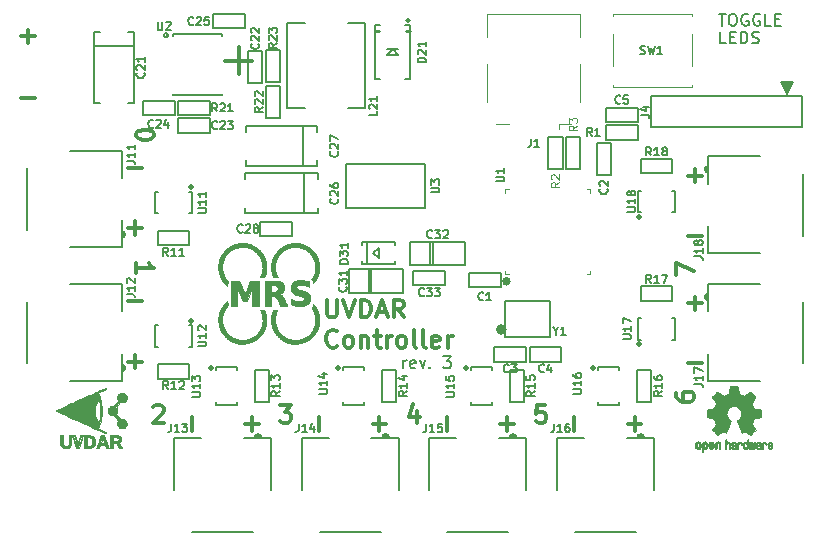
<source format=gbr>
G04 #@! TF.GenerationSoftware,KiCad,Pcbnew,5.1.6-c6e7f7d~87~ubuntu20.04.1*
G04 #@! TF.CreationDate,2020-09-01T15:12:56+02:00*
G04 #@! TF.ProjectId,UVDAR_Board,55564441-525f-4426-9f61-72642e6b6963,rev?*
G04 #@! TF.SameCoordinates,Original*
G04 #@! TF.FileFunction,Legend,Top*
G04 #@! TF.FilePolarity,Positive*
%FSLAX46Y46*%
G04 Gerber Fmt 4.6, Leading zero omitted, Abs format (unit mm)*
G04 Created by KiCad (PCBNEW 5.1.6-c6e7f7d~87~ubuntu20.04.1) date 2020-09-01 15:12:56*
%MOMM*%
%LPD*%
G01*
G04 APERTURE LIST*
%ADD10C,0.150000*%
%ADD11C,0.200000*%
%ADD12C,0.300000*%
%ADD13C,0.250000*%
%ADD14C,0.010000*%
%ADD15C,0.120000*%
%ADD16C,0.500000*%
G04 APERTURE END LIST*
D10*
G36*
X157000000Y-109250000D02*
G01*
X156500000Y-108250000D01*
X157500000Y-108250000D01*
X157000000Y-109250000D01*
G37*
X157000000Y-109250000D02*
X156500000Y-108250000D01*
X157500000Y-108250000D01*
X157000000Y-109250000D01*
D11*
X151844285Y-104952380D02*
X151368095Y-104952380D01*
X151368095Y-103952380D01*
X152177619Y-104428571D02*
X152510952Y-104428571D01*
X152653809Y-104952380D02*
X152177619Y-104952380D01*
X152177619Y-103952380D01*
X152653809Y-103952380D01*
X153082380Y-104952380D02*
X153082380Y-103952380D01*
X153320476Y-103952380D01*
X153463333Y-104000000D01*
X153558571Y-104095238D01*
X153606190Y-104190476D01*
X153653809Y-104380952D01*
X153653809Y-104523809D01*
X153606190Y-104714285D01*
X153558571Y-104809523D01*
X153463333Y-104904761D01*
X153320476Y-104952380D01*
X153082380Y-104952380D01*
X154034761Y-104904761D02*
X154177619Y-104952380D01*
X154415714Y-104952380D01*
X154510952Y-104904761D01*
X154558571Y-104857142D01*
X154606190Y-104761904D01*
X154606190Y-104666666D01*
X154558571Y-104571428D01*
X154510952Y-104523809D01*
X154415714Y-104476190D01*
X154225238Y-104428571D01*
X154130000Y-104380952D01*
X154082380Y-104333333D01*
X154034761Y-104238095D01*
X154034761Y-104142857D01*
X154082380Y-104047619D01*
X154130000Y-104000000D01*
X154225238Y-103952380D01*
X154463333Y-103952380D01*
X154606190Y-104000000D01*
X151225238Y-102452380D02*
X151796666Y-102452380D01*
X151510952Y-103452380D02*
X151510952Y-102452380D01*
X152320476Y-102452380D02*
X152510952Y-102452380D01*
X152606190Y-102500000D01*
X152701428Y-102595238D01*
X152749047Y-102785714D01*
X152749047Y-103119047D01*
X152701428Y-103309523D01*
X152606190Y-103404761D01*
X152510952Y-103452380D01*
X152320476Y-103452380D01*
X152225238Y-103404761D01*
X152130000Y-103309523D01*
X152082380Y-103119047D01*
X152082380Y-102785714D01*
X152130000Y-102595238D01*
X152225238Y-102500000D01*
X152320476Y-102452380D01*
X153701428Y-102500000D02*
X153606190Y-102452380D01*
X153463333Y-102452380D01*
X153320476Y-102500000D01*
X153225238Y-102595238D01*
X153177619Y-102690476D01*
X153130000Y-102880952D01*
X153130000Y-103023809D01*
X153177619Y-103214285D01*
X153225238Y-103309523D01*
X153320476Y-103404761D01*
X153463333Y-103452380D01*
X153558571Y-103452380D01*
X153701428Y-103404761D01*
X153749047Y-103357142D01*
X153749047Y-103023809D01*
X153558571Y-103023809D01*
X154701428Y-102500000D02*
X154606190Y-102452380D01*
X154463333Y-102452380D01*
X154320476Y-102500000D01*
X154225238Y-102595238D01*
X154177619Y-102690476D01*
X154130000Y-102880952D01*
X154130000Y-103023809D01*
X154177619Y-103214285D01*
X154225238Y-103309523D01*
X154320476Y-103404761D01*
X154463333Y-103452380D01*
X154558571Y-103452380D01*
X154701428Y-103404761D01*
X154749047Y-103357142D01*
X154749047Y-103023809D01*
X154558571Y-103023809D01*
X155653809Y-103452380D02*
X155177619Y-103452380D01*
X155177619Y-102452380D01*
X155987142Y-102928571D02*
X156320476Y-102928571D01*
X156463333Y-103452380D02*
X155987142Y-103452380D01*
X155987142Y-102452380D01*
X156463333Y-102452380D01*
X124523809Y-132452380D02*
X124523809Y-131785714D01*
X124523809Y-131976190D02*
X124571428Y-131880952D01*
X124619047Y-131833333D01*
X124714285Y-131785714D01*
X124809523Y-131785714D01*
X125523809Y-132404761D02*
X125428571Y-132452380D01*
X125238095Y-132452380D01*
X125142857Y-132404761D01*
X125095238Y-132309523D01*
X125095238Y-131928571D01*
X125142857Y-131833333D01*
X125238095Y-131785714D01*
X125428571Y-131785714D01*
X125523809Y-131833333D01*
X125571428Y-131928571D01*
X125571428Y-132023809D01*
X125095238Y-132119047D01*
X125904761Y-131785714D02*
X126142857Y-132452380D01*
X126380952Y-131785714D01*
X126761904Y-132357142D02*
X126809523Y-132404761D01*
X126761904Y-132452380D01*
X126714285Y-132404761D01*
X126761904Y-132357142D01*
X126761904Y-132452380D01*
X127904761Y-131452380D02*
X128523809Y-131452380D01*
X128190476Y-131833333D01*
X128333333Y-131833333D01*
X128428571Y-131880952D01*
X128476190Y-131928571D01*
X128523809Y-132023809D01*
X128523809Y-132261904D01*
X128476190Y-132357142D01*
X128428571Y-132404761D01*
X128333333Y-132452380D01*
X128047619Y-132452380D01*
X127952380Y-132404761D01*
X127904761Y-132357142D01*
D12*
X118052142Y-126653571D02*
X118052142Y-127867857D01*
X118123571Y-128010714D01*
X118195000Y-128082142D01*
X118337857Y-128153571D01*
X118623571Y-128153571D01*
X118766428Y-128082142D01*
X118837857Y-128010714D01*
X118909285Y-127867857D01*
X118909285Y-126653571D01*
X119409285Y-126653571D02*
X119909285Y-128153571D01*
X120409285Y-126653571D01*
X120909285Y-128153571D02*
X120909285Y-126653571D01*
X121266428Y-126653571D01*
X121480714Y-126725000D01*
X121623571Y-126867857D01*
X121695000Y-127010714D01*
X121766428Y-127296428D01*
X121766428Y-127510714D01*
X121695000Y-127796428D01*
X121623571Y-127939285D01*
X121480714Y-128082142D01*
X121266428Y-128153571D01*
X120909285Y-128153571D01*
X122337857Y-127725000D02*
X123052142Y-127725000D01*
X122195000Y-128153571D02*
X122695000Y-126653571D01*
X123195000Y-128153571D01*
X124552142Y-128153571D02*
X124052142Y-127439285D01*
X123695000Y-128153571D02*
X123695000Y-126653571D01*
X124266428Y-126653571D01*
X124409285Y-126725000D01*
X124480714Y-126796428D01*
X124552142Y-126939285D01*
X124552142Y-127153571D01*
X124480714Y-127296428D01*
X124409285Y-127367857D01*
X124266428Y-127439285D01*
X123695000Y-127439285D01*
X118909285Y-130560714D02*
X118837857Y-130632142D01*
X118623571Y-130703571D01*
X118480714Y-130703571D01*
X118266428Y-130632142D01*
X118123571Y-130489285D01*
X118052142Y-130346428D01*
X117980714Y-130060714D01*
X117980714Y-129846428D01*
X118052142Y-129560714D01*
X118123571Y-129417857D01*
X118266428Y-129275000D01*
X118480714Y-129203571D01*
X118623571Y-129203571D01*
X118837857Y-129275000D01*
X118909285Y-129346428D01*
X119766428Y-130703571D02*
X119623571Y-130632142D01*
X119552142Y-130560714D01*
X119480714Y-130417857D01*
X119480714Y-129989285D01*
X119552142Y-129846428D01*
X119623571Y-129775000D01*
X119766428Y-129703571D01*
X119980714Y-129703571D01*
X120123571Y-129775000D01*
X120195000Y-129846428D01*
X120266428Y-129989285D01*
X120266428Y-130417857D01*
X120195000Y-130560714D01*
X120123571Y-130632142D01*
X119980714Y-130703571D01*
X119766428Y-130703571D01*
X120909285Y-129703571D02*
X120909285Y-130703571D01*
X120909285Y-129846428D02*
X120980714Y-129775000D01*
X121123571Y-129703571D01*
X121337857Y-129703571D01*
X121480714Y-129775000D01*
X121552142Y-129917857D01*
X121552142Y-130703571D01*
X122052142Y-129703571D02*
X122623571Y-129703571D01*
X122266428Y-129203571D02*
X122266428Y-130489285D01*
X122337857Y-130632142D01*
X122480714Y-130703571D01*
X122623571Y-130703571D01*
X123123571Y-130703571D02*
X123123571Y-129703571D01*
X123123571Y-129989285D02*
X123195000Y-129846428D01*
X123266428Y-129775000D01*
X123409285Y-129703571D01*
X123552142Y-129703571D01*
X124266428Y-130703571D02*
X124123571Y-130632142D01*
X124052142Y-130560714D01*
X123980714Y-130417857D01*
X123980714Y-129989285D01*
X124052142Y-129846428D01*
X124123571Y-129775000D01*
X124266428Y-129703571D01*
X124480714Y-129703571D01*
X124623571Y-129775000D01*
X124695000Y-129846428D01*
X124766428Y-129989285D01*
X124766428Y-130417857D01*
X124695000Y-130560714D01*
X124623571Y-130632142D01*
X124480714Y-130703571D01*
X124266428Y-130703571D01*
X125623571Y-130703571D02*
X125480714Y-130632142D01*
X125409285Y-130489285D01*
X125409285Y-129203571D01*
X126409285Y-130703571D02*
X126266428Y-130632142D01*
X126195000Y-130489285D01*
X126195000Y-129203571D01*
X127552142Y-130632142D02*
X127409285Y-130703571D01*
X127123571Y-130703571D01*
X126980714Y-130632142D01*
X126909285Y-130489285D01*
X126909285Y-129917857D01*
X126980714Y-129775000D01*
X127123571Y-129703571D01*
X127409285Y-129703571D01*
X127552142Y-129775000D01*
X127623571Y-129917857D01*
X127623571Y-130060714D01*
X126909285Y-130203571D01*
X128266428Y-130703571D02*
X128266428Y-129703571D01*
X128266428Y-129989285D02*
X128337857Y-129846428D01*
X128409285Y-129775000D01*
X128552142Y-129703571D01*
X128695000Y-129703571D01*
X92178571Y-109607142D02*
X93321428Y-109607142D01*
X92178571Y-104357142D02*
X93321428Y-104357142D01*
X92750000Y-104928571D02*
X92750000Y-103785714D01*
X109457142Y-106414285D02*
X111742857Y-106414285D01*
X110600000Y-107557142D02*
X110600000Y-105271428D01*
X147588571Y-124560000D02*
X147588571Y-123560000D01*
X149088571Y-124202857D01*
X147588571Y-134574285D02*
X147588571Y-134860000D01*
X147660000Y-135002857D01*
X147731428Y-135074285D01*
X147945714Y-135217142D01*
X148231428Y-135288571D01*
X148802857Y-135288571D01*
X148945714Y-135217142D01*
X149017142Y-135145714D01*
X149088571Y-135002857D01*
X149088571Y-134717142D01*
X149017142Y-134574285D01*
X148945714Y-134502857D01*
X148802857Y-134431428D01*
X148445714Y-134431428D01*
X148302857Y-134502857D01*
X148231428Y-134574285D01*
X148160000Y-134717142D01*
X148160000Y-135002857D01*
X148231428Y-135145714D01*
X148302857Y-135217142D01*
X148445714Y-135288571D01*
X103411428Y-112628571D02*
X103411428Y-112771428D01*
X103340000Y-112914285D01*
X103268571Y-112985714D01*
X103125714Y-113057142D01*
X102840000Y-113128571D01*
X102482857Y-113128571D01*
X102197142Y-113057142D01*
X102054285Y-112985714D01*
X101982857Y-112914285D01*
X101911428Y-112771428D01*
X101911428Y-112628571D01*
X101982857Y-112485714D01*
X102054285Y-112414285D01*
X102197142Y-112342857D01*
X102482857Y-112271428D01*
X102840000Y-112271428D01*
X103125714Y-112342857D01*
X103268571Y-112414285D01*
X103340000Y-112485714D01*
X103411428Y-112628571D01*
X101921428Y-124428571D02*
X101921428Y-123571428D01*
X101921428Y-124000000D02*
X103421428Y-124000000D01*
X103207142Y-123857142D01*
X103064285Y-123714285D01*
X102992857Y-123571428D01*
X136547142Y-135578571D02*
X135832857Y-135578571D01*
X135761428Y-136292857D01*
X135832857Y-136221428D01*
X135975714Y-136150000D01*
X136332857Y-136150000D01*
X136475714Y-136221428D01*
X136547142Y-136292857D01*
X136618571Y-136435714D01*
X136618571Y-136792857D01*
X136547142Y-136935714D01*
X136475714Y-137007142D01*
X136332857Y-137078571D01*
X135975714Y-137078571D01*
X135832857Y-137007142D01*
X135761428Y-136935714D01*
X125675714Y-136078571D02*
X125675714Y-137078571D01*
X125318571Y-135507142D02*
X124961428Y-136578571D01*
X125890000Y-136578571D01*
X103361428Y-135721428D02*
X103432857Y-135650000D01*
X103575714Y-135578571D01*
X103932857Y-135578571D01*
X104075714Y-135650000D01*
X104147142Y-135721428D01*
X104218571Y-135864285D01*
X104218571Y-136007142D01*
X104147142Y-136221428D01*
X103290000Y-137078571D01*
X104218571Y-137078571D01*
X114090000Y-135578571D02*
X115018571Y-135578571D01*
X114518571Y-136150000D01*
X114732857Y-136150000D01*
X114875714Y-136221428D01*
X114947142Y-136292857D01*
X115018571Y-136435714D01*
X115018571Y-136792857D01*
X114947142Y-136935714D01*
X114875714Y-137007142D01*
X114732857Y-137078571D01*
X114304285Y-137078571D01*
X114161428Y-137007142D01*
X114090000Y-136935714D01*
X102381428Y-120602857D02*
X101238571Y-120602857D01*
X101810000Y-120031428D02*
X101810000Y-121174285D01*
X102381428Y-115502857D02*
X101238571Y-115502857D01*
X102381428Y-131902857D02*
X101238571Y-131902857D01*
X101810000Y-131331428D02*
X101810000Y-132474285D01*
X102381428Y-126802857D02*
X101238571Y-126802857D01*
X111692857Y-136618571D02*
X111692857Y-137761428D01*
X111121428Y-137190000D02*
X112264285Y-137190000D01*
X106592857Y-136618571D02*
X106592857Y-137761428D01*
X122492857Y-136618571D02*
X122492857Y-137761428D01*
X121921428Y-137190000D02*
X123064285Y-137190000D01*
X117392857Y-136618571D02*
X117392857Y-137761428D01*
X133292857Y-136618571D02*
X133292857Y-137761428D01*
X132721428Y-137190000D02*
X133864285Y-137190000D01*
X128192857Y-136618571D02*
X128192857Y-137761428D01*
X144092857Y-136618571D02*
X144092857Y-137761428D01*
X143521428Y-137190000D02*
X144664285Y-137190000D01*
X138992857Y-136618571D02*
X138992857Y-137761428D01*
X148628571Y-126957142D02*
X149771428Y-126957142D01*
X149200000Y-127528571D02*
X149200000Y-126385714D01*
X148628571Y-132057142D02*
X149771428Y-132057142D01*
X148628571Y-116157142D02*
X149771428Y-116157142D01*
X149200000Y-116728571D02*
X149200000Y-115585714D01*
X148628571Y-121257142D02*
X149771428Y-121257142D01*
D10*
X121300000Y-103200000D02*
X119850000Y-103200000D01*
X121300000Y-103200000D02*
X121300000Y-110400000D01*
X121300000Y-110400000D02*
X119850000Y-110400000D01*
X114700000Y-110400000D02*
X114700000Y-103200000D01*
X114700000Y-103200000D02*
X116150000Y-103200000D01*
X114700000Y-110400000D02*
X116150000Y-110400000D01*
X115100000Y-121250000D02*
X112400000Y-121250000D01*
X112400000Y-121250000D02*
X112400000Y-120050000D01*
X115100000Y-120050000D02*
X112400000Y-120050000D01*
X115100000Y-121250000D02*
X115100000Y-120050000D01*
X108440000Y-102480000D02*
X111140000Y-102480000D01*
X111140000Y-102480000D02*
X111140000Y-103680000D01*
X108440000Y-103680000D02*
X111140000Y-103680000D01*
X108440000Y-102480000D02*
X108440000Y-103680000D01*
X102450000Y-109800000D02*
X105150000Y-109800000D01*
X105150000Y-109800000D02*
X105150000Y-111000000D01*
X102450000Y-111000000D02*
X105150000Y-111000000D01*
X102450000Y-109800000D02*
X102450000Y-111000000D01*
X105450000Y-111300000D02*
X108150000Y-111300000D01*
X108150000Y-111300000D02*
X108150000Y-112500000D01*
X105450000Y-112500000D02*
X108150000Y-112500000D01*
X105450000Y-111300000D02*
X105450000Y-112500000D01*
X111390000Y-108270000D02*
X111390000Y-105570000D01*
X111390000Y-105570000D02*
X112590000Y-105570000D01*
X112590000Y-108270000D02*
X112590000Y-105570000D01*
X111390000Y-108270000D02*
X112590000Y-108270000D01*
X112900000Y-108250000D02*
X112900000Y-105550000D01*
X114100000Y-108250000D02*
X114100000Y-105550000D01*
X112900000Y-108250000D02*
X114100000Y-108250000D01*
X112900000Y-105550000D02*
X114100000Y-105550000D01*
X112900000Y-111250000D02*
X112900000Y-108550000D01*
X114100000Y-111250000D02*
X114100000Y-108550000D01*
X112900000Y-111250000D02*
X114100000Y-111250000D01*
X112900000Y-108550000D02*
X114100000Y-108550000D01*
X108150000Y-111000000D02*
X105450000Y-111000000D01*
X108150000Y-109800000D02*
X105450000Y-109800000D01*
X108150000Y-111000000D02*
X108150000Y-109800000D01*
X105450000Y-111000000D02*
X105450000Y-109800000D01*
X125070294Y-103000000D02*
G75*
G03*
X125070294Y-103000000I-170294J0D01*
G01*
X124944721Y-103000000D02*
G75*
G03*
X124944721Y-103000000I-44721J0D01*
G01*
X123600000Y-105450000D02*
X124100000Y-105950000D01*
X124100000Y-105950000D02*
X123100000Y-105950000D01*
X123100000Y-105950000D02*
X123600000Y-105450000D01*
X124100000Y-105450000D02*
X123100000Y-105450000D01*
X125100000Y-103400000D02*
X125100000Y-108000000D01*
X125100000Y-103400000D02*
X124700000Y-103400000D01*
D13*
X125050000Y-103900000D02*
X124750000Y-103900000D01*
D10*
X125100000Y-108000000D02*
X124700000Y-108000000D01*
X122100000Y-108000000D02*
X122500000Y-108000000D01*
X122100000Y-108000000D02*
X122100000Y-103400000D01*
X122100000Y-103400000D02*
X122500000Y-103400000D01*
D13*
X122450000Y-103900000D02*
X122150000Y-103900000D01*
D10*
X117300000Y-119350000D02*
X111100000Y-119350000D01*
X111100000Y-119350000D02*
X111100000Y-118850000D01*
X117300000Y-119350000D02*
X117300000Y-118850000D01*
X111100000Y-115950000D02*
X117300000Y-115950000D01*
X111100000Y-115950000D02*
X111100000Y-116450000D01*
X117300000Y-115950000D02*
X117300000Y-116450000D01*
X116100000Y-119350000D02*
X116100000Y-115950000D01*
X101700000Y-104000000D02*
X101700000Y-110000000D01*
X101700000Y-110000000D02*
X101200000Y-110000000D01*
X101700000Y-104000000D02*
X101200000Y-104000000D01*
X98300000Y-104000000D02*
X98800000Y-104000000D01*
X98300000Y-110000000D02*
X98300000Y-104000000D01*
X98300000Y-110000000D02*
X98800000Y-110000000D01*
X101700000Y-105200000D02*
X98300000Y-105200000D01*
X117200000Y-115350000D02*
X111200000Y-115350000D01*
X111200000Y-115350000D02*
X111200000Y-114850000D01*
X117200000Y-115350000D02*
X117200000Y-114850000D01*
X117200000Y-111950000D02*
X117200000Y-112450000D01*
X111200000Y-111950000D02*
X117200000Y-111950000D01*
X111200000Y-111950000D02*
X111200000Y-112450000D01*
X116000000Y-115350000D02*
X116000000Y-111950000D01*
X109155000Y-104195000D02*
X109155000Y-104340000D01*
X109155000Y-109345000D02*
X109155000Y-109200000D01*
X105005000Y-109345000D02*
X105005000Y-109200000D01*
X105005000Y-104195000D02*
X109155000Y-104195000D01*
X105005000Y-109345000D02*
X109155000Y-109345000D01*
X105005000Y-104195000D02*
X105005000Y-104340000D01*
X104610278Y-104270000D02*
G75*
G03*
X104610278Y-104270000I-180278J0D01*
G01*
X104480000Y-104270000D02*
G75*
G03*
X104480000Y-104270000I-50000J0D01*
G01*
D14*
G36*
X95710063Y-138491311D02*
G01*
X95710504Y-138600455D01*
X95711751Y-138694958D01*
X95713750Y-138773130D01*
X95716451Y-138833279D01*
X95719798Y-138873715D01*
X95722460Y-138889244D01*
X95749158Y-138952054D01*
X95790494Y-138997991D01*
X95846769Y-139027239D01*
X95918282Y-139039982D01*
X95967477Y-139039849D01*
X96039600Y-139028529D01*
X96095963Y-139002602D01*
X96139310Y-138960402D01*
X96163010Y-138921034D01*
X96170391Y-138905429D01*
X96176303Y-138890074D01*
X96180941Y-138872319D01*
X96184496Y-138849514D01*
X96187161Y-138819012D01*
X96189128Y-138778163D01*
X96190590Y-138724318D01*
X96191740Y-138654829D01*
X96192770Y-138567046D01*
X96193430Y-138502600D01*
X96197082Y-138138533D01*
X96421200Y-138138533D01*
X96421200Y-138480771D01*
X96420777Y-138578247D01*
X96419568Y-138668085D01*
X96417664Y-138747264D01*
X96415157Y-138812761D01*
X96412136Y-138861554D01*
X96408901Y-138889539D01*
X96381592Y-138981590D01*
X96336586Y-139059826D01*
X96274499Y-139123641D01*
X96195947Y-139172428D01*
X96101547Y-139205578D01*
X96084472Y-139209507D01*
X96025353Y-139217763D01*
X95954587Y-139221021D01*
X95880949Y-139219431D01*
X95813213Y-139213137D01*
X95766816Y-139204194D01*
X95706354Y-139181823D01*
X95645552Y-139149035D01*
X95593844Y-139111244D01*
X95577357Y-139095450D01*
X95559788Y-139071577D01*
X95538515Y-139035499D01*
X95521563Y-139002100D01*
X95489867Y-138934400D01*
X95486506Y-138536467D01*
X95483146Y-138138533D01*
X95710000Y-138138533D01*
X95710063Y-138491311D01*
G37*
X95710063Y-138491311D02*
X95710504Y-138600455D01*
X95711751Y-138694958D01*
X95713750Y-138773130D01*
X95716451Y-138833279D01*
X95719798Y-138873715D01*
X95722460Y-138889244D01*
X95749158Y-138952054D01*
X95790494Y-138997991D01*
X95846769Y-139027239D01*
X95918282Y-139039982D01*
X95967477Y-139039849D01*
X96039600Y-139028529D01*
X96095963Y-139002602D01*
X96139310Y-138960402D01*
X96163010Y-138921034D01*
X96170391Y-138905429D01*
X96176303Y-138890074D01*
X96180941Y-138872319D01*
X96184496Y-138849514D01*
X96187161Y-138819012D01*
X96189128Y-138778163D01*
X96190590Y-138724318D01*
X96191740Y-138654829D01*
X96192770Y-138567046D01*
X96193430Y-138502600D01*
X96197082Y-138138533D01*
X96421200Y-138138533D01*
X96421200Y-138480771D01*
X96420777Y-138578247D01*
X96419568Y-138668085D01*
X96417664Y-138747264D01*
X96415157Y-138812761D01*
X96412136Y-138861554D01*
X96408901Y-138889539D01*
X96381592Y-138981590D01*
X96336586Y-139059826D01*
X96274499Y-139123641D01*
X96195947Y-139172428D01*
X96101547Y-139205578D01*
X96084472Y-139209507D01*
X96025353Y-139217763D01*
X95954587Y-139221021D01*
X95880949Y-139219431D01*
X95813213Y-139213137D01*
X95766816Y-139204194D01*
X95706354Y-139181823D01*
X95645552Y-139149035D01*
X95593844Y-139111244D01*
X95577357Y-139095450D01*
X95559788Y-139071577D01*
X95538515Y-139035499D01*
X95521563Y-139002100D01*
X95489867Y-138934400D01*
X95486506Y-138536467D01*
X95483146Y-138138533D01*
X95710000Y-138138533D01*
X95710063Y-138491311D01*
G36*
X97240449Y-138674755D02*
G01*
X97059042Y-139210978D01*
X96937322Y-139210978D01*
X96877386Y-139210054D01*
X96837723Y-139207116D01*
X96816100Y-139201916D01*
X96810525Y-139196867D01*
X96801984Y-139172502D01*
X96787680Y-139130965D01*
X96768459Y-139074756D01*
X96745165Y-139006378D01*
X96718644Y-138928331D01*
X96689741Y-138843117D01*
X96659301Y-138753237D01*
X96628170Y-138661193D01*
X96597193Y-138569487D01*
X96567216Y-138480620D01*
X96539083Y-138397093D01*
X96513639Y-138321408D01*
X96491731Y-138256067D01*
X96483585Y-138231667D01*
X96559394Y-138231667D01*
X96564035Y-138245090D01*
X96575156Y-138277572D01*
X96591967Y-138326797D01*
X96613678Y-138390449D01*
X96639500Y-138466210D01*
X96668642Y-138551765D01*
X96700314Y-138644798D01*
X96715468Y-138689326D01*
X96866399Y-139132875D01*
X96938602Y-139129593D01*
X97010804Y-139126311D01*
X97161862Y-138680400D01*
X97194214Y-138584692D01*
X97224196Y-138495595D01*
X97251053Y-138415384D01*
X97274029Y-138346334D01*
X97292368Y-138290722D01*
X97305315Y-138250822D01*
X97312113Y-138228910D01*
X97312971Y-138225432D01*
X97302862Y-138220937D01*
X97276874Y-138219174D01*
X97254736Y-138219788D01*
X97196450Y-138223200D01*
X97091836Y-138584444D01*
X97066483Y-138672231D01*
X97042934Y-138754230D01*
X97021988Y-138827624D01*
X97004443Y-138889598D01*
X96991099Y-138937335D01*
X96982753Y-138968018D01*
X96980401Y-138977420D01*
X96972425Y-138999476D01*
X96956402Y-139006441D01*
X96938411Y-139005642D01*
X96923342Y-139003410D01*
X96912111Y-138997739D01*
X96902729Y-138984886D01*
X96893208Y-138961106D01*
X96881557Y-138922656D01*
X96867580Y-138872311D01*
X96853710Y-138822691D01*
X96834904Y-138756667D01*
X96812670Y-138679473D01*
X96788521Y-138596344D01*
X96763965Y-138512513D01*
X96754387Y-138480022D01*
X96676854Y-138217555D01*
X96615553Y-138217555D01*
X96578399Y-138219197D01*
X96560989Y-138224562D01*
X96559394Y-138231667D01*
X96483585Y-138231667D01*
X96474203Y-138203570D01*
X96461901Y-138166420D01*
X96455670Y-138147118D01*
X96455067Y-138144943D01*
X96465629Y-138142468D01*
X96494441Y-138140892D01*
X96537184Y-138140337D01*
X96589545Y-138140925D01*
X96593250Y-138141008D01*
X96731433Y-138144178D01*
X96833097Y-138490412D01*
X96857894Y-138574368D01*
X96880733Y-138650753D01*
X96900837Y-138717036D01*
X96917425Y-138770685D01*
X96929720Y-138809169D01*
X96936941Y-138829957D01*
X96938493Y-138832914D01*
X96942228Y-138821894D01*
X96951383Y-138792364D01*
X96965022Y-138747476D01*
X96982210Y-138690383D01*
X97002011Y-138624239D01*
X97023489Y-138552198D01*
X97045708Y-138477413D01*
X97067732Y-138403037D01*
X97088626Y-138332224D01*
X97107453Y-138268127D01*
X97123279Y-138213900D01*
X97135166Y-138172696D01*
X97142180Y-138147668D01*
X97143689Y-138141470D01*
X97154260Y-138140350D01*
X97183103Y-138139427D01*
X97225912Y-138138791D01*
X97278381Y-138138535D01*
X97282773Y-138138533D01*
X97421857Y-138138533D01*
X97240449Y-138674755D01*
G37*
X97240449Y-138674755D02*
X97059042Y-139210978D01*
X96937322Y-139210978D01*
X96877386Y-139210054D01*
X96837723Y-139207116D01*
X96816100Y-139201916D01*
X96810525Y-139196867D01*
X96801984Y-139172502D01*
X96787680Y-139130965D01*
X96768459Y-139074756D01*
X96745165Y-139006378D01*
X96718644Y-138928331D01*
X96689741Y-138843117D01*
X96659301Y-138753237D01*
X96628170Y-138661193D01*
X96597193Y-138569487D01*
X96567216Y-138480620D01*
X96539083Y-138397093D01*
X96513639Y-138321408D01*
X96491731Y-138256067D01*
X96483585Y-138231667D01*
X96559394Y-138231667D01*
X96564035Y-138245090D01*
X96575156Y-138277572D01*
X96591967Y-138326797D01*
X96613678Y-138390449D01*
X96639500Y-138466210D01*
X96668642Y-138551765D01*
X96700314Y-138644798D01*
X96715468Y-138689326D01*
X96866399Y-139132875D01*
X96938602Y-139129593D01*
X97010804Y-139126311D01*
X97161862Y-138680400D01*
X97194214Y-138584692D01*
X97224196Y-138495595D01*
X97251053Y-138415384D01*
X97274029Y-138346334D01*
X97292368Y-138290722D01*
X97305315Y-138250822D01*
X97312113Y-138228910D01*
X97312971Y-138225432D01*
X97302862Y-138220937D01*
X97276874Y-138219174D01*
X97254736Y-138219788D01*
X97196450Y-138223200D01*
X97091836Y-138584444D01*
X97066483Y-138672231D01*
X97042934Y-138754230D01*
X97021988Y-138827624D01*
X97004443Y-138889598D01*
X96991099Y-138937335D01*
X96982753Y-138968018D01*
X96980401Y-138977420D01*
X96972425Y-138999476D01*
X96956402Y-139006441D01*
X96938411Y-139005642D01*
X96923342Y-139003410D01*
X96912111Y-138997739D01*
X96902729Y-138984886D01*
X96893208Y-138961106D01*
X96881557Y-138922656D01*
X96867580Y-138872311D01*
X96853710Y-138822691D01*
X96834904Y-138756667D01*
X96812670Y-138679473D01*
X96788521Y-138596344D01*
X96763965Y-138512513D01*
X96754387Y-138480022D01*
X96676854Y-138217555D01*
X96615553Y-138217555D01*
X96578399Y-138219197D01*
X96560989Y-138224562D01*
X96559394Y-138231667D01*
X96483585Y-138231667D01*
X96474203Y-138203570D01*
X96461901Y-138166420D01*
X96455670Y-138147118D01*
X96455067Y-138144943D01*
X96465629Y-138142468D01*
X96494441Y-138140892D01*
X96537184Y-138140337D01*
X96589545Y-138140925D01*
X96593250Y-138141008D01*
X96731433Y-138144178D01*
X96833097Y-138490412D01*
X96857894Y-138574368D01*
X96880733Y-138650753D01*
X96900837Y-138717036D01*
X96917425Y-138770685D01*
X96929720Y-138809169D01*
X96936941Y-138829957D01*
X96938493Y-138832914D01*
X96942228Y-138821894D01*
X96951383Y-138792364D01*
X96965022Y-138747476D01*
X96982210Y-138690383D01*
X97002011Y-138624239D01*
X97023489Y-138552198D01*
X97045708Y-138477413D01*
X97067732Y-138403037D01*
X97088626Y-138332224D01*
X97107453Y-138268127D01*
X97123279Y-138213900D01*
X97135166Y-138172696D01*
X97142180Y-138147668D01*
X97143689Y-138141470D01*
X97154260Y-138140350D01*
X97183103Y-138139427D01*
X97225912Y-138138791D01*
X97278381Y-138138535D01*
X97282773Y-138138533D01*
X97421857Y-138138533D01*
X97240449Y-138674755D01*
G36*
X97710955Y-138138729D02*
G01*
X97815246Y-138139621D01*
X97899225Y-138142185D01*
X97965108Y-138146539D01*
X98015107Y-138152800D01*
X98029867Y-138155590D01*
X98136462Y-138187942D01*
X98227410Y-138236308D01*
X98302175Y-138299932D01*
X98360225Y-138378055D01*
X98401024Y-138469918D01*
X98424039Y-138574765D01*
X98428735Y-138691837D01*
X98427232Y-138719511D01*
X98409874Y-138830884D01*
X98374819Y-138930721D01*
X98322910Y-139017436D01*
X98254991Y-139089443D01*
X98214455Y-139119994D01*
X98177460Y-139143785D01*
X98143569Y-139162609D01*
X98109428Y-139177103D01*
X98071681Y-139187906D01*
X98026976Y-139195655D01*
X97971957Y-139200989D01*
X97903270Y-139204544D01*
X97817561Y-139206960D01*
X97750467Y-139208233D01*
X97471067Y-139212999D01*
X97471067Y-138319155D01*
X97696844Y-138319155D01*
X97696844Y-139030355D01*
X97829489Y-139030245D01*
X97889639Y-139029632D01*
X97933085Y-139027362D01*
X97965681Y-139022609D01*
X97993286Y-139014552D01*
X98019205Y-139003559D01*
X98087247Y-138960212D01*
X98139176Y-138901134D01*
X98174893Y-138826506D01*
X98194302Y-138736512D01*
X98198130Y-138669111D01*
X98192989Y-138580581D01*
X98175914Y-138508047D01*
X98145581Y-138447576D01*
X98108427Y-138402766D01*
X98068768Y-138369318D01*
X98024250Y-138345480D01*
X97970556Y-138330005D01*
X97903370Y-138321645D01*
X97818973Y-138319155D01*
X97696844Y-138319155D01*
X97471067Y-138319155D01*
X97471067Y-138138533D01*
X97710955Y-138138729D01*
G37*
X97710955Y-138138729D02*
X97815246Y-138139621D01*
X97899225Y-138142185D01*
X97965108Y-138146539D01*
X98015107Y-138152800D01*
X98029867Y-138155590D01*
X98136462Y-138187942D01*
X98227410Y-138236308D01*
X98302175Y-138299932D01*
X98360225Y-138378055D01*
X98401024Y-138469918D01*
X98424039Y-138574765D01*
X98428735Y-138691837D01*
X98427232Y-138719511D01*
X98409874Y-138830884D01*
X98374819Y-138930721D01*
X98322910Y-139017436D01*
X98254991Y-139089443D01*
X98214455Y-139119994D01*
X98177460Y-139143785D01*
X98143569Y-139162609D01*
X98109428Y-139177103D01*
X98071681Y-139187906D01*
X98026976Y-139195655D01*
X97971957Y-139200989D01*
X97903270Y-139204544D01*
X97817561Y-139206960D01*
X97750467Y-139208233D01*
X97471067Y-139212999D01*
X97471067Y-138319155D01*
X97696844Y-138319155D01*
X97696844Y-139030355D01*
X97829489Y-139030245D01*
X97889639Y-139029632D01*
X97933085Y-139027362D01*
X97965681Y-139022609D01*
X97993286Y-139014552D01*
X98019205Y-139003559D01*
X98087247Y-138960212D01*
X98139176Y-138901134D01*
X98174893Y-138826506D01*
X98194302Y-138736512D01*
X98198130Y-138669111D01*
X98192989Y-138580581D01*
X98175914Y-138508047D01*
X98145581Y-138447576D01*
X98108427Y-138402766D01*
X98068768Y-138369318D01*
X98024250Y-138345480D01*
X97970556Y-138330005D01*
X97903370Y-138321645D01*
X97818973Y-138319155D01*
X97696844Y-138319155D01*
X97471067Y-138319155D01*
X97471067Y-138138533D01*
X97710955Y-138138729D01*
G36*
X99189977Y-138144178D02*
G01*
X99375039Y-138652178D01*
X99412365Y-138754790D01*
X99447449Y-138851535D01*
X99479503Y-138940220D01*
X99507742Y-139018652D01*
X99531377Y-139084640D01*
X99549620Y-139135992D01*
X99561686Y-139170516D01*
X99566781Y-139186002D01*
X99569112Y-139197761D01*
X99566142Y-139205128D01*
X99553975Y-139208943D01*
X99528712Y-139210046D01*
X99486456Y-139209277D01*
X99462064Y-139208580D01*
X99350667Y-139205333D01*
X99260355Y-138945689D01*
X98850319Y-138939543D01*
X98825196Y-139015993D01*
X98808461Y-139065805D01*
X98790604Y-139117258D01*
X98778225Y-139151711D01*
X98756378Y-139210978D01*
X98643092Y-139210978D01*
X98589306Y-139210274D01*
X98555254Y-139207921D01*
X98538128Y-139203549D01*
X98535094Y-139196867D01*
X98539908Y-139183747D01*
X98551692Y-139151512D01*
X98569681Y-139102259D01*
X98593110Y-139038085D01*
X98621214Y-138961086D01*
X98653227Y-138873358D01*
X98688385Y-138776998D01*
X98694796Y-138759422D01*
X98906327Y-138759422D01*
X99052297Y-138759422D01*
X99106732Y-138758760D01*
X99151948Y-138756948D01*
X99183742Y-138754250D01*
X99197912Y-138750928D01*
X99198267Y-138750290D01*
X99194754Y-138737253D01*
X99184965Y-138706297D01*
X99170022Y-138660834D01*
X99151049Y-138604275D01*
X99129169Y-138540032D01*
X99126299Y-138531671D01*
X99054331Y-138322184D01*
X98906327Y-138759422D01*
X98694796Y-138759422D01*
X98725921Y-138674103D01*
X98730949Y-138660319D01*
X98921515Y-138137882D01*
X99189977Y-138144178D01*
G37*
X99189977Y-138144178D02*
X99375039Y-138652178D01*
X99412365Y-138754790D01*
X99447449Y-138851535D01*
X99479503Y-138940220D01*
X99507742Y-139018652D01*
X99531377Y-139084640D01*
X99549620Y-139135992D01*
X99561686Y-139170516D01*
X99566781Y-139186002D01*
X99569112Y-139197761D01*
X99566142Y-139205128D01*
X99553975Y-139208943D01*
X99528712Y-139210046D01*
X99486456Y-139209277D01*
X99462064Y-139208580D01*
X99350667Y-139205333D01*
X99260355Y-138945689D01*
X98850319Y-138939543D01*
X98825196Y-139015993D01*
X98808461Y-139065805D01*
X98790604Y-139117258D01*
X98778225Y-139151711D01*
X98756378Y-139210978D01*
X98643092Y-139210978D01*
X98589306Y-139210274D01*
X98555254Y-139207921D01*
X98538128Y-139203549D01*
X98535094Y-139196867D01*
X98539908Y-139183747D01*
X98551692Y-139151512D01*
X98569681Y-139102259D01*
X98593110Y-139038085D01*
X98621214Y-138961086D01*
X98653227Y-138873358D01*
X98688385Y-138776998D01*
X98694796Y-138759422D01*
X98906327Y-138759422D01*
X99052297Y-138759422D01*
X99106732Y-138758760D01*
X99151948Y-138756948D01*
X99183742Y-138754250D01*
X99197912Y-138750928D01*
X99198267Y-138750290D01*
X99194754Y-138737253D01*
X99184965Y-138706297D01*
X99170022Y-138660834D01*
X99151049Y-138604275D01*
X99129169Y-138540032D01*
X99126299Y-138531671D01*
X99054331Y-138322184D01*
X98906327Y-138759422D01*
X98694796Y-138759422D01*
X98725921Y-138674103D01*
X98730949Y-138660319D01*
X98921515Y-138137882D01*
X99189977Y-138144178D01*
G36*
X100118681Y-138139038D02*
G01*
X100205322Y-138140489D01*
X100278928Y-138142788D01*
X100336701Y-138145838D01*
X100375845Y-138149541D01*
X100385866Y-138151226D01*
X100474104Y-138178889D01*
X100545032Y-138220646D01*
X100598368Y-138276263D01*
X100633832Y-138345507D01*
X100638685Y-138360728D01*
X100651943Y-138441292D01*
X100646115Y-138520029D01*
X100622808Y-138593337D01*
X100583628Y-138657612D01*
X100530180Y-138709251D01*
X100468193Y-138743117D01*
X100419858Y-138761576D01*
X100555298Y-138971467D01*
X100595044Y-139033323D01*
X100630698Y-139089310D01*
X100660408Y-139136477D01*
X100682321Y-139171874D01*
X100694582Y-139192549D01*
X100696421Y-139196168D01*
X100694374Y-139202861D01*
X100680107Y-139207294D01*
X100650583Y-139209846D01*
X100602765Y-139210894D01*
X100577585Y-139210978D01*
X100453066Y-139210978D01*
X100330844Y-139008187D01*
X100208622Y-138805397D01*
X100075978Y-138804987D01*
X99943333Y-138804578D01*
X99943333Y-139210978D01*
X99717555Y-139210978D01*
X99717555Y-138319155D01*
X99943333Y-138319155D01*
X99943333Y-138623955D01*
X100121133Y-138623938D01*
X100192255Y-138623518D01*
X100244782Y-138622031D01*
X100282686Y-138619116D01*
X100309937Y-138614411D01*
X100330508Y-138607552D01*
X100337642Y-138604182D01*
X100370435Y-138582138D01*
X100397653Y-138555331D01*
X100399079Y-138553444D01*
X100416190Y-138514289D01*
X100421981Y-138465359D01*
X100416296Y-138416506D01*
X100401826Y-138381633D01*
X100384541Y-138360078D01*
X100362637Y-138343978D01*
X100332819Y-138332592D01*
X100291795Y-138325178D01*
X100236270Y-138320996D01*
X100162951Y-138319303D01*
X100124318Y-138319155D01*
X99943333Y-138319155D01*
X99717555Y-138319155D01*
X99717555Y-138138533D01*
X100021800Y-138138533D01*
X100118681Y-138139038D01*
G37*
X100118681Y-138139038D02*
X100205322Y-138140489D01*
X100278928Y-138142788D01*
X100336701Y-138145838D01*
X100375845Y-138149541D01*
X100385866Y-138151226D01*
X100474104Y-138178889D01*
X100545032Y-138220646D01*
X100598368Y-138276263D01*
X100633832Y-138345507D01*
X100638685Y-138360728D01*
X100651943Y-138441292D01*
X100646115Y-138520029D01*
X100622808Y-138593337D01*
X100583628Y-138657612D01*
X100530180Y-138709251D01*
X100468193Y-138743117D01*
X100419858Y-138761576D01*
X100555298Y-138971467D01*
X100595044Y-139033323D01*
X100630698Y-139089310D01*
X100660408Y-139136477D01*
X100682321Y-139171874D01*
X100694582Y-139192549D01*
X100696421Y-139196168D01*
X100694374Y-139202861D01*
X100680107Y-139207294D01*
X100650583Y-139209846D01*
X100602765Y-139210894D01*
X100577585Y-139210978D01*
X100453066Y-139210978D01*
X100330844Y-139008187D01*
X100208622Y-138805397D01*
X100075978Y-138804987D01*
X99943333Y-138804578D01*
X99943333Y-139210978D01*
X99717555Y-139210978D01*
X99717555Y-138319155D01*
X99943333Y-138319155D01*
X99943333Y-138623955D01*
X100121133Y-138623938D01*
X100192255Y-138623518D01*
X100244782Y-138622031D01*
X100282686Y-138619116D01*
X100309937Y-138614411D01*
X100330508Y-138607552D01*
X100337642Y-138604182D01*
X100370435Y-138582138D01*
X100397653Y-138555331D01*
X100399079Y-138553444D01*
X100416190Y-138514289D01*
X100421981Y-138465359D01*
X100416296Y-138416506D01*
X100401826Y-138381633D01*
X100384541Y-138360078D01*
X100362637Y-138343978D01*
X100332819Y-138332592D01*
X100291795Y-138325178D01*
X100236270Y-138320996D01*
X100162951Y-138319303D01*
X100124318Y-138319155D01*
X99943333Y-138319155D01*
X99717555Y-138319155D01*
X99717555Y-138138533D01*
X100021800Y-138138533D01*
X100118681Y-138139038D01*
G36*
X99304406Y-134126144D02*
G01*
X99318321Y-134146081D01*
X99328412Y-134169765D01*
X99339029Y-134200311D01*
X99344128Y-134220677D01*
X99343830Y-134225121D01*
X99332843Y-134230420D01*
X99303749Y-134243901D01*
X99259013Y-134264438D01*
X99201096Y-134290905D01*
X99132462Y-134322175D01*
X99055574Y-134357122D01*
X99006355Y-134379454D01*
X98925809Y-134415979D01*
X98852130Y-134449397D01*
X98787761Y-134478598D01*
X98735144Y-134502474D01*
X98696722Y-134519918D01*
X98674938Y-134529820D01*
X98670864Y-134531683D01*
X98673845Y-134541998D01*
X98683739Y-134569406D01*
X98699100Y-134610027D01*
X98718478Y-134659981D01*
X98723764Y-134673432D01*
X98817767Y-134942542D01*
X98890664Y-135218142D01*
X98942412Y-135498592D01*
X98972968Y-135782251D01*
X98982288Y-136067478D01*
X98970329Y-136352632D01*
X98937048Y-136636071D01*
X98882402Y-136916156D01*
X98806347Y-137191245D01*
X98791348Y-137237206D01*
X98770250Y-137298939D01*
X98748026Y-137361493D01*
X98727446Y-137417205D01*
X98712456Y-137455555D01*
X98696342Y-137495613D01*
X98683717Y-137528389D01*
X98677016Y-137547533D01*
X98676698Y-137548731D01*
X98685830Y-137557403D01*
X98714432Y-137574338D01*
X98761229Y-137598891D01*
X98824945Y-137630417D01*
X98904305Y-137668268D01*
X98998033Y-137711800D01*
X99005315Y-137715143D01*
X99085834Y-137752155D01*
X99159628Y-137786238D01*
X99224228Y-137816238D01*
X99277165Y-137841001D01*
X99315971Y-137859377D01*
X99338178Y-137870210D01*
X99342501Y-137872605D01*
X99341612Y-137884757D01*
X99334036Y-137909106D01*
X99322854Y-137937939D01*
X99311148Y-137963543D01*
X99302000Y-137978206D01*
X99299867Y-137979310D01*
X99288725Y-137974514D01*
X99259249Y-137961268D01*
X99213613Y-137940566D01*
X99153993Y-137913398D01*
X99082563Y-137880758D01*
X99001499Y-137843636D01*
X98912974Y-137803025D01*
X98870889Y-137783694D01*
X98812429Y-137756865D01*
X98734898Y-137721337D01*
X98639766Y-137677782D01*
X98528502Y-137626873D01*
X98402578Y-137569279D01*
X98263462Y-137505675D01*
X98112625Y-137436730D01*
X97951538Y-137363118D01*
X97781670Y-137285510D01*
X97604491Y-137204578D01*
X97421471Y-137120993D01*
X97234081Y-137035428D01*
X97043790Y-136948554D01*
X96852069Y-136861043D01*
X96771155Y-136824115D01*
X96587123Y-136740106D01*
X96408646Y-136658589D01*
X96236809Y-136580061D01*
X96072694Y-136505018D01*
X95917384Y-136433958D01*
X95771964Y-136367377D01*
X95637515Y-136305772D01*
X95515122Y-136249640D01*
X95405868Y-136199478D01*
X95310837Y-136155782D01*
X95231110Y-136119049D01*
X95167773Y-136089776D01*
X95121907Y-136068459D01*
X95094597Y-136055596D01*
X95086793Y-136051691D01*
X95095956Y-136046247D01*
X95124553Y-136031973D01*
X95171462Y-136009387D01*
X95235566Y-135979010D01*
X95266193Y-135964628D01*
X98369425Y-135964628D01*
X98369642Y-136140923D01*
X98389986Y-136316086D01*
X98430456Y-136488291D01*
X98491050Y-136655714D01*
X98571767Y-136816530D01*
X98671839Y-136967893D01*
X98729445Y-137044676D01*
X98743906Y-136990471D01*
X98752368Y-136956807D01*
X98763913Y-136908281D01*
X98776848Y-136852098D01*
X98786481Y-136809107D01*
X98798500Y-136749823D01*
X98811726Y-136676507D01*
X98824731Y-136597548D01*
X98836084Y-136521337D01*
X98838415Y-136504307D01*
X98849871Y-136396500D01*
X98857913Y-136273313D01*
X98862500Y-136140916D01*
X98863591Y-136005481D01*
X98861143Y-135873180D01*
X98855116Y-135750184D01*
X98845468Y-135642665D01*
X98844278Y-135632800D01*
X98834403Y-135561550D01*
X98821443Y-135480259D01*
X98806397Y-135394202D01*
X98790266Y-135308652D01*
X98774048Y-135228883D01*
X98758744Y-135160167D01*
X98745354Y-135107779D01*
X98743621Y-135101822D01*
X98728528Y-135051022D01*
X98670300Y-135130044D01*
X98569859Y-135284625D01*
X98489552Y-135447199D01*
X98429378Y-135615941D01*
X98389336Y-135789025D01*
X98369425Y-135964628D01*
X95266193Y-135964628D01*
X95315746Y-135941359D01*
X95410882Y-135896953D01*
X95519857Y-135846312D01*
X95641550Y-135789954D01*
X95774843Y-135728398D01*
X95918618Y-135662162D01*
X96071755Y-135591767D01*
X96233135Y-135517730D01*
X96401640Y-135440570D01*
X96576150Y-135360807D01*
X96610793Y-135344990D01*
X96798035Y-135259509D01*
X96986796Y-135173324D01*
X97175327Y-135087235D01*
X97361876Y-135002041D01*
X97544691Y-134918543D01*
X97722022Y-134837541D01*
X97892117Y-134759834D01*
X98053225Y-134686223D01*
X98203595Y-134617508D01*
X98341477Y-134554489D01*
X98465118Y-134497965D01*
X98572768Y-134448737D01*
X98662675Y-134407605D01*
X98707200Y-134387225D01*
X98813381Y-134338662D01*
X98913711Y-134292875D01*
X99006257Y-134250739D01*
X99089084Y-134213131D01*
X99160261Y-134180926D01*
X99217852Y-134154999D01*
X99259925Y-134136225D01*
X99284547Y-134125481D01*
X99290094Y-134123266D01*
X99304406Y-134126144D01*
G37*
X99304406Y-134126144D02*
X99318321Y-134146081D01*
X99328412Y-134169765D01*
X99339029Y-134200311D01*
X99344128Y-134220677D01*
X99343830Y-134225121D01*
X99332843Y-134230420D01*
X99303749Y-134243901D01*
X99259013Y-134264438D01*
X99201096Y-134290905D01*
X99132462Y-134322175D01*
X99055574Y-134357122D01*
X99006355Y-134379454D01*
X98925809Y-134415979D01*
X98852130Y-134449397D01*
X98787761Y-134478598D01*
X98735144Y-134502474D01*
X98696722Y-134519918D01*
X98674938Y-134529820D01*
X98670864Y-134531683D01*
X98673845Y-134541998D01*
X98683739Y-134569406D01*
X98699100Y-134610027D01*
X98718478Y-134659981D01*
X98723764Y-134673432D01*
X98817767Y-134942542D01*
X98890664Y-135218142D01*
X98942412Y-135498592D01*
X98972968Y-135782251D01*
X98982288Y-136067478D01*
X98970329Y-136352632D01*
X98937048Y-136636071D01*
X98882402Y-136916156D01*
X98806347Y-137191245D01*
X98791348Y-137237206D01*
X98770250Y-137298939D01*
X98748026Y-137361493D01*
X98727446Y-137417205D01*
X98712456Y-137455555D01*
X98696342Y-137495613D01*
X98683717Y-137528389D01*
X98677016Y-137547533D01*
X98676698Y-137548731D01*
X98685830Y-137557403D01*
X98714432Y-137574338D01*
X98761229Y-137598891D01*
X98824945Y-137630417D01*
X98904305Y-137668268D01*
X98998033Y-137711800D01*
X99005315Y-137715143D01*
X99085834Y-137752155D01*
X99159628Y-137786238D01*
X99224228Y-137816238D01*
X99277165Y-137841001D01*
X99315971Y-137859377D01*
X99338178Y-137870210D01*
X99342501Y-137872605D01*
X99341612Y-137884757D01*
X99334036Y-137909106D01*
X99322854Y-137937939D01*
X99311148Y-137963543D01*
X99302000Y-137978206D01*
X99299867Y-137979310D01*
X99288725Y-137974514D01*
X99259249Y-137961268D01*
X99213613Y-137940566D01*
X99153993Y-137913398D01*
X99082563Y-137880758D01*
X99001499Y-137843636D01*
X98912974Y-137803025D01*
X98870889Y-137783694D01*
X98812429Y-137756865D01*
X98734898Y-137721337D01*
X98639766Y-137677782D01*
X98528502Y-137626873D01*
X98402578Y-137569279D01*
X98263462Y-137505675D01*
X98112625Y-137436730D01*
X97951538Y-137363118D01*
X97781670Y-137285510D01*
X97604491Y-137204578D01*
X97421471Y-137120993D01*
X97234081Y-137035428D01*
X97043790Y-136948554D01*
X96852069Y-136861043D01*
X96771155Y-136824115D01*
X96587123Y-136740106D01*
X96408646Y-136658589D01*
X96236809Y-136580061D01*
X96072694Y-136505018D01*
X95917384Y-136433958D01*
X95771964Y-136367377D01*
X95637515Y-136305772D01*
X95515122Y-136249640D01*
X95405868Y-136199478D01*
X95310837Y-136155782D01*
X95231110Y-136119049D01*
X95167773Y-136089776D01*
X95121907Y-136068459D01*
X95094597Y-136055596D01*
X95086793Y-136051691D01*
X95095956Y-136046247D01*
X95124553Y-136031973D01*
X95171462Y-136009387D01*
X95235566Y-135979010D01*
X95266193Y-135964628D01*
X98369425Y-135964628D01*
X98369642Y-136140923D01*
X98389986Y-136316086D01*
X98430456Y-136488291D01*
X98491050Y-136655714D01*
X98571767Y-136816530D01*
X98671839Y-136967893D01*
X98729445Y-137044676D01*
X98743906Y-136990471D01*
X98752368Y-136956807D01*
X98763913Y-136908281D01*
X98776848Y-136852098D01*
X98786481Y-136809107D01*
X98798500Y-136749823D01*
X98811726Y-136676507D01*
X98824731Y-136597548D01*
X98836084Y-136521337D01*
X98838415Y-136504307D01*
X98849871Y-136396500D01*
X98857913Y-136273313D01*
X98862500Y-136140916D01*
X98863591Y-136005481D01*
X98861143Y-135873180D01*
X98855116Y-135750184D01*
X98845468Y-135642665D01*
X98844278Y-135632800D01*
X98834403Y-135561550D01*
X98821443Y-135480259D01*
X98806397Y-135394202D01*
X98790266Y-135308652D01*
X98774048Y-135228883D01*
X98758744Y-135160167D01*
X98745354Y-135107779D01*
X98743621Y-135101822D01*
X98728528Y-135051022D01*
X98670300Y-135130044D01*
X98569859Y-135284625D01*
X98489552Y-135447199D01*
X98429378Y-135615941D01*
X98389336Y-135789025D01*
X98369425Y-135964628D01*
X95266193Y-135964628D01*
X95315746Y-135941359D01*
X95410882Y-135896953D01*
X95519857Y-135846312D01*
X95641550Y-135789954D01*
X95774843Y-135728398D01*
X95918618Y-135662162D01*
X96071755Y-135591767D01*
X96233135Y-135517730D01*
X96401640Y-135440570D01*
X96576150Y-135360807D01*
X96610793Y-135344990D01*
X96798035Y-135259509D01*
X96986796Y-135173324D01*
X97175327Y-135087235D01*
X97361876Y-135002041D01*
X97544691Y-134918543D01*
X97722022Y-134837541D01*
X97892117Y-134759834D01*
X98053225Y-134686223D01*
X98203595Y-134617508D01*
X98341477Y-134554489D01*
X98465118Y-134497965D01*
X98572768Y-134448737D01*
X98662675Y-134407605D01*
X98707200Y-134387225D01*
X98813381Y-134338662D01*
X98913711Y-134292875D01*
X99006257Y-134250739D01*
X99089084Y-134213131D01*
X99160261Y-134180926D01*
X99217852Y-134154999D01*
X99259925Y-134136225D01*
X99284547Y-134125481D01*
X99290094Y-134123266D01*
X99304406Y-134126144D01*
G36*
X100797501Y-134554880D02*
G01*
X100875559Y-134583751D01*
X100946620Y-134628486D01*
X101007858Y-134688351D01*
X101056447Y-134762613D01*
X101089564Y-134850539D01*
X101090207Y-134853057D01*
X101102618Y-134945737D01*
X101093088Y-135035589D01*
X101062237Y-135120614D01*
X101010687Y-135198812D01*
X100969309Y-135242338D01*
X100909348Y-135291413D01*
X100850698Y-135323990D01*
X100787175Y-135342182D01*
X100712592Y-135348103D01*
X100663523Y-135346838D01*
X100553980Y-135341077D01*
X100390785Y-135568309D01*
X100227590Y-135795540D01*
X100254377Y-135841248D01*
X100289427Y-135920469D01*
X100307304Y-136005807D01*
X100308082Y-136092278D01*
X100291837Y-136174902D01*
X100258641Y-136248696D01*
X100248055Y-136264687D01*
X100224924Y-136297172D01*
X100389986Y-136526408D01*
X100435710Y-136589200D01*
X100477614Y-136645400D01*
X100513775Y-136692538D01*
X100542272Y-136728145D01*
X100561183Y-136749751D01*
X100568102Y-136755296D01*
X100585760Y-136753575D01*
X100617850Y-136749487D01*
X100646931Y-136745421D01*
X100733808Y-136743581D01*
X100817324Y-136761793D01*
X100894907Y-136797543D01*
X100963984Y-136848319D01*
X101021981Y-136911608D01*
X101066327Y-136984898D01*
X101094448Y-137065675D01*
X101103772Y-137151426D01*
X101101357Y-137189243D01*
X101080838Y-137274549D01*
X101041732Y-137355134D01*
X100987300Y-137426757D01*
X100920804Y-137485179D01*
X100845505Y-137526160D01*
X100840767Y-137527976D01*
X100782063Y-137543208D01*
X100714240Y-137550480D01*
X100646395Y-137549527D01*
X100587627Y-137540082D01*
X100573752Y-137535778D01*
X100483601Y-137492175D01*
X100407372Y-137431327D01*
X100346725Y-137354703D01*
X100325214Y-137315981D01*
X100312721Y-137286884D01*
X100304920Y-137256808D01*
X100300779Y-137219170D01*
X100299267Y-137167384D01*
X100299175Y-137149812D01*
X100299580Y-137096194D01*
X100301995Y-137058048D01*
X100307818Y-137028277D01*
X100318444Y-136999783D01*
X100335269Y-136965468D01*
X100335536Y-136964948D01*
X100372139Y-136893917D01*
X100225092Y-136689314D01*
X100181172Y-136628277D01*
X100140621Y-136572061D01*
X100105661Y-136523735D01*
X100078513Y-136486367D01*
X100061398Y-136463025D01*
X100057809Y-136458238D01*
X100042581Y-136441770D01*
X100026031Y-136437213D01*
X99998878Y-136442529D01*
X99993275Y-136444064D01*
X99915642Y-136454710D01*
X99833327Y-136447116D01*
X99751927Y-136423146D01*
X99677038Y-136384665D01*
X99614256Y-136333535D01*
X99594913Y-136311400D01*
X99547594Y-136241555D01*
X99518151Y-136172156D01*
X99503986Y-136095590D01*
X99501742Y-136038424D01*
X99512732Y-135945853D01*
X99544309Y-135861169D01*
X99595287Y-135786275D01*
X99664483Y-135723073D01*
X99719385Y-135688780D01*
X99766478Y-135666347D01*
X99809396Y-135653515D01*
X99859959Y-135647044D01*
X99875382Y-135646028D01*
X99923305Y-135645058D01*
X99967972Y-135647208D01*
X99999892Y-135652013D01*
X100000429Y-135652158D01*
X100040455Y-135663210D01*
X100207546Y-135430830D01*
X100258977Y-135359045D01*
X100298410Y-135303177D01*
X100327205Y-135260945D01*
X100346728Y-135230067D01*
X100358339Y-135208262D01*
X100363403Y-135193247D01*
X100363282Y-135182742D01*
X100360046Y-135175536D01*
X100328365Y-135119211D01*
X100308882Y-135065520D01*
X100298594Y-135004678D01*
X100295850Y-134966355D01*
X100297613Y-134881334D01*
X100313630Y-134809150D01*
X100346169Y-134743505D01*
X100397501Y-134678104D01*
X100401129Y-134674158D01*
X100471796Y-134612706D01*
X100549592Y-134570786D01*
X100631692Y-134547664D01*
X100715270Y-134542607D01*
X100797501Y-134554880D01*
G37*
X100797501Y-134554880D02*
X100875559Y-134583751D01*
X100946620Y-134628486D01*
X101007858Y-134688351D01*
X101056447Y-134762613D01*
X101089564Y-134850539D01*
X101090207Y-134853057D01*
X101102618Y-134945737D01*
X101093088Y-135035589D01*
X101062237Y-135120614D01*
X101010687Y-135198812D01*
X100969309Y-135242338D01*
X100909348Y-135291413D01*
X100850698Y-135323990D01*
X100787175Y-135342182D01*
X100712592Y-135348103D01*
X100663523Y-135346838D01*
X100553980Y-135341077D01*
X100390785Y-135568309D01*
X100227590Y-135795540D01*
X100254377Y-135841248D01*
X100289427Y-135920469D01*
X100307304Y-136005807D01*
X100308082Y-136092278D01*
X100291837Y-136174902D01*
X100258641Y-136248696D01*
X100248055Y-136264687D01*
X100224924Y-136297172D01*
X100389986Y-136526408D01*
X100435710Y-136589200D01*
X100477614Y-136645400D01*
X100513775Y-136692538D01*
X100542272Y-136728145D01*
X100561183Y-136749751D01*
X100568102Y-136755296D01*
X100585760Y-136753575D01*
X100617850Y-136749487D01*
X100646931Y-136745421D01*
X100733808Y-136743581D01*
X100817324Y-136761793D01*
X100894907Y-136797543D01*
X100963984Y-136848319D01*
X101021981Y-136911608D01*
X101066327Y-136984898D01*
X101094448Y-137065675D01*
X101103772Y-137151426D01*
X101101357Y-137189243D01*
X101080838Y-137274549D01*
X101041732Y-137355134D01*
X100987300Y-137426757D01*
X100920804Y-137485179D01*
X100845505Y-137526160D01*
X100840767Y-137527976D01*
X100782063Y-137543208D01*
X100714240Y-137550480D01*
X100646395Y-137549527D01*
X100587627Y-137540082D01*
X100573752Y-137535778D01*
X100483601Y-137492175D01*
X100407372Y-137431327D01*
X100346725Y-137354703D01*
X100325214Y-137315981D01*
X100312721Y-137286884D01*
X100304920Y-137256808D01*
X100300779Y-137219170D01*
X100299267Y-137167384D01*
X100299175Y-137149812D01*
X100299580Y-137096194D01*
X100301995Y-137058048D01*
X100307818Y-137028277D01*
X100318444Y-136999783D01*
X100335269Y-136965468D01*
X100335536Y-136964948D01*
X100372139Y-136893917D01*
X100225092Y-136689314D01*
X100181172Y-136628277D01*
X100140621Y-136572061D01*
X100105661Y-136523735D01*
X100078513Y-136486367D01*
X100061398Y-136463025D01*
X100057809Y-136458238D01*
X100042581Y-136441770D01*
X100026031Y-136437213D01*
X99998878Y-136442529D01*
X99993275Y-136444064D01*
X99915642Y-136454710D01*
X99833327Y-136447116D01*
X99751927Y-136423146D01*
X99677038Y-136384665D01*
X99614256Y-136333535D01*
X99594913Y-136311400D01*
X99547594Y-136241555D01*
X99518151Y-136172156D01*
X99503986Y-136095590D01*
X99501742Y-136038424D01*
X99512732Y-135945853D01*
X99544309Y-135861169D01*
X99595287Y-135786275D01*
X99664483Y-135723073D01*
X99719385Y-135688780D01*
X99766478Y-135666347D01*
X99809396Y-135653515D01*
X99859959Y-135647044D01*
X99875382Y-135646028D01*
X99923305Y-135645058D01*
X99967972Y-135647208D01*
X99999892Y-135652013D01*
X100000429Y-135652158D01*
X100040455Y-135663210D01*
X100207546Y-135430830D01*
X100258977Y-135359045D01*
X100298410Y-135303177D01*
X100327205Y-135260945D01*
X100346728Y-135230067D01*
X100358339Y-135208262D01*
X100363403Y-135193247D01*
X100363282Y-135182742D01*
X100360046Y-135175536D01*
X100328365Y-135119211D01*
X100308882Y-135065520D01*
X100298594Y-135004678D01*
X100295850Y-134966355D01*
X100297613Y-134881334D01*
X100313630Y-134809150D01*
X100346169Y-134743505D01*
X100397501Y-134678104D01*
X100401129Y-134674158D01*
X100471796Y-134612706D01*
X100549592Y-134570786D01*
X100631692Y-134547664D01*
X100715270Y-134542607D01*
X100797501Y-134554880D01*
G36*
X150099744Y-138669918D02*
G01*
X150155201Y-138697568D01*
X150204148Y-138748480D01*
X150217629Y-138767338D01*
X150232314Y-138792015D01*
X150241842Y-138818816D01*
X150247293Y-138854587D01*
X150249747Y-138906169D01*
X150250286Y-138974267D01*
X150247852Y-139067588D01*
X150239394Y-139137657D01*
X150223174Y-139189931D01*
X150197454Y-139229869D01*
X150160497Y-139262929D01*
X150157782Y-139264886D01*
X150121360Y-139284908D01*
X150077502Y-139294815D01*
X150021724Y-139297257D01*
X149931048Y-139297257D01*
X149931010Y-139385283D01*
X149930166Y-139434308D01*
X149925024Y-139463065D01*
X149911587Y-139480311D01*
X149885858Y-139494808D01*
X149879679Y-139497769D01*
X149850764Y-139511648D01*
X149828376Y-139520414D01*
X149811729Y-139521171D01*
X149800036Y-139511023D01*
X149792510Y-139487073D01*
X149788366Y-139446426D01*
X149786815Y-139386186D01*
X149787071Y-139303455D01*
X149788349Y-139195339D01*
X149788748Y-139163000D01*
X149790185Y-139051524D01*
X149791472Y-138978603D01*
X149930971Y-138978603D01*
X149931755Y-139040499D01*
X149935240Y-139080997D01*
X149943124Y-139107708D01*
X149957105Y-139128244D01*
X149966597Y-139138260D01*
X150005404Y-139167567D01*
X150039763Y-139169952D01*
X150075216Y-139145750D01*
X150076114Y-139144857D01*
X150090539Y-139126153D01*
X150099313Y-139100732D01*
X150103739Y-139061584D01*
X150105118Y-139001697D01*
X150105143Y-138988430D01*
X150101812Y-138905901D01*
X150090969Y-138848691D01*
X150071340Y-138813766D01*
X150041650Y-138798094D01*
X150024491Y-138796514D01*
X149983766Y-138803926D01*
X149955832Y-138828330D01*
X149939017Y-138872980D01*
X149931650Y-138941130D01*
X149930971Y-138978603D01*
X149791472Y-138978603D01*
X149791708Y-138965245D01*
X149793677Y-138900333D01*
X149796450Y-138852958D01*
X149800388Y-138819290D01*
X149805849Y-138795498D01*
X149813192Y-138777753D01*
X149822777Y-138762224D01*
X149826887Y-138756381D01*
X149881405Y-138701185D01*
X149950336Y-138669890D01*
X150030072Y-138661165D01*
X150099744Y-138669918D01*
G37*
X150099744Y-138669918D02*
X150155201Y-138697568D01*
X150204148Y-138748480D01*
X150217629Y-138767338D01*
X150232314Y-138792015D01*
X150241842Y-138818816D01*
X150247293Y-138854587D01*
X150249747Y-138906169D01*
X150250286Y-138974267D01*
X150247852Y-139067588D01*
X150239394Y-139137657D01*
X150223174Y-139189931D01*
X150197454Y-139229869D01*
X150160497Y-139262929D01*
X150157782Y-139264886D01*
X150121360Y-139284908D01*
X150077502Y-139294815D01*
X150021724Y-139297257D01*
X149931048Y-139297257D01*
X149931010Y-139385283D01*
X149930166Y-139434308D01*
X149925024Y-139463065D01*
X149911587Y-139480311D01*
X149885858Y-139494808D01*
X149879679Y-139497769D01*
X149850764Y-139511648D01*
X149828376Y-139520414D01*
X149811729Y-139521171D01*
X149800036Y-139511023D01*
X149792510Y-139487073D01*
X149788366Y-139446426D01*
X149786815Y-139386186D01*
X149787071Y-139303455D01*
X149788349Y-139195339D01*
X149788748Y-139163000D01*
X149790185Y-139051524D01*
X149791472Y-138978603D01*
X149930971Y-138978603D01*
X149931755Y-139040499D01*
X149935240Y-139080997D01*
X149943124Y-139107708D01*
X149957105Y-139128244D01*
X149966597Y-139138260D01*
X150005404Y-139167567D01*
X150039763Y-139169952D01*
X150075216Y-139145750D01*
X150076114Y-139144857D01*
X150090539Y-139126153D01*
X150099313Y-139100732D01*
X150103739Y-139061584D01*
X150105118Y-139001697D01*
X150105143Y-138988430D01*
X150101812Y-138905901D01*
X150090969Y-138848691D01*
X150071340Y-138813766D01*
X150041650Y-138798094D01*
X150024491Y-138796514D01*
X149983766Y-138803926D01*
X149955832Y-138828330D01*
X149939017Y-138872980D01*
X149931650Y-138941130D01*
X149930971Y-138978603D01*
X149791472Y-138978603D01*
X149791708Y-138965245D01*
X149793677Y-138900333D01*
X149796450Y-138852958D01*
X149800388Y-138819290D01*
X149805849Y-138795498D01*
X149813192Y-138777753D01*
X149822777Y-138762224D01*
X149826887Y-138756381D01*
X149881405Y-138701185D01*
X149950336Y-138669890D01*
X150030072Y-138661165D01*
X150099744Y-138669918D01*
G36*
X151216093Y-138677780D02*
G01*
X151262672Y-138704723D01*
X151295057Y-138731466D01*
X151318742Y-138759484D01*
X151335059Y-138793748D01*
X151345339Y-138839227D01*
X151350914Y-138900892D01*
X151353116Y-138983711D01*
X151353371Y-139043246D01*
X151353371Y-139262391D01*
X151291686Y-139290044D01*
X151230000Y-139317697D01*
X151222743Y-139077670D01*
X151219744Y-138988028D01*
X151216598Y-138922962D01*
X151212701Y-138878026D01*
X151207447Y-138848770D01*
X151200231Y-138830748D01*
X151190450Y-138819511D01*
X151187312Y-138817079D01*
X151139761Y-138798083D01*
X151091697Y-138805600D01*
X151063086Y-138825543D01*
X151051447Y-138839675D01*
X151043391Y-138858220D01*
X151038271Y-138886334D01*
X151035441Y-138929173D01*
X151034256Y-138991895D01*
X151034057Y-139057261D01*
X151034018Y-139139268D01*
X151032614Y-139197316D01*
X151027914Y-139236465D01*
X151017987Y-139261780D01*
X151000903Y-139278323D01*
X150974732Y-139291156D01*
X150939775Y-139304491D01*
X150901596Y-139319007D01*
X150906141Y-139061389D01*
X150907971Y-138968519D01*
X150910112Y-138899889D01*
X150913181Y-138850711D01*
X150917794Y-138816198D01*
X150924568Y-138791562D01*
X150934119Y-138772016D01*
X150945634Y-138754770D01*
X151001190Y-138699680D01*
X151068980Y-138667822D01*
X151142713Y-138660191D01*
X151216093Y-138677780D01*
G37*
X151216093Y-138677780D02*
X151262672Y-138704723D01*
X151295057Y-138731466D01*
X151318742Y-138759484D01*
X151335059Y-138793748D01*
X151345339Y-138839227D01*
X151350914Y-138900892D01*
X151353116Y-138983711D01*
X151353371Y-139043246D01*
X151353371Y-139262391D01*
X151291686Y-139290044D01*
X151230000Y-139317697D01*
X151222743Y-139077670D01*
X151219744Y-138988028D01*
X151216598Y-138922962D01*
X151212701Y-138878026D01*
X151207447Y-138848770D01*
X151200231Y-138830748D01*
X151190450Y-138819511D01*
X151187312Y-138817079D01*
X151139761Y-138798083D01*
X151091697Y-138805600D01*
X151063086Y-138825543D01*
X151051447Y-138839675D01*
X151043391Y-138858220D01*
X151038271Y-138886334D01*
X151035441Y-138929173D01*
X151034256Y-138991895D01*
X151034057Y-139057261D01*
X151034018Y-139139268D01*
X151032614Y-139197316D01*
X151027914Y-139236465D01*
X151017987Y-139261780D01*
X151000903Y-139278323D01*
X150974732Y-139291156D01*
X150939775Y-139304491D01*
X150901596Y-139319007D01*
X150906141Y-139061389D01*
X150907971Y-138968519D01*
X150910112Y-138899889D01*
X150913181Y-138850711D01*
X150917794Y-138816198D01*
X150924568Y-138791562D01*
X150934119Y-138772016D01*
X150945634Y-138754770D01*
X151001190Y-138699680D01*
X151068980Y-138667822D01*
X151142713Y-138660191D01*
X151216093Y-138677780D01*
G36*
X149541115Y-138671962D02*
G01*
X149609145Y-138707733D01*
X149659351Y-138765301D01*
X149677185Y-138802312D01*
X149691063Y-138857882D01*
X149698167Y-138928096D01*
X149698840Y-139004727D01*
X149693427Y-139079552D01*
X149682270Y-139144342D01*
X149665714Y-139190873D01*
X149660626Y-139198887D01*
X149600355Y-139258707D01*
X149528769Y-139294535D01*
X149451092Y-139305020D01*
X149372548Y-139288810D01*
X149350689Y-139279092D01*
X149308122Y-139249143D01*
X149270763Y-139209433D01*
X149267232Y-139204397D01*
X149252881Y-139180124D01*
X149243394Y-139154178D01*
X149237790Y-139120022D01*
X149235086Y-139071119D01*
X149234299Y-139000935D01*
X149234286Y-138985200D01*
X149234322Y-138980192D01*
X149379429Y-138980192D01*
X149380273Y-139046430D01*
X149383596Y-139090386D01*
X149390583Y-139118779D01*
X149402416Y-139138325D01*
X149408457Y-139144857D01*
X149443186Y-139169680D01*
X149476903Y-139168548D01*
X149510995Y-139147016D01*
X149531329Y-139124029D01*
X149543371Y-139090478D01*
X149550134Y-139037569D01*
X149550598Y-139031399D01*
X149551752Y-138935513D01*
X149539688Y-138864299D01*
X149514570Y-138818194D01*
X149476560Y-138797635D01*
X149462992Y-138796514D01*
X149427364Y-138802152D01*
X149402994Y-138821686D01*
X149388093Y-138859042D01*
X149380875Y-138918150D01*
X149379429Y-138980192D01*
X149234322Y-138980192D01*
X149234826Y-138910413D01*
X149237096Y-138858159D01*
X149242068Y-138821949D01*
X149250713Y-138795299D01*
X149264005Y-138771722D01*
X149266943Y-138767338D01*
X149316313Y-138708249D01*
X149370109Y-138673947D01*
X149435602Y-138660331D01*
X149457842Y-138659665D01*
X149541115Y-138671962D01*
G37*
X149541115Y-138671962D02*
X149609145Y-138707733D01*
X149659351Y-138765301D01*
X149677185Y-138802312D01*
X149691063Y-138857882D01*
X149698167Y-138928096D01*
X149698840Y-139004727D01*
X149693427Y-139079552D01*
X149682270Y-139144342D01*
X149665714Y-139190873D01*
X149660626Y-139198887D01*
X149600355Y-139258707D01*
X149528769Y-139294535D01*
X149451092Y-139305020D01*
X149372548Y-139288810D01*
X149350689Y-139279092D01*
X149308122Y-139249143D01*
X149270763Y-139209433D01*
X149267232Y-139204397D01*
X149252881Y-139180124D01*
X149243394Y-139154178D01*
X149237790Y-139120022D01*
X149235086Y-139071119D01*
X149234299Y-139000935D01*
X149234286Y-138985200D01*
X149234322Y-138980192D01*
X149379429Y-138980192D01*
X149380273Y-139046430D01*
X149383596Y-139090386D01*
X149390583Y-139118779D01*
X149402416Y-139138325D01*
X149408457Y-139144857D01*
X149443186Y-139169680D01*
X149476903Y-139168548D01*
X149510995Y-139147016D01*
X149531329Y-139124029D01*
X149543371Y-139090478D01*
X149550134Y-139037569D01*
X149550598Y-139031399D01*
X149551752Y-138935513D01*
X149539688Y-138864299D01*
X149514570Y-138818194D01*
X149476560Y-138797635D01*
X149462992Y-138796514D01*
X149427364Y-138802152D01*
X149402994Y-138821686D01*
X149388093Y-138859042D01*
X149380875Y-138918150D01*
X149379429Y-138980192D01*
X149234322Y-138980192D01*
X149234826Y-138910413D01*
X149237096Y-138858159D01*
X149242068Y-138821949D01*
X149250713Y-138795299D01*
X149264005Y-138771722D01*
X149266943Y-138767338D01*
X149316313Y-138708249D01*
X149370109Y-138673947D01*
X149435602Y-138660331D01*
X149457842Y-138659665D01*
X149541115Y-138671962D01*
G36*
X150668303Y-138681239D02*
G01*
X150725527Y-138719735D01*
X150769749Y-138775335D01*
X150796167Y-138846086D01*
X150801510Y-138898162D01*
X150800903Y-138919893D01*
X150795822Y-138936531D01*
X150781855Y-138951437D01*
X150754589Y-138967973D01*
X150709612Y-138989498D01*
X150642511Y-139019374D01*
X150642171Y-139019524D01*
X150580407Y-139047813D01*
X150529759Y-139072933D01*
X150495404Y-139092179D01*
X150482518Y-139102848D01*
X150482514Y-139102934D01*
X150493872Y-139126166D01*
X150520431Y-139151774D01*
X150550923Y-139170221D01*
X150566370Y-139173886D01*
X150608515Y-139161212D01*
X150644808Y-139129471D01*
X150662517Y-139094572D01*
X150679552Y-139068845D01*
X150712922Y-139039546D01*
X150752149Y-139014235D01*
X150786756Y-139000471D01*
X150793993Y-138999714D01*
X150802139Y-139012160D01*
X150802630Y-139043972D01*
X150796643Y-139086866D01*
X150785357Y-139132558D01*
X150769950Y-139172761D01*
X150769171Y-139174322D01*
X150722804Y-139239062D01*
X150662711Y-139283097D01*
X150594465Y-139304711D01*
X150523638Y-139302185D01*
X150455804Y-139273804D01*
X150452788Y-139271808D01*
X150399427Y-139223448D01*
X150364340Y-139160352D01*
X150344922Y-139077387D01*
X150342316Y-139054078D01*
X150337701Y-138944055D01*
X150343233Y-138892748D01*
X150482514Y-138892748D01*
X150484324Y-138924753D01*
X150494222Y-138934093D01*
X150518898Y-138927105D01*
X150557795Y-138910587D01*
X150601275Y-138889881D01*
X150602356Y-138889333D01*
X150639209Y-138869949D01*
X150654000Y-138857013D01*
X150650353Y-138843451D01*
X150634995Y-138825632D01*
X150595923Y-138799845D01*
X150553846Y-138797950D01*
X150516103Y-138816717D01*
X150490034Y-138852915D01*
X150482514Y-138892748D01*
X150343233Y-138892748D01*
X150347194Y-138856027D01*
X150371550Y-138786212D01*
X150405456Y-138737302D01*
X150466653Y-138687878D01*
X150534063Y-138663359D01*
X150602880Y-138661797D01*
X150668303Y-138681239D01*
G37*
X150668303Y-138681239D02*
X150725527Y-138719735D01*
X150769749Y-138775335D01*
X150796167Y-138846086D01*
X150801510Y-138898162D01*
X150800903Y-138919893D01*
X150795822Y-138936531D01*
X150781855Y-138951437D01*
X150754589Y-138967973D01*
X150709612Y-138989498D01*
X150642511Y-139019374D01*
X150642171Y-139019524D01*
X150580407Y-139047813D01*
X150529759Y-139072933D01*
X150495404Y-139092179D01*
X150482518Y-139102848D01*
X150482514Y-139102934D01*
X150493872Y-139126166D01*
X150520431Y-139151774D01*
X150550923Y-139170221D01*
X150566370Y-139173886D01*
X150608515Y-139161212D01*
X150644808Y-139129471D01*
X150662517Y-139094572D01*
X150679552Y-139068845D01*
X150712922Y-139039546D01*
X150752149Y-139014235D01*
X150786756Y-139000471D01*
X150793993Y-138999714D01*
X150802139Y-139012160D01*
X150802630Y-139043972D01*
X150796643Y-139086866D01*
X150785357Y-139132558D01*
X150769950Y-139172761D01*
X150769171Y-139174322D01*
X150722804Y-139239062D01*
X150662711Y-139283097D01*
X150594465Y-139304711D01*
X150523638Y-139302185D01*
X150455804Y-139273804D01*
X150452788Y-139271808D01*
X150399427Y-139223448D01*
X150364340Y-139160352D01*
X150344922Y-139077387D01*
X150342316Y-139054078D01*
X150337701Y-138944055D01*
X150343233Y-138892748D01*
X150482514Y-138892748D01*
X150484324Y-138924753D01*
X150494222Y-138934093D01*
X150518898Y-138927105D01*
X150557795Y-138910587D01*
X150601275Y-138889881D01*
X150602356Y-138889333D01*
X150639209Y-138869949D01*
X150654000Y-138857013D01*
X150650353Y-138843451D01*
X150634995Y-138825632D01*
X150595923Y-138799845D01*
X150553846Y-138797950D01*
X150516103Y-138816717D01*
X150490034Y-138852915D01*
X150482514Y-138892748D01*
X150343233Y-138892748D01*
X150347194Y-138856027D01*
X150371550Y-138786212D01*
X150405456Y-138737302D01*
X150466653Y-138687878D01*
X150534063Y-138663359D01*
X150602880Y-138661797D01*
X150668303Y-138681239D01*
G36*
X151875886Y-138601289D02*
G01*
X151880139Y-138660613D01*
X151885025Y-138695572D01*
X151891795Y-138710820D01*
X151901702Y-138711015D01*
X151904914Y-138709195D01*
X151947644Y-138696015D01*
X152003227Y-138696785D01*
X152059737Y-138710333D01*
X152095082Y-138727861D01*
X152131321Y-138755861D01*
X152157813Y-138787549D01*
X152175999Y-138827813D01*
X152187322Y-138881543D01*
X152193222Y-138953626D01*
X152195143Y-139048951D01*
X152195177Y-139067237D01*
X152195200Y-139272646D01*
X152149491Y-139288580D01*
X152117027Y-139299420D01*
X152099215Y-139304468D01*
X152098691Y-139304514D01*
X152096937Y-139290828D01*
X152095444Y-139253076D01*
X152094326Y-139196224D01*
X152093697Y-139125234D01*
X152093600Y-139082073D01*
X152093398Y-138996973D01*
X152092358Y-138935981D01*
X152089831Y-138894177D01*
X152085164Y-138866642D01*
X152077707Y-138848456D01*
X152066811Y-138834698D01*
X152060007Y-138828073D01*
X152013272Y-138801375D01*
X151962272Y-138799375D01*
X151916001Y-138821955D01*
X151907444Y-138830107D01*
X151894893Y-138845436D01*
X151886188Y-138863618D01*
X151880631Y-138889909D01*
X151877526Y-138929562D01*
X151876176Y-138987832D01*
X151875886Y-139068173D01*
X151875886Y-139272646D01*
X151830177Y-139288580D01*
X151797713Y-139299420D01*
X151779901Y-139304468D01*
X151779377Y-139304514D01*
X151778037Y-139290623D01*
X151776828Y-139251439D01*
X151775801Y-139190700D01*
X151775002Y-139112141D01*
X151774481Y-139019498D01*
X151774286Y-138916509D01*
X151774286Y-138519342D01*
X151821457Y-138499444D01*
X151868629Y-138479547D01*
X151875886Y-138601289D01*
G37*
X151875886Y-138601289D02*
X151880139Y-138660613D01*
X151885025Y-138695572D01*
X151891795Y-138710820D01*
X151901702Y-138711015D01*
X151904914Y-138709195D01*
X151947644Y-138696015D01*
X152003227Y-138696785D01*
X152059737Y-138710333D01*
X152095082Y-138727861D01*
X152131321Y-138755861D01*
X152157813Y-138787549D01*
X152175999Y-138827813D01*
X152187322Y-138881543D01*
X152193222Y-138953626D01*
X152195143Y-139048951D01*
X152195177Y-139067237D01*
X152195200Y-139272646D01*
X152149491Y-139288580D01*
X152117027Y-139299420D01*
X152099215Y-139304468D01*
X152098691Y-139304514D01*
X152096937Y-139290828D01*
X152095444Y-139253076D01*
X152094326Y-139196224D01*
X152093697Y-139125234D01*
X152093600Y-139082073D01*
X152093398Y-138996973D01*
X152092358Y-138935981D01*
X152089831Y-138894177D01*
X152085164Y-138866642D01*
X152077707Y-138848456D01*
X152066811Y-138834698D01*
X152060007Y-138828073D01*
X152013272Y-138801375D01*
X151962272Y-138799375D01*
X151916001Y-138821955D01*
X151907444Y-138830107D01*
X151894893Y-138845436D01*
X151886188Y-138863618D01*
X151880631Y-138889909D01*
X151877526Y-138929562D01*
X151876176Y-138987832D01*
X151875886Y-139068173D01*
X151875886Y-139272646D01*
X151830177Y-139288580D01*
X151797713Y-139299420D01*
X151779901Y-139304468D01*
X151779377Y-139304514D01*
X151778037Y-139290623D01*
X151776828Y-139251439D01*
X151775801Y-139190700D01*
X151775002Y-139112141D01*
X151774481Y-139019498D01*
X151774286Y-138916509D01*
X151774286Y-138519342D01*
X151821457Y-138499444D01*
X151868629Y-138479547D01*
X151875886Y-138601289D01*
G36*
X152539744Y-138700968D02*
G01*
X152596616Y-138722087D01*
X152597267Y-138722493D01*
X152632440Y-138748380D01*
X152658407Y-138778633D01*
X152676670Y-138818058D01*
X152688732Y-138871462D01*
X152696096Y-138943651D01*
X152700264Y-139039432D01*
X152700629Y-139053078D01*
X152705876Y-139258842D01*
X152661716Y-139281678D01*
X152629763Y-139297110D01*
X152610470Y-139304423D01*
X152609578Y-139304514D01*
X152606239Y-139291022D01*
X152603587Y-139254626D01*
X152601956Y-139201452D01*
X152601600Y-139158393D01*
X152601592Y-139088641D01*
X152598403Y-139044837D01*
X152587288Y-139023944D01*
X152563501Y-139022925D01*
X152522296Y-139038741D01*
X152460086Y-139067815D01*
X152414341Y-139091963D01*
X152390813Y-139112913D01*
X152383896Y-139135747D01*
X152383886Y-139136877D01*
X152395299Y-139176212D01*
X152429092Y-139197462D01*
X152480809Y-139200539D01*
X152518061Y-139200006D01*
X152537703Y-139210735D01*
X152549952Y-139236505D01*
X152557002Y-139269337D01*
X152546842Y-139287966D01*
X152543017Y-139290632D01*
X152507001Y-139301340D01*
X152456566Y-139302856D01*
X152404626Y-139295759D01*
X152367822Y-139282788D01*
X152316938Y-139239585D01*
X152288014Y-139179446D01*
X152282286Y-139132462D01*
X152286657Y-139090082D01*
X152302475Y-139055488D01*
X152333797Y-139024763D01*
X152384678Y-138993990D01*
X152459176Y-138959252D01*
X152463714Y-138957288D01*
X152530821Y-138926287D01*
X152572232Y-138900862D01*
X152589981Y-138878014D01*
X152586107Y-138854745D01*
X152562643Y-138828056D01*
X152555627Y-138821914D01*
X152508630Y-138798100D01*
X152459933Y-138799103D01*
X152417522Y-138822451D01*
X152389384Y-138865675D01*
X152386769Y-138874160D01*
X152361308Y-138915308D01*
X152329001Y-138935128D01*
X152282286Y-138954770D01*
X152282286Y-138903950D01*
X152296496Y-138830082D01*
X152338675Y-138762327D01*
X152360624Y-138739661D01*
X152410517Y-138710569D01*
X152473967Y-138697400D01*
X152539744Y-138700968D01*
G37*
X152539744Y-138700968D02*
X152596616Y-138722087D01*
X152597267Y-138722493D01*
X152632440Y-138748380D01*
X152658407Y-138778633D01*
X152676670Y-138818058D01*
X152688732Y-138871462D01*
X152696096Y-138943651D01*
X152700264Y-139039432D01*
X152700629Y-139053078D01*
X152705876Y-139258842D01*
X152661716Y-139281678D01*
X152629763Y-139297110D01*
X152610470Y-139304423D01*
X152609578Y-139304514D01*
X152606239Y-139291022D01*
X152603587Y-139254626D01*
X152601956Y-139201452D01*
X152601600Y-139158393D01*
X152601592Y-139088641D01*
X152598403Y-139044837D01*
X152587288Y-139023944D01*
X152563501Y-139022925D01*
X152522296Y-139038741D01*
X152460086Y-139067815D01*
X152414341Y-139091963D01*
X152390813Y-139112913D01*
X152383896Y-139135747D01*
X152383886Y-139136877D01*
X152395299Y-139176212D01*
X152429092Y-139197462D01*
X152480809Y-139200539D01*
X152518061Y-139200006D01*
X152537703Y-139210735D01*
X152549952Y-139236505D01*
X152557002Y-139269337D01*
X152546842Y-139287966D01*
X152543017Y-139290632D01*
X152507001Y-139301340D01*
X152456566Y-139302856D01*
X152404626Y-139295759D01*
X152367822Y-139282788D01*
X152316938Y-139239585D01*
X152288014Y-139179446D01*
X152282286Y-139132462D01*
X152286657Y-139090082D01*
X152302475Y-139055488D01*
X152333797Y-139024763D01*
X152384678Y-138993990D01*
X152459176Y-138959252D01*
X152463714Y-138957288D01*
X152530821Y-138926287D01*
X152572232Y-138900862D01*
X152589981Y-138878014D01*
X152586107Y-138854745D01*
X152562643Y-138828056D01*
X152555627Y-138821914D01*
X152508630Y-138798100D01*
X152459933Y-138799103D01*
X152417522Y-138822451D01*
X152389384Y-138865675D01*
X152386769Y-138874160D01*
X152361308Y-138915308D01*
X152329001Y-138935128D01*
X152282286Y-138954770D01*
X152282286Y-138903950D01*
X152296496Y-138830082D01*
X152338675Y-138762327D01*
X152360624Y-138739661D01*
X152410517Y-138710569D01*
X152473967Y-138697400D01*
X152539744Y-138700968D01*
G36*
X153029926Y-138699755D02*
G01*
X153095858Y-138724084D01*
X153149273Y-138767117D01*
X153170164Y-138797409D01*
X153192939Y-138852994D01*
X153192466Y-138893186D01*
X153168562Y-138920217D01*
X153159717Y-138924813D01*
X153121530Y-138939144D01*
X153102028Y-138935472D01*
X153095422Y-138911407D01*
X153095086Y-138898114D01*
X153082992Y-138849210D01*
X153051471Y-138814999D01*
X153007659Y-138798476D01*
X152958695Y-138802634D01*
X152918894Y-138824227D01*
X152905450Y-138836544D01*
X152895921Y-138851487D01*
X152889485Y-138874075D01*
X152885317Y-138909328D01*
X152882597Y-138962266D01*
X152880502Y-139037907D01*
X152879960Y-139061857D01*
X152877981Y-139143790D01*
X152875731Y-139201455D01*
X152872357Y-139239608D01*
X152867006Y-139263004D01*
X152858824Y-139276398D01*
X152846959Y-139284545D01*
X152839362Y-139288144D01*
X152807102Y-139300452D01*
X152788111Y-139304514D01*
X152781836Y-139290948D01*
X152778006Y-139249934D01*
X152776600Y-139180999D01*
X152777598Y-139083669D01*
X152777908Y-139068657D01*
X152780101Y-138979859D01*
X152782693Y-138915019D01*
X152786382Y-138869067D01*
X152791864Y-138836935D01*
X152799835Y-138813553D01*
X152810993Y-138793852D01*
X152816830Y-138785410D01*
X152850296Y-138748057D01*
X152887727Y-138719003D01*
X152892309Y-138716467D01*
X152959426Y-138696443D01*
X153029926Y-138699755D01*
G37*
X153029926Y-138699755D02*
X153095858Y-138724084D01*
X153149273Y-138767117D01*
X153170164Y-138797409D01*
X153192939Y-138852994D01*
X153192466Y-138893186D01*
X153168562Y-138920217D01*
X153159717Y-138924813D01*
X153121530Y-138939144D01*
X153102028Y-138935472D01*
X153095422Y-138911407D01*
X153095086Y-138898114D01*
X153082992Y-138849210D01*
X153051471Y-138814999D01*
X153007659Y-138798476D01*
X152958695Y-138802634D01*
X152918894Y-138824227D01*
X152905450Y-138836544D01*
X152895921Y-138851487D01*
X152889485Y-138874075D01*
X152885317Y-138909328D01*
X152882597Y-138962266D01*
X152880502Y-139037907D01*
X152879960Y-139061857D01*
X152877981Y-139143790D01*
X152875731Y-139201455D01*
X152872357Y-139239608D01*
X152867006Y-139263004D01*
X152858824Y-139276398D01*
X152846959Y-139284545D01*
X152839362Y-139288144D01*
X152807102Y-139300452D01*
X152788111Y-139304514D01*
X152781836Y-139290948D01*
X152778006Y-139249934D01*
X152776600Y-139180999D01*
X152777598Y-139083669D01*
X152777908Y-139068657D01*
X152780101Y-138979859D01*
X152782693Y-138915019D01*
X152786382Y-138869067D01*
X152791864Y-138836935D01*
X152799835Y-138813553D01*
X152810993Y-138793852D01*
X152816830Y-138785410D01*
X152850296Y-138748057D01*
X152887727Y-138719003D01*
X152892309Y-138716467D01*
X152959426Y-138696443D01*
X153029926Y-138699755D01*
G36*
X153690117Y-138815358D02*
G01*
X153689933Y-138923837D01*
X153689219Y-139007287D01*
X153687675Y-139069704D01*
X153685001Y-139115085D01*
X153680894Y-139147429D01*
X153675055Y-139170733D01*
X153667182Y-139188995D01*
X153661221Y-139199418D01*
X153611855Y-139255945D01*
X153549264Y-139291377D01*
X153480013Y-139304090D01*
X153410668Y-139292463D01*
X153369375Y-139271568D01*
X153326025Y-139235422D01*
X153296481Y-139191276D01*
X153278655Y-139133462D01*
X153270463Y-139056313D01*
X153269302Y-138999714D01*
X153269458Y-138995647D01*
X153370857Y-138995647D01*
X153371476Y-139060550D01*
X153374314Y-139103514D01*
X153380840Y-139131622D01*
X153392523Y-139151953D01*
X153406483Y-139167288D01*
X153453365Y-139196890D01*
X153503701Y-139199419D01*
X153551276Y-139174705D01*
X153554979Y-139171356D01*
X153570783Y-139153935D01*
X153580693Y-139133209D01*
X153586058Y-139102362D01*
X153588228Y-139054577D01*
X153588571Y-139001748D01*
X153587827Y-138935381D01*
X153584748Y-138891106D01*
X153578061Y-138862009D01*
X153566496Y-138841173D01*
X153557013Y-138830107D01*
X153512960Y-138802198D01*
X153462224Y-138798843D01*
X153413796Y-138820159D01*
X153404450Y-138828073D01*
X153388540Y-138845647D01*
X153378610Y-138866587D01*
X153373278Y-138897782D01*
X153371163Y-138946122D01*
X153370857Y-138995647D01*
X153269458Y-138995647D01*
X153272810Y-138908568D01*
X153284726Y-138840086D01*
X153307135Y-138788600D01*
X153342124Y-138748443D01*
X153369375Y-138727861D01*
X153418907Y-138705625D01*
X153476316Y-138695304D01*
X153529682Y-138698067D01*
X153559543Y-138709212D01*
X153571261Y-138712383D01*
X153579037Y-138700557D01*
X153584465Y-138668866D01*
X153588571Y-138620593D01*
X153593067Y-138566829D01*
X153599313Y-138534482D01*
X153610676Y-138515985D01*
X153630528Y-138503770D01*
X153643000Y-138498362D01*
X153690171Y-138478601D01*
X153690117Y-138815358D01*
G37*
X153690117Y-138815358D02*
X153689933Y-138923837D01*
X153689219Y-139007287D01*
X153687675Y-139069704D01*
X153685001Y-139115085D01*
X153680894Y-139147429D01*
X153675055Y-139170733D01*
X153667182Y-139188995D01*
X153661221Y-139199418D01*
X153611855Y-139255945D01*
X153549264Y-139291377D01*
X153480013Y-139304090D01*
X153410668Y-139292463D01*
X153369375Y-139271568D01*
X153326025Y-139235422D01*
X153296481Y-139191276D01*
X153278655Y-139133462D01*
X153270463Y-139056313D01*
X153269302Y-138999714D01*
X153269458Y-138995647D01*
X153370857Y-138995647D01*
X153371476Y-139060550D01*
X153374314Y-139103514D01*
X153380840Y-139131622D01*
X153392523Y-139151953D01*
X153406483Y-139167288D01*
X153453365Y-139196890D01*
X153503701Y-139199419D01*
X153551276Y-139174705D01*
X153554979Y-139171356D01*
X153570783Y-139153935D01*
X153580693Y-139133209D01*
X153586058Y-139102362D01*
X153588228Y-139054577D01*
X153588571Y-139001748D01*
X153587827Y-138935381D01*
X153584748Y-138891106D01*
X153578061Y-138862009D01*
X153566496Y-138841173D01*
X153557013Y-138830107D01*
X153512960Y-138802198D01*
X153462224Y-138798843D01*
X153413796Y-138820159D01*
X153404450Y-138828073D01*
X153388540Y-138845647D01*
X153378610Y-138866587D01*
X153373278Y-138897782D01*
X153371163Y-138946122D01*
X153370857Y-138995647D01*
X153269458Y-138995647D01*
X153272810Y-138908568D01*
X153284726Y-138840086D01*
X153307135Y-138788600D01*
X153342124Y-138748443D01*
X153369375Y-138727861D01*
X153418907Y-138705625D01*
X153476316Y-138695304D01*
X153529682Y-138698067D01*
X153559543Y-138709212D01*
X153571261Y-138712383D01*
X153579037Y-138700557D01*
X153584465Y-138668866D01*
X153588571Y-138620593D01*
X153593067Y-138566829D01*
X153599313Y-138534482D01*
X153610676Y-138515985D01*
X153630528Y-138503770D01*
X153643000Y-138498362D01*
X153690171Y-138478601D01*
X153690117Y-138815358D01*
G36*
X154279833Y-138708663D02*
G01*
X154282048Y-138746850D01*
X154283784Y-138804886D01*
X154284899Y-138878180D01*
X154285257Y-138955055D01*
X154285257Y-139215196D01*
X154239326Y-139261127D01*
X154207675Y-139289429D01*
X154179890Y-139300893D01*
X154141915Y-139300168D01*
X154126840Y-139298321D01*
X154079726Y-139292948D01*
X154040756Y-139289869D01*
X154031257Y-139289585D01*
X153999233Y-139291445D01*
X153953432Y-139296114D01*
X153935674Y-139298321D01*
X153892057Y-139301735D01*
X153862745Y-139294320D01*
X153833680Y-139271427D01*
X153823188Y-139261127D01*
X153777257Y-139215196D01*
X153777257Y-138728602D01*
X153814226Y-138711758D01*
X153846059Y-138699282D01*
X153864683Y-138694914D01*
X153869458Y-138708718D01*
X153873921Y-138747286D01*
X153877775Y-138806356D01*
X153880722Y-138881663D01*
X153882143Y-138945286D01*
X153886114Y-139195657D01*
X153920759Y-139200556D01*
X153952268Y-139197131D01*
X153967708Y-139186041D01*
X153972023Y-139165308D01*
X153975708Y-139121145D01*
X153978469Y-139059146D01*
X153980012Y-138984909D01*
X153980235Y-138946706D01*
X153980457Y-138726783D01*
X154026166Y-138710849D01*
X154058518Y-138700015D01*
X154076115Y-138694962D01*
X154076623Y-138694914D01*
X154078388Y-138708648D01*
X154080329Y-138746730D01*
X154082282Y-138804482D01*
X154084084Y-138877227D01*
X154085343Y-138945286D01*
X154089314Y-139195657D01*
X154176400Y-139195657D01*
X154180396Y-138967240D01*
X154184392Y-138738822D01*
X154226847Y-138716868D01*
X154258192Y-138701793D01*
X154276744Y-138694951D01*
X154277279Y-138694914D01*
X154279833Y-138708663D01*
G37*
X154279833Y-138708663D02*
X154282048Y-138746850D01*
X154283784Y-138804886D01*
X154284899Y-138878180D01*
X154285257Y-138955055D01*
X154285257Y-139215196D01*
X154239326Y-139261127D01*
X154207675Y-139289429D01*
X154179890Y-139300893D01*
X154141915Y-139300168D01*
X154126840Y-139298321D01*
X154079726Y-139292948D01*
X154040756Y-139289869D01*
X154031257Y-139289585D01*
X153999233Y-139291445D01*
X153953432Y-139296114D01*
X153935674Y-139298321D01*
X153892057Y-139301735D01*
X153862745Y-139294320D01*
X153833680Y-139271427D01*
X153823188Y-139261127D01*
X153777257Y-139215196D01*
X153777257Y-138728602D01*
X153814226Y-138711758D01*
X153846059Y-138699282D01*
X153864683Y-138694914D01*
X153869458Y-138708718D01*
X153873921Y-138747286D01*
X153877775Y-138806356D01*
X153880722Y-138881663D01*
X153882143Y-138945286D01*
X153886114Y-139195657D01*
X153920759Y-139200556D01*
X153952268Y-139197131D01*
X153967708Y-139186041D01*
X153972023Y-139165308D01*
X153975708Y-139121145D01*
X153978469Y-139059146D01*
X153980012Y-138984909D01*
X153980235Y-138946706D01*
X153980457Y-138726783D01*
X154026166Y-138710849D01*
X154058518Y-138700015D01*
X154076115Y-138694962D01*
X154076623Y-138694914D01*
X154078388Y-138708648D01*
X154080329Y-138746730D01*
X154082282Y-138804482D01*
X154084084Y-138877227D01*
X154085343Y-138945286D01*
X154089314Y-139195657D01*
X154176400Y-139195657D01*
X154180396Y-138967240D01*
X154184392Y-138738822D01*
X154226847Y-138716868D01*
X154258192Y-138701793D01*
X154276744Y-138694951D01*
X154277279Y-138694914D01*
X154279833Y-138708663D01*
G36*
X154644876Y-138706335D02*
G01*
X154686667Y-138725344D01*
X154719469Y-138748378D01*
X154743503Y-138774133D01*
X154760097Y-138807358D01*
X154770577Y-138852800D01*
X154776271Y-138915207D01*
X154778507Y-138999327D01*
X154778743Y-139054721D01*
X154778743Y-139270826D01*
X154741774Y-139287670D01*
X154712656Y-139299981D01*
X154698231Y-139304514D01*
X154695472Y-139291025D01*
X154693282Y-139254653D01*
X154691942Y-139201542D01*
X154691657Y-139159372D01*
X154690434Y-139098447D01*
X154687136Y-139050115D01*
X154682321Y-139020518D01*
X154678496Y-139014229D01*
X154652783Y-139020652D01*
X154612418Y-139037125D01*
X154565679Y-139059458D01*
X154520845Y-139083457D01*
X154486193Y-139104930D01*
X154470002Y-139119685D01*
X154469938Y-139119845D01*
X154471330Y-139147152D01*
X154483818Y-139173219D01*
X154505743Y-139194392D01*
X154537743Y-139201474D01*
X154565092Y-139200649D01*
X154603826Y-139200042D01*
X154624158Y-139209116D01*
X154636369Y-139233092D01*
X154637909Y-139237613D01*
X154643203Y-139271806D01*
X154629047Y-139292568D01*
X154592148Y-139302462D01*
X154552289Y-139304292D01*
X154480562Y-139290727D01*
X154443432Y-139271355D01*
X154397576Y-139225845D01*
X154373256Y-139169983D01*
X154371073Y-139110957D01*
X154391629Y-139055953D01*
X154422549Y-139021486D01*
X154453420Y-139002189D01*
X154501942Y-138977759D01*
X154558485Y-138952985D01*
X154567910Y-138949199D01*
X154630019Y-138921791D01*
X154665822Y-138897634D01*
X154677337Y-138873619D01*
X154666580Y-138846635D01*
X154648114Y-138825543D01*
X154604469Y-138799572D01*
X154556446Y-138797624D01*
X154512406Y-138817637D01*
X154480709Y-138857551D01*
X154476549Y-138867848D01*
X154452327Y-138905724D01*
X154416965Y-138933842D01*
X154372343Y-138956917D01*
X154372343Y-138891485D01*
X154374969Y-138851506D01*
X154386230Y-138819997D01*
X154411199Y-138786378D01*
X154435169Y-138760484D01*
X154472441Y-138723817D01*
X154501401Y-138704121D01*
X154532505Y-138696220D01*
X154567713Y-138694914D01*
X154644876Y-138706335D01*
G37*
X154644876Y-138706335D02*
X154686667Y-138725344D01*
X154719469Y-138748378D01*
X154743503Y-138774133D01*
X154760097Y-138807358D01*
X154770577Y-138852800D01*
X154776271Y-138915207D01*
X154778507Y-138999327D01*
X154778743Y-139054721D01*
X154778743Y-139270826D01*
X154741774Y-139287670D01*
X154712656Y-139299981D01*
X154698231Y-139304514D01*
X154695472Y-139291025D01*
X154693282Y-139254653D01*
X154691942Y-139201542D01*
X154691657Y-139159372D01*
X154690434Y-139098447D01*
X154687136Y-139050115D01*
X154682321Y-139020518D01*
X154678496Y-139014229D01*
X154652783Y-139020652D01*
X154612418Y-139037125D01*
X154565679Y-139059458D01*
X154520845Y-139083457D01*
X154486193Y-139104930D01*
X154470002Y-139119685D01*
X154469938Y-139119845D01*
X154471330Y-139147152D01*
X154483818Y-139173219D01*
X154505743Y-139194392D01*
X154537743Y-139201474D01*
X154565092Y-139200649D01*
X154603826Y-139200042D01*
X154624158Y-139209116D01*
X154636369Y-139233092D01*
X154637909Y-139237613D01*
X154643203Y-139271806D01*
X154629047Y-139292568D01*
X154592148Y-139302462D01*
X154552289Y-139304292D01*
X154480562Y-139290727D01*
X154443432Y-139271355D01*
X154397576Y-139225845D01*
X154373256Y-139169983D01*
X154371073Y-139110957D01*
X154391629Y-139055953D01*
X154422549Y-139021486D01*
X154453420Y-139002189D01*
X154501942Y-138977759D01*
X154558485Y-138952985D01*
X154567910Y-138949199D01*
X154630019Y-138921791D01*
X154665822Y-138897634D01*
X154677337Y-138873619D01*
X154666580Y-138846635D01*
X154648114Y-138825543D01*
X154604469Y-138799572D01*
X154556446Y-138797624D01*
X154512406Y-138817637D01*
X154480709Y-138857551D01*
X154476549Y-138867848D01*
X154452327Y-138905724D01*
X154416965Y-138933842D01*
X154372343Y-138956917D01*
X154372343Y-138891485D01*
X154374969Y-138851506D01*
X154386230Y-138819997D01*
X154411199Y-138786378D01*
X154435169Y-138760484D01*
X154472441Y-138723817D01*
X154501401Y-138704121D01*
X154532505Y-138696220D01*
X154567713Y-138694914D01*
X154644876Y-138706335D01*
G36*
X155152600Y-138708752D02*
G01*
X155169948Y-138716334D01*
X155211356Y-138749128D01*
X155246765Y-138796547D01*
X155268664Y-138847151D01*
X155272229Y-138872098D01*
X155260279Y-138906927D01*
X155234067Y-138925357D01*
X155205964Y-138936516D01*
X155193095Y-138938572D01*
X155186829Y-138923649D01*
X155174456Y-138891175D01*
X155169028Y-138876502D01*
X155138590Y-138825744D01*
X155094520Y-138800427D01*
X155038010Y-138801206D01*
X155033825Y-138802203D01*
X155003655Y-138816507D01*
X154981476Y-138844393D01*
X154966327Y-138889287D01*
X154957250Y-138954615D01*
X154953286Y-139043804D01*
X154952914Y-139091261D01*
X154952730Y-139166071D01*
X154951522Y-139217069D01*
X154948309Y-139249471D01*
X154942109Y-139268495D01*
X154931940Y-139279356D01*
X154916819Y-139287272D01*
X154915946Y-139287670D01*
X154886828Y-139299981D01*
X154872403Y-139304514D01*
X154870186Y-139290809D01*
X154868289Y-139252925D01*
X154866847Y-139195715D01*
X154865998Y-139124027D01*
X154865829Y-139071565D01*
X154866692Y-138970047D01*
X154870070Y-138893032D01*
X154877142Y-138836023D01*
X154889088Y-138794526D01*
X154907090Y-138764043D01*
X154932327Y-138740080D01*
X154957247Y-138723355D01*
X155017171Y-138701097D01*
X155086911Y-138696076D01*
X155152600Y-138708752D01*
G37*
X155152600Y-138708752D02*
X155169948Y-138716334D01*
X155211356Y-138749128D01*
X155246765Y-138796547D01*
X155268664Y-138847151D01*
X155272229Y-138872098D01*
X155260279Y-138906927D01*
X155234067Y-138925357D01*
X155205964Y-138936516D01*
X155193095Y-138938572D01*
X155186829Y-138923649D01*
X155174456Y-138891175D01*
X155169028Y-138876502D01*
X155138590Y-138825744D01*
X155094520Y-138800427D01*
X155038010Y-138801206D01*
X155033825Y-138802203D01*
X155003655Y-138816507D01*
X154981476Y-138844393D01*
X154966327Y-138889287D01*
X154957250Y-138954615D01*
X154953286Y-139043804D01*
X154952914Y-139091261D01*
X154952730Y-139166071D01*
X154951522Y-139217069D01*
X154948309Y-139249471D01*
X154942109Y-139268495D01*
X154931940Y-139279356D01*
X154916819Y-139287272D01*
X154915946Y-139287670D01*
X154886828Y-139299981D01*
X154872403Y-139304514D01*
X154870186Y-139290809D01*
X154868289Y-139252925D01*
X154866847Y-139195715D01*
X154865998Y-139124027D01*
X154865829Y-139071565D01*
X154866692Y-138970047D01*
X154870070Y-138893032D01*
X154877142Y-138836023D01*
X154889088Y-138794526D01*
X154907090Y-138764043D01*
X154932327Y-138740080D01*
X154957247Y-138723355D01*
X155017171Y-138701097D01*
X155086911Y-138696076D01*
X155152600Y-138708752D01*
G36*
X155653595Y-138716966D02*
G01*
X155711021Y-138754497D01*
X155738719Y-138788096D01*
X155760662Y-138849064D01*
X155762405Y-138897308D01*
X155758457Y-138961816D01*
X155609686Y-139026934D01*
X155537349Y-139060202D01*
X155490084Y-139086964D01*
X155465507Y-139110144D01*
X155461237Y-139132667D01*
X155474889Y-139157455D01*
X155489943Y-139173886D01*
X155533746Y-139200235D01*
X155581389Y-139202081D01*
X155625145Y-139181546D01*
X155657289Y-139140752D01*
X155663038Y-139126347D01*
X155690576Y-139081356D01*
X155722258Y-139062182D01*
X155765714Y-139045779D01*
X155765714Y-139107966D01*
X155761872Y-139150283D01*
X155746823Y-139185969D01*
X155715280Y-139226943D01*
X155710592Y-139232267D01*
X155675506Y-139268720D01*
X155645347Y-139288283D01*
X155607615Y-139297283D01*
X155576335Y-139300230D01*
X155520385Y-139300965D01*
X155480555Y-139291660D01*
X155455708Y-139277846D01*
X155416656Y-139247467D01*
X155389625Y-139214613D01*
X155372517Y-139173294D01*
X155363238Y-139117521D01*
X155359693Y-139041305D01*
X155359410Y-139002622D01*
X155360372Y-138956247D01*
X155448007Y-138956247D01*
X155449023Y-138981126D01*
X155451556Y-138985200D01*
X155468274Y-138979665D01*
X155504249Y-138965017D01*
X155552331Y-138944190D01*
X155562386Y-138939714D01*
X155623152Y-138908814D01*
X155656632Y-138881657D01*
X155663990Y-138856220D01*
X155646391Y-138830481D01*
X155631856Y-138819109D01*
X155579410Y-138796364D01*
X155530322Y-138800122D01*
X155489227Y-138827884D01*
X155460758Y-138877152D01*
X155451631Y-138916257D01*
X155448007Y-138956247D01*
X155360372Y-138956247D01*
X155361285Y-138912249D01*
X155368196Y-138845384D01*
X155381884Y-138796695D01*
X155404096Y-138760849D01*
X155436574Y-138732513D01*
X155450733Y-138723355D01*
X155515053Y-138699507D01*
X155585473Y-138698006D01*
X155653595Y-138716966D01*
G37*
X155653595Y-138716966D02*
X155711021Y-138754497D01*
X155738719Y-138788096D01*
X155760662Y-138849064D01*
X155762405Y-138897308D01*
X155758457Y-138961816D01*
X155609686Y-139026934D01*
X155537349Y-139060202D01*
X155490084Y-139086964D01*
X155465507Y-139110144D01*
X155461237Y-139132667D01*
X155474889Y-139157455D01*
X155489943Y-139173886D01*
X155533746Y-139200235D01*
X155581389Y-139202081D01*
X155625145Y-139181546D01*
X155657289Y-139140752D01*
X155663038Y-139126347D01*
X155690576Y-139081356D01*
X155722258Y-139062182D01*
X155765714Y-139045779D01*
X155765714Y-139107966D01*
X155761872Y-139150283D01*
X155746823Y-139185969D01*
X155715280Y-139226943D01*
X155710592Y-139232267D01*
X155675506Y-139268720D01*
X155645347Y-139288283D01*
X155607615Y-139297283D01*
X155576335Y-139300230D01*
X155520385Y-139300965D01*
X155480555Y-139291660D01*
X155455708Y-139277846D01*
X155416656Y-139247467D01*
X155389625Y-139214613D01*
X155372517Y-139173294D01*
X155363238Y-139117521D01*
X155359693Y-139041305D01*
X155359410Y-139002622D01*
X155360372Y-138956247D01*
X155448007Y-138956247D01*
X155449023Y-138981126D01*
X155451556Y-138985200D01*
X155468274Y-138979665D01*
X155504249Y-138965017D01*
X155552331Y-138944190D01*
X155562386Y-138939714D01*
X155623152Y-138908814D01*
X155656632Y-138881657D01*
X155663990Y-138856220D01*
X155646391Y-138830481D01*
X155631856Y-138819109D01*
X155579410Y-138796364D01*
X155530322Y-138800122D01*
X155489227Y-138827884D01*
X155460758Y-138877152D01*
X155451631Y-138916257D01*
X155448007Y-138956247D01*
X155360372Y-138956247D01*
X155361285Y-138912249D01*
X155368196Y-138845384D01*
X155381884Y-138796695D01*
X155404096Y-138760849D01*
X155436574Y-138732513D01*
X155450733Y-138723355D01*
X155515053Y-138699507D01*
X155585473Y-138698006D01*
X155653595Y-138716966D01*
G36*
X152603910Y-133992348D02*
G01*
X152682454Y-133992778D01*
X152739298Y-133993942D01*
X152778105Y-133996207D01*
X152802538Y-133999940D01*
X152816262Y-134005506D01*
X152822940Y-134013273D01*
X152826236Y-134023605D01*
X152826556Y-134024943D01*
X152831562Y-134049079D01*
X152840829Y-134096701D01*
X152853392Y-134162741D01*
X152868287Y-134242128D01*
X152884551Y-134329796D01*
X152885119Y-134332875D01*
X152901410Y-134418789D01*
X152916652Y-134494696D01*
X152929861Y-134556045D01*
X152940054Y-134598282D01*
X152946248Y-134616855D01*
X152946543Y-134617184D01*
X152964788Y-134626253D01*
X153002405Y-134641367D01*
X153051271Y-134659262D01*
X153051543Y-134659358D01*
X153113093Y-134682493D01*
X153185657Y-134711965D01*
X153254057Y-134741597D01*
X153257294Y-134743062D01*
X153368702Y-134793626D01*
X153615399Y-134625160D01*
X153691077Y-134573803D01*
X153759631Y-134527889D01*
X153817088Y-134490030D01*
X153859476Y-134462837D01*
X153882825Y-134448921D01*
X153885042Y-134447889D01*
X153902010Y-134452484D01*
X153933701Y-134474655D01*
X153981352Y-134515447D01*
X154046198Y-134575905D01*
X154112397Y-134640227D01*
X154176214Y-134703612D01*
X154233329Y-134761451D01*
X154280305Y-134810175D01*
X154313703Y-134846210D01*
X154330085Y-134865984D01*
X154330694Y-134867002D01*
X154332505Y-134880572D01*
X154325683Y-134902733D01*
X154308540Y-134936478D01*
X154279393Y-134984800D01*
X154236555Y-135050692D01*
X154179448Y-135135517D01*
X154128766Y-135210177D01*
X154083461Y-135277140D01*
X154046150Y-135332516D01*
X154019452Y-135372420D01*
X154005985Y-135392962D01*
X154005137Y-135394356D01*
X154006781Y-135414038D01*
X154019245Y-135452293D01*
X154040048Y-135501889D01*
X154047462Y-135517728D01*
X154079814Y-135588290D01*
X154114328Y-135668353D01*
X154142365Y-135737629D01*
X154162568Y-135789045D01*
X154178615Y-135828119D01*
X154187888Y-135848541D01*
X154189041Y-135850114D01*
X154206096Y-135852721D01*
X154246298Y-135859863D01*
X154304302Y-135870523D01*
X154374763Y-135883685D01*
X154452335Y-135898333D01*
X154531672Y-135913449D01*
X154607431Y-135928018D01*
X154674264Y-135941022D01*
X154726828Y-135951445D01*
X154759776Y-135958270D01*
X154767857Y-135960199D01*
X154776205Y-135964962D01*
X154782506Y-135975718D01*
X154787045Y-135996098D01*
X154790104Y-136029734D01*
X154791967Y-136080255D01*
X154792918Y-136151292D01*
X154793240Y-136246476D01*
X154793257Y-136285492D01*
X154793257Y-136602799D01*
X154717057Y-136617839D01*
X154674663Y-136625995D01*
X154611400Y-136637899D01*
X154534962Y-136652116D01*
X154453043Y-136667210D01*
X154430400Y-136671355D01*
X154354806Y-136686053D01*
X154288953Y-136700505D01*
X154238366Y-136713375D01*
X154208574Y-136723322D01*
X154203612Y-136726287D01*
X154191426Y-136747283D01*
X154173953Y-136787967D01*
X154154577Y-136840322D01*
X154150734Y-136851600D01*
X154125339Y-136921523D01*
X154093817Y-137000418D01*
X154062969Y-137071266D01*
X154062817Y-137071595D01*
X154011447Y-137182733D01*
X154180399Y-137431253D01*
X154349352Y-137679772D01*
X154132429Y-137897058D01*
X154066819Y-137961726D01*
X154006979Y-138018733D01*
X153956267Y-138065033D01*
X153918046Y-138097584D01*
X153895675Y-138113343D01*
X153892466Y-138114343D01*
X153873626Y-138106469D01*
X153835180Y-138084578D01*
X153781330Y-138051267D01*
X153716276Y-138009131D01*
X153645940Y-137961943D01*
X153574555Y-137913810D01*
X153510908Y-137871928D01*
X153459041Y-137838871D01*
X153422995Y-137817218D01*
X153406867Y-137809543D01*
X153387189Y-137816037D01*
X153349875Y-137833150D01*
X153302621Y-137857326D01*
X153297612Y-137860013D01*
X153233977Y-137891927D01*
X153190341Y-137907579D01*
X153163202Y-137907745D01*
X153149057Y-137893204D01*
X153148975Y-137893000D01*
X153141905Y-137875779D01*
X153125042Y-137834899D01*
X153099695Y-137773525D01*
X153067171Y-137694819D01*
X153028778Y-137601947D01*
X152985822Y-137498072D01*
X152944222Y-137397502D01*
X152898504Y-137286516D01*
X152856526Y-137183703D01*
X152819548Y-137092215D01*
X152788827Y-137015201D01*
X152765622Y-136955815D01*
X152751190Y-136917209D01*
X152746743Y-136902800D01*
X152757896Y-136886272D01*
X152787069Y-136859930D01*
X152825971Y-136830887D01*
X152936757Y-136739039D01*
X153023351Y-136633759D01*
X153084716Y-136517266D01*
X153119815Y-136391776D01*
X153127608Y-136259507D01*
X153121943Y-136198457D01*
X153091078Y-136071795D01*
X153037920Y-135959941D01*
X152965767Y-135864001D01*
X152877917Y-135785076D01*
X152777665Y-135724270D01*
X152668310Y-135682687D01*
X152553147Y-135661428D01*
X152435475Y-135661599D01*
X152318590Y-135684301D01*
X152205789Y-135730638D01*
X152100369Y-135801713D01*
X152056368Y-135841911D01*
X151971979Y-135945129D01*
X151913222Y-136057925D01*
X151879704Y-136177010D01*
X151871035Y-136299095D01*
X151886823Y-136420893D01*
X151926678Y-136539116D01*
X151990207Y-136650475D01*
X152077021Y-136751684D01*
X152174029Y-136830887D01*
X152214437Y-136861162D01*
X152242982Y-136887219D01*
X152253257Y-136902825D01*
X152247877Y-136919843D01*
X152232575Y-136960500D01*
X152208612Y-137021642D01*
X152177244Y-137100119D01*
X152139732Y-137192780D01*
X152097333Y-137296472D01*
X152055663Y-137397526D01*
X152009690Y-137508607D01*
X151967107Y-137611541D01*
X151929221Y-137703165D01*
X151897340Y-137780316D01*
X151872771Y-137839831D01*
X151856820Y-137878544D01*
X151850910Y-137893000D01*
X151836948Y-137907685D01*
X151809940Y-137907642D01*
X151766413Y-137892099D01*
X151702890Y-137860284D01*
X151702388Y-137860013D01*
X151654560Y-137835323D01*
X151615897Y-137817338D01*
X151594095Y-137809614D01*
X151593133Y-137809543D01*
X151576721Y-137817378D01*
X151540487Y-137839165D01*
X151488474Y-137872328D01*
X151424725Y-137914291D01*
X151354060Y-137961943D01*
X151282116Y-138010191D01*
X151217274Y-138052151D01*
X151163735Y-138085227D01*
X151125697Y-138106821D01*
X151107533Y-138114343D01*
X151090808Y-138104457D01*
X151057180Y-138076826D01*
X151010010Y-138034495D01*
X150952658Y-137980505D01*
X150888484Y-137917899D01*
X150867497Y-137896983D01*
X150650499Y-137679623D01*
X150815668Y-137437220D01*
X150865864Y-137362781D01*
X150909919Y-137295972D01*
X150945362Y-137240665D01*
X150969719Y-137200729D01*
X150980522Y-137180036D01*
X150980838Y-137178563D01*
X150975143Y-137159058D01*
X150959826Y-137119822D01*
X150937537Y-137067430D01*
X150921893Y-137032355D01*
X150892641Y-136965201D01*
X150865094Y-136897358D01*
X150843737Y-136840034D01*
X150837935Y-136822572D01*
X150821452Y-136775938D01*
X150805340Y-136739905D01*
X150796490Y-136726287D01*
X150776960Y-136717952D01*
X150734334Y-136706137D01*
X150674145Y-136692181D01*
X150601922Y-136677422D01*
X150569600Y-136671355D01*
X150487522Y-136656273D01*
X150408795Y-136641669D01*
X150341109Y-136628980D01*
X150292160Y-136619642D01*
X150282943Y-136617839D01*
X150206743Y-136602799D01*
X150206743Y-136285492D01*
X150206914Y-136181154D01*
X150207616Y-136102213D01*
X150209134Y-136045038D01*
X150211749Y-136005999D01*
X150215746Y-135981465D01*
X150221409Y-135967805D01*
X150229020Y-135961389D01*
X150232143Y-135960199D01*
X150250978Y-135955980D01*
X150292588Y-135947562D01*
X150351630Y-135935961D01*
X150422757Y-135922195D01*
X150500625Y-135907280D01*
X150579887Y-135892232D01*
X150655198Y-135878069D01*
X150721213Y-135865806D01*
X150772587Y-135856461D01*
X150803975Y-135851050D01*
X150810959Y-135850114D01*
X150817285Y-135837596D01*
X150831290Y-135804246D01*
X150850355Y-135756377D01*
X150857634Y-135737629D01*
X150886996Y-135665195D01*
X150921571Y-135585170D01*
X150952537Y-135517728D01*
X150975323Y-135466159D01*
X150990482Y-135423785D01*
X150995542Y-135397834D01*
X150994736Y-135394356D01*
X150984041Y-135377936D01*
X150959620Y-135341417D01*
X150924095Y-135288687D01*
X150880087Y-135223635D01*
X150830217Y-135150151D01*
X150820356Y-135135645D01*
X150762492Y-135049704D01*
X150719956Y-134984261D01*
X150691054Y-134936304D01*
X150674090Y-134902820D01*
X150667367Y-134880795D01*
X150669190Y-134867217D01*
X150669236Y-134867131D01*
X150683586Y-134849297D01*
X150715323Y-134814817D01*
X150761010Y-134767268D01*
X150817204Y-134710222D01*
X150880468Y-134647255D01*
X150887602Y-134640227D01*
X150967330Y-134563020D01*
X151028857Y-134506330D01*
X151073421Y-134469110D01*
X151102257Y-134450315D01*
X151114958Y-134447889D01*
X151133494Y-134458471D01*
X151171961Y-134482916D01*
X151226386Y-134518612D01*
X151292798Y-134562947D01*
X151367225Y-134613311D01*
X151384601Y-134625160D01*
X151631297Y-134793626D01*
X151742706Y-134743062D01*
X151810457Y-134713595D01*
X151883183Y-134683959D01*
X151945703Y-134660330D01*
X151948457Y-134659358D01*
X151997360Y-134641457D01*
X152035057Y-134626320D01*
X152053425Y-134617210D01*
X152053456Y-134617184D01*
X152059285Y-134600717D01*
X152069192Y-134560219D01*
X152082195Y-134500242D01*
X152097309Y-134425340D01*
X152113552Y-134340064D01*
X152114881Y-134332875D01*
X152131175Y-134245014D01*
X152146133Y-134165260D01*
X152158791Y-134098681D01*
X152168186Y-134050347D01*
X152173354Y-134025325D01*
X152173444Y-134024943D01*
X152176589Y-134014299D01*
X152182704Y-134006262D01*
X152195453Y-134000467D01*
X152218500Y-133996547D01*
X152255509Y-133994135D01*
X152310144Y-133992865D01*
X152386067Y-133992371D01*
X152486944Y-133992286D01*
X152500000Y-133992286D01*
X152603910Y-133992348D01*
G37*
X152603910Y-133992348D02*
X152682454Y-133992778D01*
X152739298Y-133993942D01*
X152778105Y-133996207D01*
X152802538Y-133999940D01*
X152816262Y-134005506D01*
X152822940Y-134013273D01*
X152826236Y-134023605D01*
X152826556Y-134024943D01*
X152831562Y-134049079D01*
X152840829Y-134096701D01*
X152853392Y-134162741D01*
X152868287Y-134242128D01*
X152884551Y-134329796D01*
X152885119Y-134332875D01*
X152901410Y-134418789D01*
X152916652Y-134494696D01*
X152929861Y-134556045D01*
X152940054Y-134598282D01*
X152946248Y-134616855D01*
X152946543Y-134617184D01*
X152964788Y-134626253D01*
X153002405Y-134641367D01*
X153051271Y-134659262D01*
X153051543Y-134659358D01*
X153113093Y-134682493D01*
X153185657Y-134711965D01*
X153254057Y-134741597D01*
X153257294Y-134743062D01*
X153368702Y-134793626D01*
X153615399Y-134625160D01*
X153691077Y-134573803D01*
X153759631Y-134527889D01*
X153817088Y-134490030D01*
X153859476Y-134462837D01*
X153882825Y-134448921D01*
X153885042Y-134447889D01*
X153902010Y-134452484D01*
X153933701Y-134474655D01*
X153981352Y-134515447D01*
X154046198Y-134575905D01*
X154112397Y-134640227D01*
X154176214Y-134703612D01*
X154233329Y-134761451D01*
X154280305Y-134810175D01*
X154313703Y-134846210D01*
X154330085Y-134865984D01*
X154330694Y-134867002D01*
X154332505Y-134880572D01*
X154325683Y-134902733D01*
X154308540Y-134936478D01*
X154279393Y-134984800D01*
X154236555Y-135050692D01*
X154179448Y-135135517D01*
X154128766Y-135210177D01*
X154083461Y-135277140D01*
X154046150Y-135332516D01*
X154019452Y-135372420D01*
X154005985Y-135392962D01*
X154005137Y-135394356D01*
X154006781Y-135414038D01*
X154019245Y-135452293D01*
X154040048Y-135501889D01*
X154047462Y-135517728D01*
X154079814Y-135588290D01*
X154114328Y-135668353D01*
X154142365Y-135737629D01*
X154162568Y-135789045D01*
X154178615Y-135828119D01*
X154187888Y-135848541D01*
X154189041Y-135850114D01*
X154206096Y-135852721D01*
X154246298Y-135859863D01*
X154304302Y-135870523D01*
X154374763Y-135883685D01*
X154452335Y-135898333D01*
X154531672Y-135913449D01*
X154607431Y-135928018D01*
X154674264Y-135941022D01*
X154726828Y-135951445D01*
X154759776Y-135958270D01*
X154767857Y-135960199D01*
X154776205Y-135964962D01*
X154782506Y-135975718D01*
X154787045Y-135996098D01*
X154790104Y-136029734D01*
X154791967Y-136080255D01*
X154792918Y-136151292D01*
X154793240Y-136246476D01*
X154793257Y-136285492D01*
X154793257Y-136602799D01*
X154717057Y-136617839D01*
X154674663Y-136625995D01*
X154611400Y-136637899D01*
X154534962Y-136652116D01*
X154453043Y-136667210D01*
X154430400Y-136671355D01*
X154354806Y-136686053D01*
X154288953Y-136700505D01*
X154238366Y-136713375D01*
X154208574Y-136723322D01*
X154203612Y-136726287D01*
X154191426Y-136747283D01*
X154173953Y-136787967D01*
X154154577Y-136840322D01*
X154150734Y-136851600D01*
X154125339Y-136921523D01*
X154093817Y-137000418D01*
X154062969Y-137071266D01*
X154062817Y-137071595D01*
X154011447Y-137182733D01*
X154180399Y-137431253D01*
X154349352Y-137679772D01*
X154132429Y-137897058D01*
X154066819Y-137961726D01*
X154006979Y-138018733D01*
X153956267Y-138065033D01*
X153918046Y-138097584D01*
X153895675Y-138113343D01*
X153892466Y-138114343D01*
X153873626Y-138106469D01*
X153835180Y-138084578D01*
X153781330Y-138051267D01*
X153716276Y-138009131D01*
X153645940Y-137961943D01*
X153574555Y-137913810D01*
X153510908Y-137871928D01*
X153459041Y-137838871D01*
X153422995Y-137817218D01*
X153406867Y-137809543D01*
X153387189Y-137816037D01*
X153349875Y-137833150D01*
X153302621Y-137857326D01*
X153297612Y-137860013D01*
X153233977Y-137891927D01*
X153190341Y-137907579D01*
X153163202Y-137907745D01*
X153149057Y-137893204D01*
X153148975Y-137893000D01*
X153141905Y-137875779D01*
X153125042Y-137834899D01*
X153099695Y-137773525D01*
X153067171Y-137694819D01*
X153028778Y-137601947D01*
X152985822Y-137498072D01*
X152944222Y-137397502D01*
X152898504Y-137286516D01*
X152856526Y-137183703D01*
X152819548Y-137092215D01*
X152788827Y-137015201D01*
X152765622Y-136955815D01*
X152751190Y-136917209D01*
X152746743Y-136902800D01*
X152757896Y-136886272D01*
X152787069Y-136859930D01*
X152825971Y-136830887D01*
X152936757Y-136739039D01*
X153023351Y-136633759D01*
X153084716Y-136517266D01*
X153119815Y-136391776D01*
X153127608Y-136259507D01*
X153121943Y-136198457D01*
X153091078Y-136071795D01*
X153037920Y-135959941D01*
X152965767Y-135864001D01*
X152877917Y-135785076D01*
X152777665Y-135724270D01*
X152668310Y-135682687D01*
X152553147Y-135661428D01*
X152435475Y-135661599D01*
X152318590Y-135684301D01*
X152205789Y-135730638D01*
X152100369Y-135801713D01*
X152056368Y-135841911D01*
X151971979Y-135945129D01*
X151913222Y-136057925D01*
X151879704Y-136177010D01*
X151871035Y-136299095D01*
X151886823Y-136420893D01*
X151926678Y-136539116D01*
X151990207Y-136650475D01*
X152077021Y-136751684D01*
X152174029Y-136830887D01*
X152214437Y-136861162D01*
X152242982Y-136887219D01*
X152253257Y-136902825D01*
X152247877Y-136919843D01*
X152232575Y-136960500D01*
X152208612Y-137021642D01*
X152177244Y-137100119D01*
X152139732Y-137192780D01*
X152097333Y-137296472D01*
X152055663Y-137397526D01*
X152009690Y-137508607D01*
X151967107Y-137611541D01*
X151929221Y-137703165D01*
X151897340Y-137780316D01*
X151872771Y-137839831D01*
X151856820Y-137878544D01*
X151850910Y-137893000D01*
X151836948Y-137907685D01*
X151809940Y-137907642D01*
X151766413Y-137892099D01*
X151702890Y-137860284D01*
X151702388Y-137860013D01*
X151654560Y-137835323D01*
X151615897Y-137817338D01*
X151594095Y-137809614D01*
X151593133Y-137809543D01*
X151576721Y-137817378D01*
X151540487Y-137839165D01*
X151488474Y-137872328D01*
X151424725Y-137914291D01*
X151354060Y-137961943D01*
X151282116Y-138010191D01*
X151217274Y-138052151D01*
X151163735Y-138085227D01*
X151125697Y-138106821D01*
X151107533Y-138114343D01*
X151090808Y-138104457D01*
X151057180Y-138076826D01*
X151010010Y-138034495D01*
X150952658Y-137980505D01*
X150888484Y-137917899D01*
X150867497Y-137896983D01*
X150650499Y-137679623D01*
X150815668Y-137437220D01*
X150865864Y-137362781D01*
X150909919Y-137295972D01*
X150945362Y-137240665D01*
X150969719Y-137200729D01*
X150980522Y-137180036D01*
X150980838Y-137178563D01*
X150975143Y-137159058D01*
X150959826Y-137119822D01*
X150937537Y-137067430D01*
X150921893Y-137032355D01*
X150892641Y-136965201D01*
X150865094Y-136897358D01*
X150843737Y-136840034D01*
X150837935Y-136822572D01*
X150821452Y-136775938D01*
X150805340Y-136739905D01*
X150796490Y-136726287D01*
X150776960Y-136717952D01*
X150734334Y-136706137D01*
X150674145Y-136692181D01*
X150601922Y-136677422D01*
X150569600Y-136671355D01*
X150487522Y-136656273D01*
X150408795Y-136641669D01*
X150341109Y-136628980D01*
X150292160Y-136619642D01*
X150282943Y-136617839D01*
X150206743Y-136602799D01*
X150206743Y-136285492D01*
X150206914Y-136181154D01*
X150207616Y-136102213D01*
X150209134Y-136045038D01*
X150211749Y-136005999D01*
X150215746Y-135981465D01*
X150221409Y-135967805D01*
X150229020Y-135961389D01*
X150232143Y-135960199D01*
X150250978Y-135955980D01*
X150292588Y-135947562D01*
X150351630Y-135935961D01*
X150422757Y-135922195D01*
X150500625Y-135907280D01*
X150579887Y-135892232D01*
X150655198Y-135878069D01*
X150721213Y-135865806D01*
X150772587Y-135856461D01*
X150803975Y-135851050D01*
X150810959Y-135850114D01*
X150817285Y-135837596D01*
X150831290Y-135804246D01*
X150850355Y-135756377D01*
X150857634Y-135737629D01*
X150886996Y-135665195D01*
X150921571Y-135585170D01*
X150952537Y-135517728D01*
X150975323Y-135466159D01*
X150990482Y-135423785D01*
X150995542Y-135397834D01*
X150994736Y-135394356D01*
X150984041Y-135377936D01*
X150959620Y-135341417D01*
X150924095Y-135288687D01*
X150880087Y-135223635D01*
X150830217Y-135150151D01*
X150820356Y-135135645D01*
X150762492Y-135049704D01*
X150719956Y-134984261D01*
X150691054Y-134936304D01*
X150674090Y-134902820D01*
X150667367Y-134880795D01*
X150669190Y-134867217D01*
X150669236Y-134867131D01*
X150683586Y-134849297D01*
X150715323Y-134814817D01*
X150761010Y-134767268D01*
X150817204Y-134710222D01*
X150880468Y-134647255D01*
X150887602Y-134640227D01*
X150967330Y-134563020D01*
X151028857Y-134506330D01*
X151073421Y-134469110D01*
X151102257Y-134450315D01*
X151114958Y-134447889D01*
X151133494Y-134458471D01*
X151171961Y-134482916D01*
X151226386Y-134518612D01*
X151292798Y-134562947D01*
X151367225Y-134613311D01*
X151384601Y-134625160D01*
X151631297Y-134793626D01*
X151742706Y-134743062D01*
X151810457Y-134713595D01*
X151883183Y-134683959D01*
X151945703Y-134660330D01*
X151948457Y-134659358D01*
X151997360Y-134641457D01*
X152035057Y-134626320D01*
X152053425Y-134617210D01*
X152053456Y-134617184D01*
X152059285Y-134600717D01*
X152069192Y-134560219D01*
X152082195Y-134500242D01*
X152097309Y-134425340D01*
X152113552Y-134340064D01*
X152114881Y-134332875D01*
X152131175Y-134245014D01*
X152146133Y-134165260D01*
X152158791Y-134098681D01*
X152168186Y-134050347D01*
X152173354Y-134025325D01*
X152173444Y-134024943D01*
X152176589Y-134014299D01*
X152182704Y-134006262D01*
X152195453Y-134000467D01*
X152218500Y-133996547D01*
X152255509Y-133994135D01*
X152310144Y-133992865D01*
X152386067Y-133992371D01*
X152486944Y-133992286D01*
X152500000Y-133992286D01*
X152603910Y-133992348D01*
D10*
X138300000Y-115550000D02*
X138300000Y-112850000D01*
X139500000Y-115550000D02*
X139500000Y-112850000D01*
X138300000Y-115550000D02*
X139500000Y-115550000D01*
X138300000Y-112850000D02*
X139500000Y-112850000D01*
X138000000Y-112850000D02*
X138000000Y-115550000D01*
X136800000Y-112850000D02*
X136800000Y-115550000D01*
X138000000Y-112850000D02*
X136800000Y-112850000D01*
X138000000Y-115550000D02*
X136800000Y-115550000D01*
X141650000Y-113100000D02*
X141650000Y-111900000D01*
X144350000Y-113100000D02*
X144350000Y-111900000D01*
X144350000Y-111900000D02*
X141650000Y-111900000D01*
X144350000Y-113100000D02*
X141650000Y-113100000D01*
D14*
G36*
X115467638Y-121866354D02*
G01*
X115546949Y-121869781D01*
X115618267Y-121875176D01*
X115678239Y-121882541D01*
X115723513Y-121891882D01*
X115737154Y-121896323D01*
X115758032Y-121902098D01*
X115791937Y-121909164D01*
X115832528Y-121916236D01*
X115844615Y-121918100D01*
X115890689Y-121926928D01*
X115936380Y-121938895D01*
X115972875Y-121951641D01*
X115977331Y-121953623D01*
X116016345Y-121969207D01*
X116058124Y-121982139D01*
X116075023Y-121986053D01*
X116104366Y-121994723D01*
X116144412Y-122010508D01*
X116188911Y-122030815D01*
X116215846Y-122044460D01*
X116265784Y-122070700D01*
X116320310Y-122099070D01*
X116370443Y-122124906D01*
X116388399Y-122134068D01*
X116432338Y-122159097D01*
X116482485Y-122191815D01*
X116530623Y-122226729D01*
X116549592Y-122241818D01*
X116592915Y-122277552D01*
X116643723Y-122319414D01*
X116694400Y-122361130D01*
X116722743Y-122384441D01*
X116766762Y-122424039D01*
X116817691Y-122475313D01*
X116871534Y-122533728D01*
X116924293Y-122594749D01*
X116971971Y-122653843D01*
X117010571Y-122706474D01*
X117022252Y-122724192D01*
X117040720Y-122751604D01*
X117062741Y-122781976D01*
X117067091Y-122787692D01*
X117082574Y-122810720D01*
X117103595Y-122845896D01*
X117127031Y-122887853D01*
X117143648Y-122919249D01*
X117164575Y-122959355D01*
X117182755Y-122993367D01*
X117196033Y-123017302D01*
X117201824Y-123026711D01*
X117209588Y-123041944D01*
X117219181Y-123067492D01*
X117221892Y-123075884D01*
X117232638Y-123105889D01*
X117243877Y-123130691D01*
X117246054Y-123134500D01*
X117258473Y-123160172D01*
X117274093Y-123200627D01*
X117291620Y-123251635D01*
X117309763Y-123308962D01*
X117327229Y-123368379D01*
X117342725Y-123425653D01*
X117354958Y-123476553D01*
X117362435Y-123515500D01*
X117368037Y-123559233D01*
X117373682Y-123615609D01*
X117379154Y-123680933D01*
X117384236Y-123751513D01*
X117388710Y-123823653D01*
X117392360Y-123893661D01*
X117394970Y-123957843D01*
X117396322Y-124012504D01*
X117396200Y-124053952D01*
X117395145Y-124072890D01*
X117388563Y-124130568D01*
X117380828Y-124187403D01*
X117372677Y-124238760D01*
X117364845Y-124280007D01*
X117358068Y-124306511D01*
X117357967Y-124306807D01*
X117351273Y-124330812D01*
X117343090Y-124366745D01*
X117335079Y-124407249D01*
X117334338Y-124411344D01*
X117326035Y-124450650D01*
X117316586Y-124484862D01*
X117307868Y-124507304D01*
X117306869Y-124509036D01*
X117298490Y-124526569D01*
X117285639Y-124558338D01*
X117269982Y-124600029D01*
X117253186Y-124647330D01*
X117251023Y-124653615D01*
X117233505Y-124702210D01*
X117215968Y-124746528D01*
X117200346Y-124781940D01*
X117188573Y-124803819D01*
X117187717Y-124805038D01*
X117170858Y-124831932D01*
X117159076Y-124857384D01*
X117158624Y-124858769D01*
X117148397Y-124882912D01*
X117132540Y-124911564D01*
X117114151Y-124940149D01*
X117096331Y-124964094D01*
X117082179Y-124978822D01*
X117075777Y-124981032D01*
X117065565Y-124984646D01*
X117053277Y-125001130D01*
X117052527Y-125002546D01*
X117042209Y-125018536D01*
X117022703Y-125045693D01*
X116997100Y-125079988D01*
X116968496Y-125117394D01*
X116939982Y-125153882D01*
X116914652Y-125185423D01*
X116895600Y-125207989D01*
X116890610Y-125213414D01*
X116885045Y-125208835D01*
X116877798Y-125189263D01*
X116870601Y-125159683D01*
X116857387Y-125112966D01*
X116837061Y-125062616D01*
X116812557Y-125014472D01*
X116786812Y-124974376D01*
X116765332Y-124950275D01*
X116740454Y-124928898D01*
X116761743Y-124901160D01*
X116807774Y-124839451D01*
X116841161Y-124790494D01*
X116862710Y-124752866D01*
X116873226Y-124725146D01*
X116873514Y-124705912D01*
X116873081Y-124704588D01*
X116875597Y-124689405D01*
X116887467Y-124667138D01*
X116892058Y-124660627D01*
X116904834Y-124638626D01*
X116921315Y-124603266D01*
X116939194Y-124559781D01*
X116953279Y-124521730D01*
X116969348Y-124477176D01*
X116984283Y-124437968D01*
X116996296Y-124408675D01*
X117003026Y-124394730D01*
X117011118Y-124374093D01*
X117018689Y-124342601D01*
X117022103Y-124321658D01*
X117028851Y-124282740D01*
X117037972Y-124244824D01*
X117042571Y-124230065D01*
X117051099Y-124195323D01*
X117055725Y-124155907D01*
X117056000Y-124145845D01*
X117058337Y-124110333D01*
X117064180Y-124077453D01*
X117066619Y-124069222D01*
X117069412Y-124049681D01*
X117070656Y-124014088D01*
X117070501Y-123965859D01*
X117069097Y-123908406D01*
X117066593Y-123845144D01*
X117063139Y-123779485D01*
X117058885Y-123714845D01*
X117053982Y-123654635D01*
X117048579Y-123602271D01*
X117044878Y-123574115D01*
X117031337Y-123508830D01*
X117008955Y-123431399D01*
X116979502Y-123346081D01*
X116944749Y-123257134D01*
X116906465Y-123168818D01*
X116866421Y-123085392D01*
X116826388Y-123011116D01*
X116788135Y-122950248D01*
X116781984Y-122941604D01*
X116708628Y-122844007D01*
X116641581Y-122761927D01*
X116578907Y-122693168D01*
X116518669Y-122635533D01*
X116492060Y-122612822D01*
X116450447Y-122578420D01*
X116409585Y-122544324D01*
X116374425Y-122514680D01*
X116351642Y-122495145D01*
X116314909Y-122467735D01*
X116260230Y-122433810D01*
X116187998Y-122393596D01*
X116098604Y-122347318D01*
X116059538Y-122327854D01*
X116020204Y-122310715D01*
X115978370Y-122295889D01*
X115956961Y-122289935D01*
X115918570Y-122278991D01*
X115880452Y-122265115D01*
X115869038Y-122260108D01*
X115841702Y-122250145D01*
X115801907Y-122239203D01*
X115756535Y-122229090D01*
X115737154Y-122225469D01*
X115689089Y-122217061D01*
X115641200Y-122208663D01*
X115601539Y-122201689D01*
X115590615Y-122199761D01*
X115534031Y-122192385D01*
X115464575Y-122187307D01*
X115388794Y-122184667D01*
X115313234Y-122184609D01*
X115244443Y-122187272D01*
X115199846Y-122191312D01*
X115133837Y-122200222D01*
X115077036Y-122209763D01*
X115021402Y-122221538D01*
X114958894Y-122237152D01*
X114926307Y-122245878D01*
X114882045Y-122257819D01*
X114839063Y-122269279D01*
X114805204Y-122278173D01*
X114799307Y-122279692D01*
X114756730Y-122293483D01*
X114702530Y-122315263D01*
X114641639Y-122342643D01*
X114578986Y-122373232D01*
X114519502Y-122404639D01*
X114468117Y-122434474D01*
X114435467Y-122456101D01*
X114338760Y-122528039D01*
X114256599Y-122593237D01*
X114186273Y-122654116D01*
X114125072Y-122713097D01*
X114070286Y-122772602D01*
X114038226Y-122810976D01*
X114001009Y-122858619D01*
X113965148Y-122907185D01*
X113933963Y-122951995D01*
X113910776Y-122988370D01*
X113904644Y-122999209D01*
X113883815Y-123036545D01*
X113862908Y-123071339D01*
X113846287Y-123096342D01*
X113845641Y-123097213D01*
X113830860Y-123118389D01*
X113822854Y-123132607D01*
X113822384Y-123134463D01*
X113818521Y-123145705D01*
X113808327Y-123169680D01*
X113793896Y-123201492D01*
X113791821Y-123205942D01*
X113766617Y-123260024D01*
X113748394Y-123299913D01*
X113735754Y-123329070D01*
X113727301Y-123350950D01*
X113721634Y-123369014D01*
X113717358Y-123386719D01*
X113715844Y-123393888D01*
X113701097Y-123463585D01*
X113688418Y-123520142D01*
X113678219Y-123561837D01*
X113670911Y-123586947D01*
X113668353Y-123592937D01*
X113663802Y-123609961D01*
X113659933Y-123643114D01*
X113656842Y-123688997D01*
X113654624Y-123744211D01*
X113653377Y-123805354D01*
X113653195Y-123869027D01*
X113654174Y-123931831D01*
X113656412Y-123990364D01*
X113656891Y-123999077D01*
X113661352Y-124068668D01*
X113666320Y-124124474D01*
X113672746Y-124172246D01*
X113681575Y-124217733D01*
X113693758Y-124266683D01*
X113710241Y-124324846D01*
X113711100Y-124327776D01*
X113721896Y-124366646D01*
X113730049Y-124399988D01*
X113734199Y-124422101D01*
X113734461Y-124425737D01*
X113739890Y-124448427D01*
X113747725Y-124463384D01*
X113763907Y-124495202D01*
X113777946Y-124537198D01*
X113786846Y-124580031D01*
X113787788Y-124588321D01*
X113793824Y-124612018D01*
X113807199Y-124646248D01*
X113825358Y-124684690D01*
X113831239Y-124695880D01*
X113871661Y-124770846D01*
X113706492Y-124770846D01*
X113643529Y-124770922D01*
X113596999Y-124770078D01*
X113563806Y-124766703D01*
X113540856Y-124759188D01*
X113525055Y-124745922D01*
X113513309Y-124725295D01*
X113502523Y-124695698D01*
X113490574Y-124658500D01*
X113477222Y-124622688D01*
X113463098Y-124593136D01*
X113451141Y-124575945D01*
X113450583Y-124575461D01*
X113435588Y-124555241D01*
X113426796Y-124531500D01*
X113420586Y-124504550D01*
X113410510Y-124464360D01*
X113398041Y-124416481D01*
X113384652Y-124366466D01*
X113371817Y-124319869D01*
X113361010Y-124282243D01*
X113358100Y-124272615D01*
X113349536Y-124233152D01*
X113342566Y-124177758D01*
X113337196Y-124109801D01*
X113333430Y-124032651D01*
X113331275Y-123949677D01*
X113330735Y-123864248D01*
X113331814Y-123779733D01*
X113334519Y-123699501D01*
X113338855Y-123626921D01*
X113344826Y-123565363D01*
X113352437Y-123518196D01*
X113356927Y-123500846D01*
X113365888Y-123469347D01*
X113376599Y-123427266D01*
X113386894Y-123383164D01*
X113387869Y-123378730D01*
X113404622Y-123307572D01*
X113420855Y-123249156D01*
X113435857Y-123205840D01*
X113446680Y-123183346D01*
X113457984Y-123160463D01*
X113469015Y-123131493D01*
X113469621Y-123129615D01*
X113480630Y-123100460D01*
X113496353Y-123064898D01*
X113504902Y-123047363D01*
X113518499Y-123018822D01*
X113527401Y-122996752D01*
X113529402Y-122988748D01*
X113535137Y-122975659D01*
X113549741Y-122953506D01*
X113562014Y-122937295D01*
X113583677Y-122906718D01*
X113607985Y-122867456D01*
X113627580Y-122831962D01*
X113644290Y-122803803D01*
X113670869Y-122764276D01*
X113704698Y-122717039D01*
X113743156Y-122665751D01*
X113783623Y-122614069D01*
X113783699Y-122613974D01*
X113829872Y-122557050D01*
X113868381Y-122511698D01*
X113903264Y-122473843D01*
X113938558Y-122439410D01*
X113978300Y-122404324D01*
X114026526Y-122364509D01*
X114047749Y-122347426D01*
X114094699Y-122310057D01*
X114138362Y-122275787D01*
X114175679Y-122246980D01*
X114203590Y-122226000D01*
X114218038Y-122215828D01*
X114245503Y-122197313D01*
X114275917Y-122175336D01*
X114281538Y-122171084D01*
X114307848Y-122153070D01*
X114343788Y-122131096D01*
X114381087Y-122110188D01*
X114415336Y-122091972D01*
X114444621Y-122076387D01*
X114463093Y-122066546D01*
X114464126Y-122065995D01*
X114514171Y-122040850D01*
X114566414Y-122018114D01*
X114624433Y-121996530D01*
X114691810Y-121974838D01*
X114772122Y-121951782D01*
X114843269Y-121932768D01*
X114887810Y-121920899D01*
X114928241Y-121909705D01*
X114958875Y-121900781D01*
X114970269Y-121897151D01*
X115011659Y-121886907D01*
X115068525Y-121878605D01*
X115137513Y-121872249D01*
X115215271Y-121867842D01*
X115298446Y-121865388D01*
X115383686Y-121864891D01*
X115467638Y-121866354D01*
G37*
X115467638Y-121866354D02*
X115546949Y-121869781D01*
X115618267Y-121875176D01*
X115678239Y-121882541D01*
X115723513Y-121891882D01*
X115737154Y-121896323D01*
X115758032Y-121902098D01*
X115791937Y-121909164D01*
X115832528Y-121916236D01*
X115844615Y-121918100D01*
X115890689Y-121926928D01*
X115936380Y-121938895D01*
X115972875Y-121951641D01*
X115977331Y-121953623D01*
X116016345Y-121969207D01*
X116058124Y-121982139D01*
X116075023Y-121986053D01*
X116104366Y-121994723D01*
X116144412Y-122010508D01*
X116188911Y-122030815D01*
X116215846Y-122044460D01*
X116265784Y-122070700D01*
X116320310Y-122099070D01*
X116370443Y-122124906D01*
X116388399Y-122134068D01*
X116432338Y-122159097D01*
X116482485Y-122191815D01*
X116530623Y-122226729D01*
X116549592Y-122241818D01*
X116592915Y-122277552D01*
X116643723Y-122319414D01*
X116694400Y-122361130D01*
X116722743Y-122384441D01*
X116766762Y-122424039D01*
X116817691Y-122475313D01*
X116871534Y-122533728D01*
X116924293Y-122594749D01*
X116971971Y-122653843D01*
X117010571Y-122706474D01*
X117022252Y-122724192D01*
X117040720Y-122751604D01*
X117062741Y-122781976D01*
X117067091Y-122787692D01*
X117082574Y-122810720D01*
X117103595Y-122845896D01*
X117127031Y-122887853D01*
X117143648Y-122919249D01*
X117164575Y-122959355D01*
X117182755Y-122993367D01*
X117196033Y-123017302D01*
X117201824Y-123026711D01*
X117209588Y-123041944D01*
X117219181Y-123067492D01*
X117221892Y-123075884D01*
X117232638Y-123105889D01*
X117243877Y-123130691D01*
X117246054Y-123134500D01*
X117258473Y-123160172D01*
X117274093Y-123200627D01*
X117291620Y-123251635D01*
X117309763Y-123308962D01*
X117327229Y-123368379D01*
X117342725Y-123425653D01*
X117354958Y-123476553D01*
X117362435Y-123515500D01*
X117368037Y-123559233D01*
X117373682Y-123615609D01*
X117379154Y-123680933D01*
X117384236Y-123751513D01*
X117388710Y-123823653D01*
X117392360Y-123893661D01*
X117394970Y-123957843D01*
X117396322Y-124012504D01*
X117396200Y-124053952D01*
X117395145Y-124072890D01*
X117388563Y-124130568D01*
X117380828Y-124187403D01*
X117372677Y-124238760D01*
X117364845Y-124280007D01*
X117358068Y-124306511D01*
X117357967Y-124306807D01*
X117351273Y-124330812D01*
X117343090Y-124366745D01*
X117335079Y-124407249D01*
X117334338Y-124411344D01*
X117326035Y-124450650D01*
X117316586Y-124484862D01*
X117307868Y-124507304D01*
X117306869Y-124509036D01*
X117298490Y-124526569D01*
X117285639Y-124558338D01*
X117269982Y-124600029D01*
X117253186Y-124647330D01*
X117251023Y-124653615D01*
X117233505Y-124702210D01*
X117215968Y-124746528D01*
X117200346Y-124781940D01*
X117188573Y-124803819D01*
X117187717Y-124805038D01*
X117170858Y-124831932D01*
X117159076Y-124857384D01*
X117158624Y-124858769D01*
X117148397Y-124882912D01*
X117132540Y-124911564D01*
X117114151Y-124940149D01*
X117096331Y-124964094D01*
X117082179Y-124978822D01*
X117075777Y-124981032D01*
X117065565Y-124984646D01*
X117053277Y-125001130D01*
X117052527Y-125002546D01*
X117042209Y-125018536D01*
X117022703Y-125045693D01*
X116997100Y-125079988D01*
X116968496Y-125117394D01*
X116939982Y-125153882D01*
X116914652Y-125185423D01*
X116895600Y-125207989D01*
X116890610Y-125213414D01*
X116885045Y-125208835D01*
X116877798Y-125189263D01*
X116870601Y-125159683D01*
X116857387Y-125112966D01*
X116837061Y-125062616D01*
X116812557Y-125014472D01*
X116786812Y-124974376D01*
X116765332Y-124950275D01*
X116740454Y-124928898D01*
X116761743Y-124901160D01*
X116807774Y-124839451D01*
X116841161Y-124790494D01*
X116862710Y-124752866D01*
X116873226Y-124725146D01*
X116873514Y-124705912D01*
X116873081Y-124704588D01*
X116875597Y-124689405D01*
X116887467Y-124667138D01*
X116892058Y-124660627D01*
X116904834Y-124638626D01*
X116921315Y-124603266D01*
X116939194Y-124559781D01*
X116953279Y-124521730D01*
X116969348Y-124477176D01*
X116984283Y-124437968D01*
X116996296Y-124408675D01*
X117003026Y-124394730D01*
X117011118Y-124374093D01*
X117018689Y-124342601D01*
X117022103Y-124321658D01*
X117028851Y-124282740D01*
X117037972Y-124244824D01*
X117042571Y-124230065D01*
X117051099Y-124195323D01*
X117055725Y-124155907D01*
X117056000Y-124145845D01*
X117058337Y-124110333D01*
X117064180Y-124077453D01*
X117066619Y-124069222D01*
X117069412Y-124049681D01*
X117070656Y-124014088D01*
X117070501Y-123965859D01*
X117069097Y-123908406D01*
X117066593Y-123845144D01*
X117063139Y-123779485D01*
X117058885Y-123714845D01*
X117053982Y-123654635D01*
X117048579Y-123602271D01*
X117044878Y-123574115D01*
X117031337Y-123508830D01*
X117008955Y-123431399D01*
X116979502Y-123346081D01*
X116944749Y-123257134D01*
X116906465Y-123168818D01*
X116866421Y-123085392D01*
X116826388Y-123011116D01*
X116788135Y-122950248D01*
X116781984Y-122941604D01*
X116708628Y-122844007D01*
X116641581Y-122761927D01*
X116578907Y-122693168D01*
X116518669Y-122635533D01*
X116492060Y-122612822D01*
X116450447Y-122578420D01*
X116409585Y-122544324D01*
X116374425Y-122514680D01*
X116351642Y-122495145D01*
X116314909Y-122467735D01*
X116260230Y-122433810D01*
X116187998Y-122393596D01*
X116098604Y-122347318D01*
X116059538Y-122327854D01*
X116020204Y-122310715D01*
X115978370Y-122295889D01*
X115956961Y-122289935D01*
X115918570Y-122278991D01*
X115880452Y-122265115D01*
X115869038Y-122260108D01*
X115841702Y-122250145D01*
X115801907Y-122239203D01*
X115756535Y-122229090D01*
X115737154Y-122225469D01*
X115689089Y-122217061D01*
X115641200Y-122208663D01*
X115601539Y-122201689D01*
X115590615Y-122199761D01*
X115534031Y-122192385D01*
X115464575Y-122187307D01*
X115388794Y-122184667D01*
X115313234Y-122184609D01*
X115244443Y-122187272D01*
X115199846Y-122191312D01*
X115133837Y-122200222D01*
X115077036Y-122209763D01*
X115021402Y-122221538D01*
X114958894Y-122237152D01*
X114926307Y-122245878D01*
X114882045Y-122257819D01*
X114839063Y-122269279D01*
X114805204Y-122278173D01*
X114799307Y-122279692D01*
X114756730Y-122293483D01*
X114702530Y-122315263D01*
X114641639Y-122342643D01*
X114578986Y-122373232D01*
X114519502Y-122404639D01*
X114468117Y-122434474D01*
X114435467Y-122456101D01*
X114338760Y-122528039D01*
X114256599Y-122593237D01*
X114186273Y-122654116D01*
X114125072Y-122713097D01*
X114070286Y-122772602D01*
X114038226Y-122810976D01*
X114001009Y-122858619D01*
X113965148Y-122907185D01*
X113933963Y-122951995D01*
X113910776Y-122988370D01*
X113904644Y-122999209D01*
X113883815Y-123036545D01*
X113862908Y-123071339D01*
X113846287Y-123096342D01*
X113845641Y-123097213D01*
X113830860Y-123118389D01*
X113822854Y-123132607D01*
X113822384Y-123134463D01*
X113818521Y-123145705D01*
X113808327Y-123169680D01*
X113793896Y-123201492D01*
X113791821Y-123205942D01*
X113766617Y-123260024D01*
X113748394Y-123299913D01*
X113735754Y-123329070D01*
X113727301Y-123350950D01*
X113721634Y-123369014D01*
X113717358Y-123386719D01*
X113715844Y-123393888D01*
X113701097Y-123463585D01*
X113688418Y-123520142D01*
X113678219Y-123561837D01*
X113670911Y-123586947D01*
X113668353Y-123592937D01*
X113663802Y-123609961D01*
X113659933Y-123643114D01*
X113656842Y-123688997D01*
X113654624Y-123744211D01*
X113653377Y-123805354D01*
X113653195Y-123869027D01*
X113654174Y-123931831D01*
X113656412Y-123990364D01*
X113656891Y-123999077D01*
X113661352Y-124068668D01*
X113666320Y-124124474D01*
X113672746Y-124172246D01*
X113681575Y-124217733D01*
X113693758Y-124266683D01*
X113710241Y-124324846D01*
X113711100Y-124327776D01*
X113721896Y-124366646D01*
X113730049Y-124399988D01*
X113734199Y-124422101D01*
X113734461Y-124425737D01*
X113739890Y-124448427D01*
X113747725Y-124463384D01*
X113763907Y-124495202D01*
X113777946Y-124537198D01*
X113786846Y-124580031D01*
X113787788Y-124588321D01*
X113793824Y-124612018D01*
X113807199Y-124646248D01*
X113825358Y-124684690D01*
X113831239Y-124695880D01*
X113871661Y-124770846D01*
X113706492Y-124770846D01*
X113643529Y-124770922D01*
X113596999Y-124770078D01*
X113563806Y-124766703D01*
X113540856Y-124759188D01*
X113525055Y-124745922D01*
X113513309Y-124725295D01*
X113502523Y-124695698D01*
X113490574Y-124658500D01*
X113477222Y-124622688D01*
X113463098Y-124593136D01*
X113451141Y-124575945D01*
X113450583Y-124575461D01*
X113435588Y-124555241D01*
X113426796Y-124531500D01*
X113420586Y-124504550D01*
X113410510Y-124464360D01*
X113398041Y-124416481D01*
X113384652Y-124366466D01*
X113371817Y-124319869D01*
X113361010Y-124282243D01*
X113358100Y-124272615D01*
X113349536Y-124233152D01*
X113342566Y-124177758D01*
X113337196Y-124109801D01*
X113333430Y-124032651D01*
X113331275Y-123949677D01*
X113330735Y-123864248D01*
X113331814Y-123779733D01*
X113334519Y-123699501D01*
X113338855Y-123626921D01*
X113344826Y-123565363D01*
X113352437Y-123518196D01*
X113356927Y-123500846D01*
X113365888Y-123469347D01*
X113376599Y-123427266D01*
X113386894Y-123383164D01*
X113387869Y-123378730D01*
X113404622Y-123307572D01*
X113420855Y-123249156D01*
X113435857Y-123205840D01*
X113446680Y-123183346D01*
X113457984Y-123160463D01*
X113469015Y-123131493D01*
X113469621Y-123129615D01*
X113480630Y-123100460D01*
X113496353Y-123064898D01*
X113504902Y-123047363D01*
X113518499Y-123018822D01*
X113527401Y-122996752D01*
X113529402Y-122988748D01*
X113535137Y-122975659D01*
X113549741Y-122953506D01*
X113562014Y-122937295D01*
X113583677Y-122906718D01*
X113607985Y-122867456D01*
X113627580Y-122831962D01*
X113644290Y-122803803D01*
X113670869Y-122764276D01*
X113704698Y-122717039D01*
X113743156Y-122665751D01*
X113783623Y-122614069D01*
X113783699Y-122613974D01*
X113829872Y-122557050D01*
X113868381Y-122511698D01*
X113903264Y-122473843D01*
X113938558Y-122439410D01*
X113978300Y-122404324D01*
X114026526Y-122364509D01*
X114047749Y-122347426D01*
X114094699Y-122310057D01*
X114138362Y-122275787D01*
X114175679Y-122246980D01*
X114203590Y-122226000D01*
X114218038Y-122215828D01*
X114245503Y-122197313D01*
X114275917Y-122175336D01*
X114281538Y-122171084D01*
X114307848Y-122153070D01*
X114343788Y-122131096D01*
X114381087Y-122110188D01*
X114415336Y-122091972D01*
X114444621Y-122076387D01*
X114463093Y-122066546D01*
X114464126Y-122065995D01*
X114514171Y-122040850D01*
X114566414Y-122018114D01*
X114624433Y-121996530D01*
X114691810Y-121974838D01*
X114772122Y-121951782D01*
X114843269Y-121932768D01*
X114887810Y-121920899D01*
X114928241Y-121909705D01*
X114958875Y-121900781D01*
X114970269Y-121897151D01*
X115011659Y-121886907D01*
X115068525Y-121878605D01*
X115137513Y-121872249D01*
X115215271Y-121867842D01*
X115298446Y-121865388D01*
X115383686Y-121864891D01*
X115467638Y-121866354D01*
G36*
X110993330Y-121866354D02*
G01*
X111072642Y-121869781D01*
X111143960Y-121875176D01*
X111203932Y-121882541D01*
X111249205Y-121891882D01*
X111262846Y-121896323D01*
X111283724Y-121902098D01*
X111317629Y-121909164D01*
X111358220Y-121916236D01*
X111370307Y-121918100D01*
X111416381Y-121926928D01*
X111462072Y-121938895D01*
X111498567Y-121951641D01*
X111503023Y-121953623D01*
X111542037Y-121969207D01*
X111583817Y-121982139D01*
X111600716Y-121986053D01*
X111630058Y-121994723D01*
X111670105Y-122010508D01*
X111714603Y-122030815D01*
X111741538Y-122044460D01*
X111791476Y-122070700D01*
X111846002Y-122099070D01*
X111896135Y-122124906D01*
X111914092Y-122134068D01*
X111958030Y-122159097D01*
X112008177Y-122191815D01*
X112056315Y-122226729D01*
X112075284Y-122241818D01*
X112118607Y-122277552D01*
X112169415Y-122319414D01*
X112220092Y-122361130D01*
X112248436Y-122384441D01*
X112292454Y-122424039D01*
X112343384Y-122475313D01*
X112397226Y-122533728D01*
X112449986Y-122594749D01*
X112497663Y-122653843D01*
X112536263Y-122706474D01*
X112547944Y-122724192D01*
X112566412Y-122751604D01*
X112588434Y-122781976D01*
X112592784Y-122787692D01*
X112608267Y-122810720D01*
X112629288Y-122845896D01*
X112652724Y-122887853D01*
X112669341Y-122919249D01*
X112690267Y-122959355D01*
X112708448Y-122993367D01*
X112721726Y-123017302D01*
X112727517Y-123026711D01*
X112735281Y-123041944D01*
X112744873Y-123067492D01*
X112747585Y-123075884D01*
X112758330Y-123105889D01*
X112769569Y-123130691D01*
X112771747Y-123134500D01*
X112784166Y-123160172D01*
X112799785Y-123200627D01*
X112817313Y-123251635D01*
X112835455Y-123308962D01*
X112852921Y-123368379D01*
X112868417Y-123425653D01*
X112880651Y-123476553D01*
X112888127Y-123515500D01*
X112893729Y-123559233D01*
X112899375Y-123615609D01*
X112904847Y-123680933D01*
X112909928Y-123751513D01*
X112914402Y-123823653D01*
X112918053Y-123893661D01*
X112920662Y-123957843D01*
X112922014Y-124012504D01*
X112921892Y-124053952D01*
X112920838Y-124072890D01*
X112912893Y-124141307D01*
X112903526Y-124206488D01*
X112893521Y-124263664D01*
X112883666Y-124308066D01*
X112879854Y-124321461D01*
X112869746Y-124359770D01*
X112861278Y-124402100D01*
X112859430Y-124414269D01*
X112853080Y-124443625D01*
X112842087Y-124478935D01*
X112828563Y-124514882D01*
X112814619Y-124546151D01*
X112802367Y-124567423D01*
X112796217Y-124573412D01*
X112790449Y-124583285D01*
X112780229Y-124607746D01*
X112767145Y-124642800D01*
X112756437Y-124673546D01*
X112723500Y-124770846D01*
X112554904Y-124770846D01*
X112499967Y-124770658D01*
X112452520Y-124770137D01*
X112415711Y-124769347D01*
X112392690Y-124768351D01*
X112386307Y-124767419D01*
X112390752Y-124748480D01*
X112401829Y-124720443D01*
X112416157Y-124690984D01*
X112429994Y-124668269D01*
X112446485Y-124641643D01*
X112459873Y-124612927D01*
X112467860Y-124588046D01*
X112468146Y-124572929D01*
X112467387Y-124571874D01*
X112468137Y-124561004D01*
X112474524Y-124536951D01*
X112484840Y-124504639D01*
X112497377Y-124468991D01*
X112510425Y-124434929D01*
X112522277Y-124407376D01*
X112528866Y-124394730D01*
X112536874Y-124374094D01*
X112544392Y-124342603D01*
X112547795Y-124321658D01*
X112554543Y-124282740D01*
X112563664Y-124244824D01*
X112568264Y-124230065D01*
X112576791Y-124195323D01*
X112581417Y-124155907D01*
X112581692Y-124145845D01*
X112584029Y-124110333D01*
X112589873Y-124077453D01*
X112592311Y-124069222D01*
X112595104Y-124049681D01*
X112596349Y-124014088D01*
X112596193Y-123965859D01*
X112594789Y-123908406D01*
X112592285Y-123845144D01*
X112588831Y-123779485D01*
X112584578Y-123714845D01*
X112579675Y-123654635D01*
X112574271Y-123602271D01*
X112570571Y-123574115D01*
X112557030Y-123508830D01*
X112534647Y-123431399D01*
X112505194Y-123346081D01*
X112470441Y-123257134D01*
X112432157Y-123168818D01*
X112392114Y-123085392D01*
X112352080Y-123011116D01*
X112313828Y-122950248D01*
X112307676Y-122941604D01*
X112234320Y-122844007D01*
X112167273Y-122761927D01*
X112104599Y-122693168D01*
X112044361Y-122635533D01*
X112017753Y-122612822D01*
X111976139Y-122578420D01*
X111935278Y-122544324D01*
X111900118Y-122514680D01*
X111877334Y-122495145D01*
X111840601Y-122467735D01*
X111785923Y-122433810D01*
X111713690Y-122393596D01*
X111624297Y-122347318D01*
X111585230Y-122327854D01*
X111545896Y-122310715D01*
X111504062Y-122295889D01*
X111482654Y-122289935D01*
X111444262Y-122278991D01*
X111406144Y-122265115D01*
X111394730Y-122260108D01*
X111367394Y-122250145D01*
X111327599Y-122239203D01*
X111282227Y-122229090D01*
X111262846Y-122225469D01*
X111214782Y-122217061D01*
X111166892Y-122208663D01*
X111127232Y-122201689D01*
X111116307Y-122199761D01*
X111059723Y-122192385D01*
X110990267Y-122187307D01*
X110914486Y-122184667D01*
X110838927Y-122184609D01*
X110770136Y-122187272D01*
X110725538Y-122191312D01*
X110659530Y-122200222D01*
X110602728Y-122209763D01*
X110547094Y-122221538D01*
X110484586Y-122237152D01*
X110452000Y-122245878D01*
X110407737Y-122257819D01*
X110364755Y-122269279D01*
X110330896Y-122278173D01*
X110325000Y-122279692D01*
X110282422Y-122293483D01*
X110228223Y-122315263D01*
X110167331Y-122342643D01*
X110104678Y-122373232D01*
X110045194Y-122404639D01*
X109993809Y-122434474D01*
X109961159Y-122456101D01*
X109864452Y-122528039D01*
X109782291Y-122593237D01*
X109711965Y-122654116D01*
X109650765Y-122713097D01*
X109595978Y-122772602D01*
X109563918Y-122810976D01*
X109526701Y-122858619D01*
X109490840Y-122907185D01*
X109459656Y-122951995D01*
X109436468Y-122988370D01*
X109430337Y-122999209D01*
X109409507Y-123036545D01*
X109388600Y-123071339D01*
X109371979Y-123096342D01*
X109371333Y-123097213D01*
X109356552Y-123118389D01*
X109348546Y-123132607D01*
X109348077Y-123134463D01*
X109344213Y-123145705D01*
X109334020Y-123169680D01*
X109319589Y-123201492D01*
X109317513Y-123205942D01*
X109292309Y-123260024D01*
X109274086Y-123299913D01*
X109261447Y-123329070D01*
X109252993Y-123350950D01*
X109247327Y-123369014D01*
X109243050Y-123386719D01*
X109241536Y-123393888D01*
X109226789Y-123463585D01*
X109214111Y-123520142D01*
X109203912Y-123561837D01*
X109196603Y-123586947D01*
X109194046Y-123592937D01*
X109189495Y-123609961D01*
X109185626Y-123643114D01*
X109182534Y-123688997D01*
X109180317Y-123744211D01*
X109179069Y-123805354D01*
X109178887Y-123869027D01*
X109179867Y-123931831D01*
X109182104Y-123990364D01*
X109182583Y-123999077D01*
X109187044Y-124068668D01*
X109192013Y-124124474D01*
X109198438Y-124172246D01*
X109207268Y-124217733D01*
X109219450Y-124266683D01*
X109235934Y-124324846D01*
X109236793Y-124327776D01*
X109247588Y-124366646D01*
X109255741Y-124399988D01*
X109259892Y-124422101D01*
X109260154Y-124425737D01*
X109265575Y-124448437D01*
X109273391Y-124463384D01*
X109282957Y-124482097D01*
X109295525Y-124512974D01*
X109308442Y-124549476D01*
X109308954Y-124551038D01*
X109325699Y-124596484D01*
X109346416Y-124644773D01*
X109362774Y-124678038D01*
X109395561Y-124738862D01*
X109420754Y-124785014D01*
X109439871Y-124819107D01*
X109454433Y-124843753D01*
X109465959Y-124861561D01*
X109475968Y-124875145D01*
X109481157Y-124881499D01*
X109496623Y-124903665D01*
X109504223Y-124921971D01*
X109504384Y-124923903D01*
X109510764Y-124938938D01*
X109528372Y-124965109D01*
X109554908Y-124999452D01*
X109588075Y-125039005D01*
X109625575Y-125080802D01*
X109628572Y-125084024D01*
X109648058Y-125107007D01*
X109655540Y-125124134D01*
X109653652Y-125142488D01*
X109652202Y-125147524D01*
X109642459Y-125187467D01*
X109632830Y-125241273D01*
X109624182Y-125303283D01*
X109617380Y-125367835D01*
X109616057Y-125383865D01*
X109612392Y-125420756D01*
X109608074Y-125448769D01*
X109603861Y-125463363D01*
X109602587Y-125464461D01*
X109593111Y-125458045D01*
X109572809Y-125440615D01*
X109544748Y-125414899D01*
X109514752Y-125386305D01*
X109482293Y-125355863D01*
X109454639Y-125331849D01*
X109434854Y-125316795D01*
X109426197Y-125313058D01*
X109417092Y-125308011D01*
X109398485Y-125290446D01*
X109372912Y-125263237D01*
X109342908Y-125229257D01*
X109311005Y-125191380D01*
X109279740Y-125152481D01*
X109251646Y-125115433D01*
X109250384Y-125113700D01*
X109227520Y-125082267D01*
X109205860Y-125052548D01*
X109195539Y-125038417D01*
X109172918Y-125003922D01*
X109145069Y-124956056D01*
X109114349Y-124899451D01*
X109083118Y-124838739D01*
X109053736Y-124778555D01*
X109028561Y-124723531D01*
X109009953Y-124678300D01*
X109004903Y-124664066D01*
X108991045Y-124625235D01*
X108976304Y-124588693D01*
X108965615Y-124565837D01*
X108953784Y-124539194D01*
X108947740Y-124517058D01*
X108947538Y-124514031D01*
X108944851Y-124496837D01*
X108937457Y-124464752D01*
X108926360Y-124421568D01*
X108912563Y-124371081D01*
X108897068Y-124317084D01*
X108883727Y-124272615D01*
X108875178Y-124233065D01*
X108868222Y-124177604D01*
X108862865Y-124109601D01*
X108859112Y-124032422D01*
X108856967Y-123949435D01*
X108856436Y-123864008D01*
X108857522Y-123779508D01*
X108860232Y-123699302D01*
X108864569Y-123626759D01*
X108870538Y-123565246D01*
X108878145Y-123518130D01*
X108882620Y-123500846D01*
X108891580Y-123469347D01*
X108902292Y-123427266D01*
X108912586Y-123383164D01*
X108913562Y-123378730D01*
X108930315Y-123307572D01*
X108946547Y-123249156D01*
X108961550Y-123205840D01*
X108972372Y-123183346D01*
X108983676Y-123160463D01*
X108994707Y-123131493D01*
X108995313Y-123129615D01*
X109006322Y-123100460D01*
X109022045Y-123064898D01*
X109030594Y-123047363D01*
X109044191Y-123018822D01*
X109053094Y-122996752D01*
X109055094Y-122988748D01*
X109060829Y-122975659D01*
X109075433Y-122953506D01*
X109087706Y-122937295D01*
X109109369Y-122906718D01*
X109133678Y-122867456D01*
X109153273Y-122831962D01*
X109169983Y-122803803D01*
X109196562Y-122764276D01*
X109230390Y-122717039D01*
X109268848Y-122665751D01*
X109309315Y-122614069D01*
X109309391Y-122613974D01*
X109355564Y-122557050D01*
X109394073Y-122511698D01*
X109428957Y-122473843D01*
X109464250Y-122439410D01*
X109503992Y-122404324D01*
X109552218Y-122364509D01*
X109573441Y-122347426D01*
X109620392Y-122310057D01*
X109664055Y-122275787D01*
X109701371Y-122246980D01*
X109729282Y-122226000D01*
X109743730Y-122215828D01*
X109771195Y-122197313D01*
X109801609Y-122175336D01*
X109807230Y-122171084D01*
X109833540Y-122153070D01*
X109869480Y-122131096D01*
X109906779Y-122110188D01*
X109941028Y-122091972D01*
X109970313Y-122076387D01*
X109988785Y-122066546D01*
X109989818Y-122065995D01*
X110039863Y-122040850D01*
X110092106Y-122018114D01*
X110150126Y-121996530D01*
X110217502Y-121974838D01*
X110297814Y-121951782D01*
X110368961Y-121932768D01*
X110413502Y-121920899D01*
X110453933Y-121909705D01*
X110484567Y-121900781D01*
X110495961Y-121897151D01*
X110537352Y-121886907D01*
X110594217Y-121878605D01*
X110663205Y-121872249D01*
X110740963Y-121867842D01*
X110824138Y-121865388D01*
X110909378Y-121864891D01*
X110993330Y-121866354D01*
G37*
X110993330Y-121866354D02*
X111072642Y-121869781D01*
X111143960Y-121875176D01*
X111203932Y-121882541D01*
X111249205Y-121891882D01*
X111262846Y-121896323D01*
X111283724Y-121902098D01*
X111317629Y-121909164D01*
X111358220Y-121916236D01*
X111370307Y-121918100D01*
X111416381Y-121926928D01*
X111462072Y-121938895D01*
X111498567Y-121951641D01*
X111503023Y-121953623D01*
X111542037Y-121969207D01*
X111583817Y-121982139D01*
X111600716Y-121986053D01*
X111630058Y-121994723D01*
X111670105Y-122010508D01*
X111714603Y-122030815D01*
X111741538Y-122044460D01*
X111791476Y-122070700D01*
X111846002Y-122099070D01*
X111896135Y-122124906D01*
X111914092Y-122134068D01*
X111958030Y-122159097D01*
X112008177Y-122191815D01*
X112056315Y-122226729D01*
X112075284Y-122241818D01*
X112118607Y-122277552D01*
X112169415Y-122319414D01*
X112220092Y-122361130D01*
X112248436Y-122384441D01*
X112292454Y-122424039D01*
X112343384Y-122475313D01*
X112397226Y-122533728D01*
X112449986Y-122594749D01*
X112497663Y-122653843D01*
X112536263Y-122706474D01*
X112547944Y-122724192D01*
X112566412Y-122751604D01*
X112588434Y-122781976D01*
X112592784Y-122787692D01*
X112608267Y-122810720D01*
X112629288Y-122845896D01*
X112652724Y-122887853D01*
X112669341Y-122919249D01*
X112690267Y-122959355D01*
X112708448Y-122993367D01*
X112721726Y-123017302D01*
X112727517Y-123026711D01*
X112735281Y-123041944D01*
X112744873Y-123067492D01*
X112747585Y-123075884D01*
X112758330Y-123105889D01*
X112769569Y-123130691D01*
X112771747Y-123134500D01*
X112784166Y-123160172D01*
X112799785Y-123200627D01*
X112817313Y-123251635D01*
X112835455Y-123308962D01*
X112852921Y-123368379D01*
X112868417Y-123425653D01*
X112880651Y-123476553D01*
X112888127Y-123515500D01*
X112893729Y-123559233D01*
X112899375Y-123615609D01*
X112904847Y-123680933D01*
X112909928Y-123751513D01*
X112914402Y-123823653D01*
X112918053Y-123893661D01*
X112920662Y-123957843D01*
X112922014Y-124012504D01*
X112921892Y-124053952D01*
X112920838Y-124072890D01*
X112912893Y-124141307D01*
X112903526Y-124206488D01*
X112893521Y-124263664D01*
X112883666Y-124308066D01*
X112879854Y-124321461D01*
X112869746Y-124359770D01*
X112861278Y-124402100D01*
X112859430Y-124414269D01*
X112853080Y-124443625D01*
X112842087Y-124478935D01*
X112828563Y-124514882D01*
X112814619Y-124546151D01*
X112802367Y-124567423D01*
X112796217Y-124573412D01*
X112790449Y-124583285D01*
X112780229Y-124607746D01*
X112767145Y-124642800D01*
X112756437Y-124673546D01*
X112723500Y-124770846D01*
X112554904Y-124770846D01*
X112499967Y-124770658D01*
X112452520Y-124770137D01*
X112415711Y-124769347D01*
X112392690Y-124768351D01*
X112386307Y-124767419D01*
X112390752Y-124748480D01*
X112401829Y-124720443D01*
X112416157Y-124690984D01*
X112429994Y-124668269D01*
X112446485Y-124641643D01*
X112459873Y-124612927D01*
X112467860Y-124588046D01*
X112468146Y-124572929D01*
X112467387Y-124571874D01*
X112468137Y-124561004D01*
X112474524Y-124536951D01*
X112484840Y-124504639D01*
X112497377Y-124468991D01*
X112510425Y-124434929D01*
X112522277Y-124407376D01*
X112528866Y-124394730D01*
X112536874Y-124374094D01*
X112544392Y-124342603D01*
X112547795Y-124321658D01*
X112554543Y-124282740D01*
X112563664Y-124244824D01*
X112568264Y-124230065D01*
X112576791Y-124195323D01*
X112581417Y-124155907D01*
X112581692Y-124145845D01*
X112584029Y-124110333D01*
X112589873Y-124077453D01*
X112592311Y-124069222D01*
X112595104Y-124049681D01*
X112596349Y-124014088D01*
X112596193Y-123965859D01*
X112594789Y-123908406D01*
X112592285Y-123845144D01*
X112588831Y-123779485D01*
X112584578Y-123714845D01*
X112579675Y-123654635D01*
X112574271Y-123602271D01*
X112570571Y-123574115D01*
X112557030Y-123508830D01*
X112534647Y-123431399D01*
X112505194Y-123346081D01*
X112470441Y-123257134D01*
X112432157Y-123168818D01*
X112392114Y-123085392D01*
X112352080Y-123011116D01*
X112313828Y-122950248D01*
X112307676Y-122941604D01*
X112234320Y-122844007D01*
X112167273Y-122761927D01*
X112104599Y-122693168D01*
X112044361Y-122635533D01*
X112017753Y-122612822D01*
X111976139Y-122578420D01*
X111935278Y-122544324D01*
X111900118Y-122514680D01*
X111877334Y-122495145D01*
X111840601Y-122467735D01*
X111785923Y-122433810D01*
X111713690Y-122393596D01*
X111624297Y-122347318D01*
X111585230Y-122327854D01*
X111545896Y-122310715D01*
X111504062Y-122295889D01*
X111482654Y-122289935D01*
X111444262Y-122278991D01*
X111406144Y-122265115D01*
X111394730Y-122260108D01*
X111367394Y-122250145D01*
X111327599Y-122239203D01*
X111282227Y-122229090D01*
X111262846Y-122225469D01*
X111214782Y-122217061D01*
X111166892Y-122208663D01*
X111127232Y-122201689D01*
X111116307Y-122199761D01*
X111059723Y-122192385D01*
X110990267Y-122187307D01*
X110914486Y-122184667D01*
X110838927Y-122184609D01*
X110770136Y-122187272D01*
X110725538Y-122191312D01*
X110659530Y-122200222D01*
X110602728Y-122209763D01*
X110547094Y-122221538D01*
X110484586Y-122237152D01*
X110452000Y-122245878D01*
X110407737Y-122257819D01*
X110364755Y-122269279D01*
X110330896Y-122278173D01*
X110325000Y-122279692D01*
X110282422Y-122293483D01*
X110228223Y-122315263D01*
X110167331Y-122342643D01*
X110104678Y-122373232D01*
X110045194Y-122404639D01*
X109993809Y-122434474D01*
X109961159Y-122456101D01*
X109864452Y-122528039D01*
X109782291Y-122593237D01*
X109711965Y-122654116D01*
X109650765Y-122713097D01*
X109595978Y-122772602D01*
X109563918Y-122810976D01*
X109526701Y-122858619D01*
X109490840Y-122907185D01*
X109459656Y-122951995D01*
X109436468Y-122988370D01*
X109430337Y-122999209D01*
X109409507Y-123036545D01*
X109388600Y-123071339D01*
X109371979Y-123096342D01*
X109371333Y-123097213D01*
X109356552Y-123118389D01*
X109348546Y-123132607D01*
X109348077Y-123134463D01*
X109344213Y-123145705D01*
X109334020Y-123169680D01*
X109319589Y-123201492D01*
X109317513Y-123205942D01*
X109292309Y-123260024D01*
X109274086Y-123299913D01*
X109261447Y-123329070D01*
X109252993Y-123350950D01*
X109247327Y-123369014D01*
X109243050Y-123386719D01*
X109241536Y-123393888D01*
X109226789Y-123463585D01*
X109214111Y-123520142D01*
X109203912Y-123561837D01*
X109196603Y-123586947D01*
X109194046Y-123592937D01*
X109189495Y-123609961D01*
X109185626Y-123643114D01*
X109182534Y-123688997D01*
X109180317Y-123744211D01*
X109179069Y-123805354D01*
X109178887Y-123869027D01*
X109179867Y-123931831D01*
X109182104Y-123990364D01*
X109182583Y-123999077D01*
X109187044Y-124068668D01*
X109192013Y-124124474D01*
X109198438Y-124172246D01*
X109207268Y-124217733D01*
X109219450Y-124266683D01*
X109235934Y-124324846D01*
X109236793Y-124327776D01*
X109247588Y-124366646D01*
X109255741Y-124399988D01*
X109259892Y-124422101D01*
X109260154Y-124425737D01*
X109265575Y-124448437D01*
X109273391Y-124463384D01*
X109282957Y-124482097D01*
X109295525Y-124512974D01*
X109308442Y-124549476D01*
X109308954Y-124551038D01*
X109325699Y-124596484D01*
X109346416Y-124644773D01*
X109362774Y-124678038D01*
X109395561Y-124738862D01*
X109420754Y-124785014D01*
X109439871Y-124819107D01*
X109454433Y-124843753D01*
X109465959Y-124861561D01*
X109475968Y-124875145D01*
X109481157Y-124881499D01*
X109496623Y-124903665D01*
X109504223Y-124921971D01*
X109504384Y-124923903D01*
X109510764Y-124938938D01*
X109528372Y-124965109D01*
X109554908Y-124999452D01*
X109588075Y-125039005D01*
X109625575Y-125080802D01*
X109628572Y-125084024D01*
X109648058Y-125107007D01*
X109655540Y-125124134D01*
X109653652Y-125142488D01*
X109652202Y-125147524D01*
X109642459Y-125187467D01*
X109632830Y-125241273D01*
X109624182Y-125303283D01*
X109617380Y-125367835D01*
X109616057Y-125383865D01*
X109612392Y-125420756D01*
X109608074Y-125448769D01*
X109603861Y-125463363D01*
X109602587Y-125464461D01*
X109593111Y-125458045D01*
X109572809Y-125440615D01*
X109544748Y-125414899D01*
X109514752Y-125386305D01*
X109482293Y-125355863D01*
X109454639Y-125331849D01*
X109434854Y-125316795D01*
X109426197Y-125313058D01*
X109417092Y-125308011D01*
X109398485Y-125290446D01*
X109372912Y-125263237D01*
X109342908Y-125229257D01*
X109311005Y-125191380D01*
X109279740Y-125152481D01*
X109251646Y-125115433D01*
X109250384Y-125113700D01*
X109227520Y-125082267D01*
X109205860Y-125052548D01*
X109195539Y-125038417D01*
X109172918Y-125003922D01*
X109145069Y-124956056D01*
X109114349Y-124899451D01*
X109083118Y-124838739D01*
X109053736Y-124778555D01*
X109028561Y-124723531D01*
X109009953Y-124678300D01*
X109004903Y-124664066D01*
X108991045Y-124625235D01*
X108976304Y-124588693D01*
X108965615Y-124565837D01*
X108953784Y-124539194D01*
X108947740Y-124517058D01*
X108947538Y-124514031D01*
X108944851Y-124496837D01*
X108937457Y-124464752D01*
X108926360Y-124421568D01*
X108912563Y-124371081D01*
X108897068Y-124317084D01*
X108883727Y-124272615D01*
X108875178Y-124233065D01*
X108868222Y-124177604D01*
X108862865Y-124109601D01*
X108859112Y-124032422D01*
X108856967Y-123949435D01*
X108856436Y-123864008D01*
X108857522Y-123779508D01*
X108860232Y-123699302D01*
X108864569Y-123626759D01*
X108870538Y-123565246D01*
X108878145Y-123518130D01*
X108882620Y-123500846D01*
X108891580Y-123469347D01*
X108902292Y-123427266D01*
X108912586Y-123383164D01*
X108913562Y-123378730D01*
X108930315Y-123307572D01*
X108946547Y-123249156D01*
X108961550Y-123205840D01*
X108972372Y-123183346D01*
X108983676Y-123160463D01*
X108994707Y-123131493D01*
X108995313Y-123129615D01*
X109006322Y-123100460D01*
X109022045Y-123064898D01*
X109030594Y-123047363D01*
X109044191Y-123018822D01*
X109053094Y-122996752D01*
X109055094Y-122988748D01*
X109060829Y-122975659D01*
X109075433Y-122953506D01*
X109087706Y-122937295D01*
X109109369Y-122906718D01*
X109133678Y-122867456D01*
X109153273Y-122831962D01*
X109169983Y-122803803D01*
X109196562Y-122764276D01*
X109230390Y-122717039D01*
X109268848Y-122665751D01*
X109309315Y-122614069D01*
X109309391Y-122613974D01*
X109355564Y-122557050D01*
X109394073Y-122511698D01*
X109428957Y-122473843D01*
X109464250Y-122439410D01*
X109503992Y-122404324D01*
X109552218Y-122364509D01*
X109573441Y-122347426D01*
X109620392Y-122310057D01*
X109664055Y-122275787D01*
X109701371Y-122246980D01*
X109729282Y-122226000D01*
X109743730Y-122215828D01*
X109771195Y-122197313D01*
X109801609Y-122175336D01*
X109807230Y-122171084D01*
X109833540Y-122153070D01*
X109869480Y-122131096D01*
X109906779Y-122110188D01*
X109941028Y-122091972D01*
X109970313Y-122076387D01*
X109988785Y-122066546D01*
X109989818Y-122065995D01*
X110039863Y-122040850D01*
X110092106Y-122018114D01*
X110150126Y-121996530D01*
X110217502Y-121974838D01*
X110297814Y-121951782D01*
X110368961Y-121932768D01*
X110413502Y-121920899D01*
X110453933Y-121909705D01*
X110484567Y-121900781D01*
X110495961Y-121897151D01*
X110537352Y-121886907D01*
X110594217Y-121878605D01*
X110663205Y-121872249D01*
X110740963Y-121867842D01*
X110824138Y-121865388D01*
X110909378Y-121864891D01*
X110993330Y-121866354D01*
G36*
X113405423Y-125044601D02*
G01*
X113518359Y-125045330D01*
X113615471Y-125046693D01*
X113698614Y-125048811D01*
X113769643Y-125051803D01*
X113830414Y-125055791D01*
X113882781Y-125060894D01*
X113928600Y-125067235D01*
X113969725Y-125074932D01*
X114008013Y-125084108D01*
X114043629Y-125094359D01*
X114145055Y-125133984D01*
X114230976Y-125185497D01*
X114301388Y-125248893D01*
X114356289Y-125324169D01*
X114395676Y-125411322D01*
X114419546Y-125510348D01*
X114427898Y-125621243D01*
X114427907Y-125627684D01*
X114420406Y-125734434D01*
X114398046Y-125829256D01*
X114360290Y-125913515D01*
X114306596Y-125988575D01*
X114270537Y-126025998D01*
X114236134Y-126055073D01*
X114194993Y-126084749D01*
X114151436Y-126112456D01*
X114109783Y-126135623D01*
X114074356Y-126151680D01*
X114049475Y-126158058D01*
X114048494Y-126158077D01*
X114036999Y-126161725D01*
X114040025Y-126169981D01*
X114054570Y-126178810D01*
X114066688Y-126182516D01*
X114113913Y-126201058D01*
X114165594Y-126235843D01*
X114219479Y-126284762D01*
X114273319Y-126345704D01*
X114324862Y-126416561D01*
X114337705Y-126436500D01*
X114349772Y-126457764D01*
X114369025Y-126494206D01*
X114394247Y-126543365D01*
X114424219Y-126602781D01*
X114457723Y-126669992D01*
X114493541Y-126742538D01*
X114530455Y-126817958D01*
X114567246Y-126893792D01*
X114602698Y-126967579D01*
X114635590Y-127036857D01*
X114648422Y-127064173D01*
X114690713Y-127154538D01*
X114114418Y-127154538D01*
X113964658Y-126849250D01*
X113927752Y-126774852D01*
X113891684Y-126703703D01*
X113857790Y-126638321D01*
X113827405Y-126581229D01*
X113801866Y-126534946D01*
X113782507Y-126501993D01*
X113773347Y-126488205D01*
X113730813Y-126439148D01*
X113684119Y-126402524D01*
X113630087Y-126377031D01*
X113565539Y-126361369D01*
X113487298Y-126354237D01*
X113444216Y-126353461D01*
X113343692Y-126353461D01*
X113343692Y-127154538D01*
X112796615Y-127154538D01*
X112796615Y-125435154D01*
X113343692Y-125435154D01*
X113343692Y-125984409D01*
X113517096Y-125979596D01*
X113584459Y-125977025D01*
X113642825Y-125973417D01*
X113689083Y-125969030D01*
X113720119Y-125964122D01*
X113727378Y-125962139D01*
X113777222Y-125936254D01*
X113820958Y-125897265D01*
X113852653Y-125850800D01*
X113858250Y-125838031D01*
X113869422Y-125797544D01*
X113875084Y-125746146D01*
X113876115Y-125703117D01*
X113875409Y-125658048D01*
X113872370Y-125625611D01*
X113865613Y-125598923D01*
X113853756Y-125571100D01*
X113846781Y-125557144D01*
X113824008Y-125520467D01*
X113795881Y-125491487D01*
X113760117Y-125469437D01*
X113714432Y-125453548D01*
X113656543Y-125443052D01*
X113584167Y-125437183D01*
X113495022Y-125435172D01*
X113484012Y-125435154D01*
X113343692Y-125435154D01*
X112796615Y-125435154D01*
X112796615Y-125044384D01*
X113274807Y-125044384D01*
X113405423Y-125044601D01*
G37*
X113405423Y-125044601D02*
X113518359Y-125045330D01*
X113615471Y-125046693D01*
X113698614Y-125048811D01*
X113769643Y-125051803D01*
X113830414Y-125055791D01*
X113882781Y-125060894D01*
X113928600Y-125067235D01*
X113969725Y-125074932D01*
X114008013Y-125084108D01*
X114043629Y-125094359D01*
X114145055Y-125133984D01*
X114230976Y-125185497D01*
X114301388Y-125248893D01*
X114356289Y-125324169D01*
X114395676Y-125411322D01*
X114419546Y-125510348D01*
X114427898Y-125621243D01*
X114427907Y-125627684D01*
X114420406Y-125734434D01*
X114398046Y-125829256D01*
X114360290Y-125913515D01*
X114306596Y-125988575D01*
X114270537Y-126025998D01*
X114236134Y-126055073D01*
X114194993Y-126084749D01*
X114151436Y-126112456D01*
X114109783Y-126135623D01*
X114074356Y-126151680D01*
X114049475Y-126158058D01*
X114048494Y-126158077D01*
X114036999Y-126161725D01*
X114040025Y-126169981D01*
X114054570Y-126178810D01*
X114066688Y-126182516D01*
X114113913Y-126201058D01*
X114165594Y-126235843D01*
X114219479Y-126284762D01*
X114273319Y-126345704D01*
X114324862Y-126416561D01*
X114337705Y-126436500D01*
X114349772Y-126457764D01*
X114369025Y-126494206D01*
X114394247Y-126543365D01*
X114424219Y-126602781D01*
X114457723Y-126669992D01*
X114493541Y-126742538D01*
X114530455Y-126817958D01*
X114567246Y-126893792D01*
X114602698Y-126967579D01*
X114635590Y-127036857D01*
X114648422Y-127064173D01*
X114690713Y-127154538D01*
X114114418Y-127154538D01*
X113964658Y-126849250D01*
X113927752Y-126774852D01*
X113891684Y-126703703D01*
X113857790Y-126638321D01*
X113827405Y-126581229D01*
X113801866Y-126534946D01*
X113782507Y-126501993D01*
X113773347Y-126488205D01*
X113730813Y-126439148D01*
X113684119Y-126402524D01*
X113630087Y-126377031D01*
X113565539Y-126361369D01*
X113487298Y-126354237D01*
X113444216Y-126353461D01*
X113343692Y-126353461D01*
X113343692Y-127154538D01*
X112796615Y-127154538D01*
X112796615Y-125435154D01*
X113343692Y-125435154D01*
X113343692Y-125984409D01*
X113517096Y-125979596D01*
X113584459Y-125977025D01*
X113642825Y-125973417D01*
X113689083Y-125969030D01*
X113720119Y-125964122D01*
X113727378Y-125962139D01*
X113777222Y-125936254D01*
X113820958Y-125897265D01*
X113852653Y-125850800D01*
X113858250Y-125838031D01*
X113869422Y-125797544D01*
X113875084Y-125746146D01*
X113876115Y-125703117D01*
X113875409Y-125658048D01*
X113872370Y-125625611D01*
X113865613Y-125598923D01*
X113853756Y-125571100D01*
X113846781Y-125557144D01*
X113824008Y-125520467D01*
X113795881Y-125491487D01*
X113760117Y-125469437D01*
X113714432Y-125453548D01*
X113656543Y-125443052D01*
X113584167Y-125437183D01*
X113495022Y-125435172D01*
X113484012Y-125435154D01*
X113343692Y-125435154D01*
X112796615Y-125435154D01*
X112796615Y-125044384D01*
X113274807Y-125044384D01*
X113405423Y-125044601D01*
G36*
X112259307Y-127154538D02*
G01*
X111741657Y-127154538D01*
X111739155Y-126390287D01*
X111736654Y-125626036D01*
X111259354Y-126754000D01*
X110916038Y-126753678D01*
X110883686Y-126678127D01*
X110873670Y-126654645D01*
X110856874Y-126615162D01*
X110834143Y-126561667D01*
X110806322Y-126496150D01*
X110774255Y-126420599D01*
X110738786Y-126337004D01*
X110700759Y-126247353D01*
X110661020Y-126153637D01*
X110644340Y-126114294D01*
X110437346Y-125626012D01*
X110432342Y-127154538D01*
X109914692Y-127154538D01*
X109914692Y-125044137D01*
X110262860Y-125046703D01*
X110611029Y-125049269D01*
X110846506Y-125608135D01*
X110888074Y-125706435D01*
X110927513Y-125799010D01*
X110964161Y-125884351D01*
X110997357Y-125960951D01*
X111026438Y-126027302D01*
X111050743Y-126081897D01*
X111069612Y-126123227D01*
X111082381Y-126149786D01*
X111088391Y-126160065D01*
X111088682Y-126160097D01*
X111093584Y-126150103D01*
X111105408Y-126123672D01*
X111123481Y-126082368D01*
X111147130Y-126027756D01*
X111175682Y-125961401D01*
X111208464Y-125884867D01*
X111244802Y-125799719D01*
X111284024Y-125707522D01*
X111325457Y-125609839D01*
X111329103Y-125601230D01*
X111562824Y-125049269D01*
X111911066Y-125046703D01*
X112259307Y-125044137D01*
X112259307Y-127154538D01*
G37*
X112259307Y-127154538D02*
X111741657Y-127154538D01*
X111739155Y-126390287D01*
X111736654Y-125626036D01*
X111259354Y-126754000D01*
X110916038Y-126753678D01*
X110883686Y-126678127D01*
X110873670Y-126654645D01*
X110856874Y-126615162D01*
X110834143Y-126561667D01*
X110806322Y-126496150D01*
X110774255Y-126420599D01*
X110738786Y-126337004D01*
X110700759Y-126247353D01*
X110661020Y-126153637D01*
X110644340Y-126114294D01*
X110437346Y-125626012D01*
X110432342Y-127154538D01*
X109914692Y-127154538D01*
X109914692Y-125044137D01*
X110262860Y-125046703D01*
X110611029Y-125049269D01*
X110846506Y-125608135D01*
X110888074Y-125706435D01*
X110927513Y-125799010D01*
X110964161Y-125884351D01*
X110997357Y-125960951D01*
X111026438Y-126027302D01*
X111050743Y-126081897D01*
X111069612Y-126123227D01*
X111082381Y-126149786D01*
X111088391Y-126160065D01*
X111088682Y-126160097D01*
X111093584Y-126150103D01*
X111105408Y-126123672D01*
X111123481Y-126082368D01*
X111147130Y-126027756D01*
X111175682Y-125961401D01*
X111208464Y-125884867D01*
X111244802Y-125799719D01*
X111284024Y-125707522D01*
X111325457Y-125609839D01*
X111329103Y-125601230D01*
X111562824Y-125049269D01*
X111911066Y-125046703D01*
X112259307Y-125044137D01*
X112259307Y-127154538D01*
G36*
X115839730Y-125008620D02*
G01*
X115904718Y-125011725D01*
X115972258Y-125016256D01*
X116035948Y-125021699D01*
X116089385Y-125027541D01*
X116108384Y-125030163D01*
X116160985Y-125038719D01*
X116219556Y-125049201D01*
X116280072Y-125060785D01*
X116338506Y-125072646D01*
X116390832Y-125083962D01*
X116433026Y-125093909D01*
X116461061Y-125101663D01*
X116465670Y-125103269D01*
X116489384Y-125112285D01*
X116489384Y-125552099D01*
X116438096Y-125531375D01*
X116304886Y-125482903D01*
X116171940Y-125444796D01*
X116042184Y-125417558D01*
X115918542Y-125401694D01*
X115803940Y-125397710D01*
X115707143Y-125405236D01*
X115629672Y-125420472D01*
X115568884Y-125441959D01*
X115522580Y-125470939D01*
X115488556Y-125508654D01*
X115472310Y-125537730D01*
X115455273Y-125594514D01*
X115456840Y-125648344D01*
X115476121Y-125697574D01*
X115512225Y-125740559D01*
X115564260Y-125775652D01*
X115611682Y-125795304D01*
X115641316Y-125803889D01*
X115685748Y-125815248D01*
X115740614Y-125828337D01*
X115801551Y-125842114D01*
X115859269Y-125854508D01*
X115958206Y-125875773D01*
X116041053Y-125895064D01*
X116111039Y-125913344D01*
X116171390Y-125931574D01*
X116225334Y-125950718D01*
X116276097Y-125971738D01*
X116318423Y-125991441D01*
X116401274Y-126037375D01*
X116467508Y-126087736D01*
X116520000Y-126145669D01*
X116561629Y-126214319D01*
X116593699Y-126292222D01*
X116604251Y-126324661D01*
X116611549Y-126353401D01*
X116616193Y-126383375D01*
X116618785Y-126419516D01*
X116619925Y-126466754D01*
X116620182Y-126509769D01*
X116616737Y-126616047D01*
X116605115Y-126707290D01*
X116584209Y-126786678D01*
X116552912Y-126857392D01*
X116510115Y-126922612D01*
X116454711Y-126985517D01*
X116454365Y-126985867D01*
X116383299Y-127046940D01*
X116301608Y-127096555D01*
X116207517Y-127135459D01*
X116099251Y-127164400D01*
X115986269Y-127182785D01*
X115910503Y-127189202D01*
X115822031Y-127192013D01*
X115727336Y-127191284D01*
X115632903Y-127187080D01*
X115545215Y-127179467D01*
X115534518Y-127178215D01*
X115404390Y-127158035D01*
X115266869Y-127128711D01*
X115130660Y-127092168D01*
X115092608Y-127080482D01*
X114984923Y-127046383D01*
X114984923Y-126589282D01*
X115085057Y-126636485D01*
X115202474Y-126687342D01*
X115317633Y-126728621D01*
X115429355Y-126760474D01*
X115536460Y-126783051D01*
X115637770Y-126796506D01*
X115732105Y-126800988D01*
X115818286Y-126796651D01*
X115895132Y-126783644D01*
X115961465Y-126762119D01*
X116016105Y-126732229D01*
X116057873Y-126694124D01*
X116085590Y-126647956D01*
X116098075Y-126593876D01*
X116094149Y-126532036D01*
X116088416Y-126507630D01*
X116077770Y-126477189D01*
X116062807Y-126450619D01*
X116041781Y-126427089D01*
X116012945Y-126405767D01*
X115974554Y-126385823D01*
X115924861Y-126366424D01*
X115862122Y-126346740D01*
X115784589Y-126325940D01*
X115690517Y-126303192D01*
X115629692Y-126289231D01*
X115563432Y-126273527D01*
X115497908Y-126256737D01*
X115437632Y-126240108D01*
X115387118Y-126224890D01*
X115350880Y-126212332D01*
X115348885Y-126211541D01*
X115244718Y-126161640D01*
X115157527Y-126102229D01*
X115087051Y-126032892D01*
X115033027Y-125953219D01*
X114995196Y-125862795D01*
X114973296Y-125761208D01*
X114967065Y-125648045D01*
X114968297Y-125610103D01*
X114982477Y-125496330D01*
X115012601Y-125393612D01*
X115058485Y-125302237D01*
X115119944Y-125222489D01*
X115196792Y-125154656D01*
X115288846Y-125099024D01*
X115302423Y-125092466D01*
X115381252Y-125059776D01*
X115462434Y-125035409D01*
X115549443Y-125018822D01*
X115645757Y-125009473D01*
X115754851Y-125006819D01*
X115839730Y-125008620D01*
G37*
X115839730Y-125008620D02*
X115904718Y-125011725D01*
X115972258Y-125016256D01*
X116035948Y-125021699D01*
X116089385Y-125027541D01*
X116108384Y-125030163D01*
X116160985Y-125038719D01*
X116219556Y-125049201D01*
X116280072Y-125060785D01*
X116338506Y-125072646D01*
X116390832Y-125083962D01*
X116433026Y-125093909D01*
X116461061Y-125101663D01*
X116465670Y-125103269D01*
X116489384Y-125112285D01*
X116489384Y-125552099D01*
X116438096Y-125531375D01*
X116304886Y-125482903D01*
X116171940Y-125444796D01*
X116042184Y-125417558D01*
X115918542Y-125401694D01*
X115803940Y-125397710D01*
X115707143Y-125405236D01*
X115629672Y-125420472D01*
X115568884Y-125441959D01*
X115522580Y-125470939D01*
X115488556Y-125508654D01*
X115472310Y-125537730D01*
X115455273Y-125594514D01*
X115456840Y-125648344D01*
X115476121Y-125697574D01*
X115512225Y-125740559D01*
X115564260Y-125775652D01*
X115611682Y-125795304D01*
X115641316Y-125803889D01*
X115685748Y-125815248D01*
X115740614Y-125828337D01*
X115801551Y-125842114D01*
X115859269Y-125854508D01*
X115958206Y-125875773D01*
X116041053Y-125895064D01*
X116111039Y-125913344D01*
X116171390Y-125931574D01*
X116225334Y-125950718D01*
X116276097Y-125971738D01*
X116318423Y-125991441D01*
X116401274Y-126037375D01*
X116467508Y-126087736D01*
X116520000Y-126145669D01*
X116561629Y-126214319D01*
X116593699Y-126292222D01*
X116604251Y-126324661D01*
X116611549Y-126353401D01*
X116616193Y-126383375D01*
X116618785Y-126419516D01*
X116619925Y-126466754D01*
X116620182Y-126509769D01*
X116616737Y-126616047D01*
X116605115Y-126707290D01*
X116584209Y-126786678D01*
X116552912Y-126857392D01*
X116510115Y-126922612D01*
X116454711Y-126985517D01*
X116454365Y-126985867D01*
X116383299Y-127046940D01*
X116301608Y-127096555D01*
X116207517Y-127135459D01*
X116099251Y-127164400D01*
X115986269Y-127182785D01*
X115910503Y-127189202D01*
X115822031Y-127192013D01*
X115727336Y-127191284D01*
X115632903Y-127187080D01*
X115545215Y-127179467D01*
X115534518Y-127178215D01*
X115404390Y-127158035D01*
X115266869Y-127128711D01*
X115130660Y-127092168D01*
X115092608Y-127080482D01*
X114984923Y-127046383D01*
X114984923Y-126589282D01*
X115085057Y-126636485D01*
X115202474Y-126687342D01*
X115317633Y-126728621D01*
X115429355Y-126760474D01*
X115536460Y-126783051D01*
X115637770Y-126796506D01*
X115732105Y-126800988D01*
X115818286Y-126796651D01*
X115895132Y-126783644D01*
X115961465Y-126762119D01*
X116016105Y-126732229D01*
X116057873Y-126694124D01*
X116085590Y-126647956D01*
X116098075Y-126593876D01*
X116094149Y-126532036D01*
X116088416Y-126507630D01*
X116077770Y-126477189D01*
X116062807Y-126450619D01*
X116041781Y-126427089D01*
X116012945Y-126405767D01*
X115974554Y-126385823D01*
X115924861Y-126366424D01*
X115862122Y-126346740D01*
X115784589Y-126325940D01*
X115690517Y-126303192D01*
X115629692Y-126289231D01*
X115563432Y-126273527D01*
X115497908Y-126256737D01*
X115437632Y-126240108D01*
X115387118Y-126224890D01*
X115350880Y-126212332D01*
X115348885Y-126211541D01*
X115244718Y-126161640D01*
X115157527Y-126102229D01*
X115087051Y-126032892D01*
X115033027Y-125953219D01*
X114995196Y-125862795D01*
X114973296Y-125761208D01*
X114967065Y-125648045D01*
X114968297Y-125610103D01*
X114982477Y-125496330D01*
X115012601Y-125393612D01*
X115058485Y-125302237D01*
X115119944Y-125222489D01*
X115196792Y-125154656D01*
X115288846Y-125099024D01*
X115302423Y-125092466D01*
X115381252Y-125059776D01*
X115462434Y-125035409D01*
X115549443Y-125018822D01*
X115645757Y-125009473D01*
X115754851Y-125006819D01*
X115839730Y-125008620D01*
G36*
X116940303Y-127092692D02*
G01*
X116968776Y-127128838D01*
X116995835Y-127164662D01*
X117016517Y-127193561D01*
X117019827Y-127198500D01*
X117045387Y-127236089D01*
X117063432Y-127259112D01*
X117076046Y-127270017D01*
X117082209Y-127271769D01*
X117090506Y-127279937D01*
X117104595Y-127301744D01*
X117121963Y-127333145D01*
X117129262Y-127347480D01*
X117149522Y-127387220D01*
X117169440Y-127424617D01*
X117185361Y-127452846D01*
X117188110Y-127457384D01*
X117205707Y-127490835D01*
X117220477Y-127527026D01*
X117221666Y-127530654D01*
X117232548Y-127560634D01*
X117243857Y-127585430D01*
X117246054Y-127589269D01*
X117258473Y-127614941D01*
X117274093Y-127655397D01*
X117291620Y-127706404D01*
X117309763Y-127763732D01*
X117327229Y-127823148D01*
X117342725Y-127880422D01*
X117354958Y-127931322D01*
X117362435Y-127970269D01*
X117368037Y-128014002D01*
X117373682Y-128070378D01*
X117379154Y-128135703D01*
X117384236Y-128206282D01*
X117388710Y-128278422D01*
X117392360Y-128348430D01*
X117394970Y-128412612D01*
X117396322Y-128467274D01*
X117396200Y-128508721D01*
X117395145Y-128527659D01*
X117388563Y-128585338D01*
X117380828Y-128642172D01*
X117372677Y-128693529D01*
X117364845Y-128734776D01*
X117358068Y-128761280D01*
X117357967Y-128761577D01*
X117351273Y-128785582D01*
X117343090Y-128821514D01*
X117335079Y-128862018D01*
X117334338Y-128866113D01*
X117326035Y-128905419D01*
X117316586Y-128939631D01*
X117307868Y-128962073D01*
X117306869Y-128963806D01*
X117298490Y-128981338D01*
X117285639Y-129013107D01*
X117269982Y-129054798D01*
X117253186Y-129102099D01*
X117251023Y-129108384D01*
X117233505Y-129156979D01*
X117215968Y-129201297D01*
X117200346Y-129236709D01*
X117188573Y-129258589D01*
X117187717Y-129259807D01*
X117170858Y-129286701D01*
X117159076Y-129312154D01*
X117158624Y-129313538D01*
X117153511Y-129326615D01*
X117144524Y-129343886D01*
X117130067Y-129367945D01*
X117108543Y-129401384D01*
X117078354Y-129446794D01*
X117056803Y-129478813D01*
X117032223Y-129512898D01*
X116997819Y-129557477D01*
X116956888Y-129608569D01*
X116912728Y-129662191D01*
X116868639Y-129714364D01*
X116827919Y-129761105D01*
X116793864Y-129798433D01*
X116781264Y-129811428D01*
X116741186Y-129849527D01*
X116693586Y-129891634D01*
X116641995Y-129934935D01*
X116589940Y-129976618D01*
X116540949Y-130013868D01*
X116498550Y-130043873D01*
X116466273Y-130063817D01*
X116461985Y-130066035D01*
X116426906Y-130085431D01*
X116392720Y-130107431D01*
X116381923Y-130115356D01*
X116354717Y-130133841D01*
X116329073Y-130147135D01*
X116323307Y-130149201D01*
X116302927Y-130157119D01*
X116271571Y-130171352D01*
X116235510Y-130189034D01*
X116230157Y-130191769D01*
X116196219Y-130207207D01*
X116147431Y-130226710D01*
X116087708Y-130248910D01*
X116020968Y-130272438D01*
X115951128Y-130295928D01*
X115882106Y-130318010D01*
X115817818Y-130337318D01*
X115794548Y-130343891D01*
X115750962Y-130353043D01*
X115691507Y-130361352D01*
X115619841Y-130368641D01*
X115539623Y-130374733D01*
X115454510Y-130379448D01*
X115368161Y-130382610D01*
X115284235Y-130384041D01*
X115206388Y-130383563D01*
X115138281Y-130380998D01*
X115097410Y-130377768D01*
X115051580Y-130371927D01*
X115007400Y-130364459D01*
X114972665Y-130356732D01*
X114965525Y-130354655D01*
X114926739Y-130344121D01*
X114885981Y-130335595D01*
X114877461Y-130334230D01*
X114833265Y-130325983D01*
X114787191Y-130314483D01*
X114745455Y-130301537D01*
X114714273Y-130288956D01*
X114705977Y-130284320D01*
X114685954Y-130274057D01*
X114655009Y-130261149D01*
X114628941Y-130251589D01*
X114575163Y-130231272D01*
X114515763Y-130205846D01*
X114455370Y-130177583D01*
X114398609Y-130148754D01*
X114350107Y-130121632D01*
X114314491Y-130098488D01*
X114309703Y-130094838D01*
X114281336Y-130074721D01*
X114244785Y-130051756D01*
X114217496Y-130036168D01*
X114183317Y-130015444D01*
X114141705Y-129986983D01*
X114099975Y-129955866D01*
X114086754Y-129945337D01*
X114037950Y-129903515D01*
X113983976Y-129853659D01*
X113927766Y-129798824D01*
X113872256Y-129742067D01*
X113820379Y-129686446D01*
X113775071Y-129635016D01*
X113739265Y-129590834D01*
X113719367Y-129562654D01*
X113700905Y-129535193D01*
X113678957Y-129504783D01*
X113674699Y-129499154D01*
X113651686Y-129465215D01*
X113623455Y-129417758D01*
X113592324Y-129361294D01*
X113560610Y-129300330D01*
X113530632Y-129239377D01*
X113504708Y-129182944D01*
X113485155Y-129135540D01*
X113479210Y-129118835D01*
X113465353Y-129080004D01*
X113450611Y-129043463D01*
X113439923Y-129020606D01*
X113428092Y-128993963D01*
X113422048Y-128971828D01*
X113421846Y-128968800D01*
X113419158Y-128951606D01*
X113411765Y-128919521D01*
X113400668Y-128876337D01*
X113386871Y-128825850D01*
X113371376Y-128771853D01*
X113358034Y-128727384D01*
X113350261Y-128691250D01*
X113343769Y-128639775D01*
X113338574Y-128576096D01*
X113334694Y-128503351D01*
X113332147Y-128424677D01*
X113330949Y-128343212D01*
X113331118Y-128262093D01*
X113332671Y-128184457D01*
X113335625Y-128113443D01*
X113339998Y-128052187D01*
X113345806Y-128003828D01*
X113353068Y-127971502D01*
X113353869Y-127969285D01*
X113363206Y-127940267D01*
X113371900Y-127906353D01*
X113372866Y-127901884D01*
X113388024Y-127831045D01*
X113400094Y-127778008D01*
X113409441Y-127741347D01*
X113416425Y-127719632D01*
X113421129Y-127711592D01*
X113429013Y-127700661D01*
X113441599Y-127677806D01*
X113455945Y-127649085D01*
X113469110Y-127620556D01*
X113478153Y-127598276D01*
X113480461Y-127589396D01*
X113484508Y-127576755D01*
X113494795Y-127553365D01*
X113501731Y-127539050D01*
X113523001Y-127496461D01*
X113692231Y-127496461D01*
X113747277Y-127496811D01*
X113794838Y-127497782D01*
X113831774Y-127499254D01*
X113854940Y-127501108D01*
X113861461Y-127502866D01*
X113856046Y-127513976D01*
X113842518Y-127533943D01*
X113837038Y-127541291D01*
X113821627Y-127563189D01*
X113812969Y-127578764D01*
X113812308Y-127581290D01*
X113808084Y-127593575D01*
X113797354Y-127617821D01*
X113783645Y-127646322D01*
X113769733Y-127677634D01*
X113761370Y-127703130D01*
X113760271Y-127716359D01*
X113759135Y-127733577D01*
X113750701Y-127752114D01*
X113742707Y-127766553D01*
X113735089Y-127785478D01*
X113726825Y-127812307D01*
X113716893Y-127850459D01*
X113704271Y-127903351D01*
X113700080Y-127921423D01*
X113689620Y-127965938D01*
X113678487Y-128012123D01*
X113670707Y-128043538D01*
X113661668Y-128093920D01*
X113655477Y-128160388D01*
X113652242Y-128239682D01*
X113652070Y-128328543D01*
X113655069Y-128423711D01*
X113656937Y-128458730D01*
X113661492Y-128527721D01*
X113666624Y-128583149D01*
X113673332Y-128630985D01*
X113682614Y-128677199D01*
X113695469Y-128727763D01*
X113711100Y-128782545D01*
X113721896Y-128821416D01*
X113730049Y-128854757D01*
X113734199Y-128876870D01*
X113734461Y-128880506D01*
X113739883Y-128903207D01*
X113747699Y-128918153D01*
X113757265Y-128936866D01*
X113769832Y-128967743D01*
X113782750Y-129004245D01*
X113783262Y-129005807D01*
X113792460Y-129032835D01*
X113802206Y-129058200D01*
X113814108Y-129085263D01*
X113829778Y-129117386D01*
X113850823Y-129157929D01*
X113878854Y-129210254D01*
X113898645Y-129246770D01*
X113945251Y-129321970D01*
X114006799Y-129404303D01*
X114081252Y-129491229D01*
X114163689Y-129577349D01*
X114228556Y-129639970D01*
X114283587Y-129688972D01*
X114330963Y-129726143D01*
X114372866Y-129753269D01*
X114389000Y-129761917D01*
X114423804Y-129781460D01*
X114457873Y-129803724D01*
X114467154Y-129810602D01*
X114538613Y-129858868D01*
X114605684Y-129889283D01*
X114608012Y-129890039D01*
X114641686Y-129902789D01*
X114673313Y-129917729D01*
X114676396Y-129919441D01*
X114703334Y-129932397D01*
X114738905Y-129946562D01*
X114759555Y-129953704D01*
X114795457Y-129966723D01*
X114828596Y-129981082D01*
X114842594Y-129988378D01*
X114867810Y-129999001D01*
X114904224Y-130009503D01*
X114940961Y-130017067D01*
X114983481Y-130024879D01*
X115025411Y-130034022D01*
X115053307Y-130041290D01*
X115083245Y-130047864D01*
X115125326Y-130054148D01*
X115172169Y-130059107D01*
X115190077Y-130060455D01*
X115239487Y-130062212D01*
X115300579Y-130062113D01*
X115369257Y-130060390D01*
X115441427Y-130057275D01*
X115512992Y-130053000D01*
X115579859Y-130047797D01*
X115637933Y-130041896D01*
X115683117Y-130035531D01*
X115702961Y-130031428D01*
X115752820Y-130017719D01*
X115810513Y-130000243D01*
X115872248Y-129980319D01*
X115934230Y-129959269D01*
X115992667Y-129938411D01*
X116043766Y-129919068D01*
X116083733Y-129902558D01*
X116108775Y-129890203D01*
X116108920Y-129890116D01*
X116139299Y-129873049D01*
X116166770Y-129859829D01*
X116177305Y-129855838D01*
X116201992Y-129845141D01*
X116215846Y-129836028D01*
X116231778Y-129825077D01*
X116258923Y-129808817D01*
X116288514Y-129792345D01*
X116359003Y-129748167D01*
X116435382Y-129688917D01*
X116514960Y-129617079D01*
X116595048Y-129535135D01*
X116672955Y-129445567D01*
X116697655Y-129414851D01*
X116745581Y-129353615D01*
X116782689Y-129305063D01*
X116810618Y-129266828D01*
X116831007Y-129236544D01*
X116845497Y-129211842D01*
X116855725Y-129190356D01*
X116859171Y-129181654D01*
X116874137Y-129148363D01*
X116891916Y-129117305D01*
X116894685Y-129113269D01*
X116906356Y-129092215D01*
X116921921Y-129057700D01*
X116939193Y-129014830D01*
X116953279Y-128976500D01*
X116969348Y-128931945D01*
X116984283Y-128892737D01*
X116996296Y-128863444D01*
X117003026Y-128849500D01*
X117011118Y-128828863D01*
X117018689Y-128797371D01*
X117022103Y-128776427D01*
X117028851Y-128737509D01*
X117037972Y-128699593D01*
X117042571Y-128684834D01*
X117051099Y-128650093D01*
X117055725Y-128610676D01*
X117056000Y-128600614D01*
X117058337Y-128565102D01*
X117064180Y-128532223D01*
X117066619Y-128523992D01*
X117069411Y-128504454D01*
X117070655Y-128468865D01*
X117070500Y-128420637D01*
X117069096Y-128363184D01*
X117066593Y-128299918D01*
X117063141Y-128234251D01*
X117058888Y-128169598D01*
X117053986Y-128109370D01*
X117048584Y-128056981D01*
X117044895Y-128028884D01*
X117037763Y-127993433D01*
X117025591Y-127945914D01*
X117009959Y-127891393D01*
X116992444Y-127834932D01*
X116974625Y-127781596D01*
X116958080Y-127736447D01*
X116944387Y-127704551D01*
X116942885Y-127701615D01*
X116927353Y-127669724D01*
X116912042Y-127634348D01*
X116899274Y-127601337D01*
X116891367Y-127576542D01*
X116889923Y-127568070D01*
X116884960Y-127550833D01*
X116871858Y-127522165D01*
X116853290Y-127486906D01*
X116831935Y-127449896D01*
X116810467Y-127415976D01*
X116791562Y-127389986D01*
X116791263Y-127389622D01*
X116770828Y-127361930D01*
X116764126Y-127342778D01*
X116770329Y-127327684D01*
X116778374Y-127319953D01*
X116797108Y-127296990D01*
X116817656Y-127259790D01*
X116837903Y-127213256D01*
X116855738Y-127162293D01*
X116869046Y-127111803D01*
X116869937Y-127107509D01*
X116886447Y-127025961D01*
X116940303Y-127092692D01*
G37*
X116940303Y-127092692D02*
X116968776Y-127128838D01*
X116995835Y-127164662D01*
X117016517Y-127193561D01*
X117019827Y-127198500D01*
X117045387Y-127236089D01*
X117063432Y-127259112D01*
X117076046Y-127270017D01*
X117082209Y-127271769D01*
X117090506Y-127279937D01*
X117104595Y-127301744D01*
X117121963Y-127333145D01*
X117129262Y-127347480D01*
X117149522Y-127387220D01*
X117169440Y-127424617D01*
X117185361Y-127452846D01*
X117188110Y-127457384D01*
X117205707Y-127490835D01*
X117220477Y-127527026D01*
X117221666Y-127530654D01*
X117232548Y-127560634D01*
X117243857Y-127585430D01*
X117246054Y-127589269D01*
X117258473Y-127614941D01*
X117274093Y-127655397D01*
X117291620Y-127706404D01*
X117309763Y-127763732D01*
X117327229Y-127823148D01*
X117342725Y-127880422D01*
X117354958Y-127931322D01*
X117362435Y-127970269D01*
X117368037Y-128014002D01*
X117373682Y-128070378D01*
X117379154Y-128135703D01*
X117384236Y-128206282D01*
X117388710Y-128278422D01*
X117392360Y-128348430D01*
X117394970Y-128412612D01*
X117396322Y-128467274D01*
X117396200Y-128508721D01*
X117395145Y-128527659D01*
X117388563Y-128585338D01*
X117380828Y-128642172D01*
X117372677Y-128693529D01*
X117364845Y-128734776D01*
X117358068Y-128761280D01*
X117357967Y-128761577D01*
X117351273Y-128785582D01*
X117343090Y-128821514D01*
X117335079Y-128862018D01*
X117334338Y-128866113D01*
X117326035Y-128905419D01*
X117316586Y-128939631D01*
X117307868Y-128962073D01*
X117306869Y-128963806D01*
X117298490Y-128981338D01*
X117285639Y-129013107D01*
X117269982Y-129054798D01*
X117253186Y-129102099D01*
X117251023Y-129108384D01*
X117233505Y-129156979D01*
X117215968Y-129201297D01*
X117200346Y-129236709D01*
X117188573Y-129258589D01*
X117187717Y-129259807D01*
X117170858Y-129286701D01*
X117159076Y-129312154D01*
X117158624Y-129313538D01*
X117153511Y-129326615D01*
X117144524Y-129343886D01*
X117130067Y-129367945D01*
X117108543Y-129401384D01*
X117078354Y-129446794D01*
X117056803Y-129478813D01*
X117032223Y-129512898D01*
X116997819Y-129557477D01*
X116956888Y-129608569D01*
X116912728Y-129662191D01*
X116868639Y-129714364D01*
X116827919Y-129761105D01*
X116793864Y-129798433D01*
X116781264Y-129811428D01*
X116741186Y-129849527D01*
X116693586Y-129891634D01*
X116641995Y-129934935D01*
X116589940Y-129976618D01*
X116540949Y-130013868D01*
X116498550Y-130043873D01*
X116466273Y-130063817D01*
X116461985Y-130066035D01*
X116426906Y-130085431D01*
X116392720Y-130107431D01*
X116381923Y-130115356D01*
X116354717Y-130133841D01*
X116329073Y-130147135D01*
X116323307Y-130149201D01*
X116302927Y-130157119D01*
X116271571Y-130171352D01*
X116235510Y-130189034D01*
X116230157Y-130191769D01*
X116196219Y-130207207D01*
X116147431Y-130226710D01*
X116087708Y-130248910D01*
X116020968Y-130272438D01*
X115951128Y-130295928D01*
X115882106Y-130318010D01*
X115817818Y-130337318D01*
X115794548Y-130343891D01*
X115750962Y-130353043D01*
X115691507Y-130361352D01*
X115619841Y-130368641D01*
X115539623Y-130374733D01*
X115454510Y-130379448D01*
X115368161Y-130382610D01*
X115284235Y-130384041D01*
X115206388Y-130383563D01*
X115138281Y-130380998D01*
X115097410Y-130377768D01*
X115051580Y-130371927D01*
X115007400Y-130364459D01*
X114972665Y-130356732D01*
X114965525Y-130354655D01*
X114926739Y-130344121D01*
X114885981Y-130335595D01*
X114877461Y-130334230D01*
X114833265Y-130325983D01*
X114787191Y-130314483D01*
X114745455Y-130301537D01*
X114714273Y-130288956D01*
X114705977Y-130284320D01*
X114685954Y-130274057D01*
X114655009Y-130261149D01*
X114628941Y-130251589D01*
X114575163Y-130231272D01*
X114515763Y-130205846D01*
X114455370Y-130177583D01*
X114398609Y-130148754D01*
X114350107Y-130121632D01*
X114314491Y-130098488D01*
X114309703Y-130094838D01*
X114281336Y-130074721D01*
X114244785Y-130051756D01*
X114217496Y-130036168D01*
X114183317Y-130015444D01*
X114141705Y-129986983D01*
X114099975Y-129955866D01*
X114086754Y-129945337D01*
X114037950Y-129903515D01*
X113983976Y-129853659D01*
X113927766Y-129798824D01*
X113872256Y-129742067D01*
X113820379Y-129686446D01*
X113775071Y-129635016D01*
X113739265Y-129590834D01*
X113719367Y-129562654D01*
X113700905Y-129535193D01*
X113678957Y-129504783D01*
X113674699Y-129499154D01*
X113651686Y-129465215D01*
X113623455Y-129417758D01*
X113592324Y-129361294D01*
X113560610Y-129300330D01*
X113530632Y-129239377D01*
X113504708Y-129182944D01*
X113485155Y-129135540D01*
X113479210Y-129118835D01*
X113465353Y-129080004D01*
X113450611Y-129043463D01*
X113439923Y-129020606D01*
X113428092Y-128993963D01*
X113422048Y-128971828D01*
X113421846Y-128968800D01*
X113419158Y-128951606D01*
X113411765Y-128919521D01*
X113400668Y-128876337D01*
X113386871Y-128825850D01*
X113371376Y-128771853D01*
X113358034Y-128727384D01*
X113350261Y-128691250D01*
X113343769Y-128639775D01*
X113338574Y-128576096D01*
X113334694Y-128503351D01*
X113332147Y-128424677D01*
X113330949Y-128343212D01*
X113331118Y-128262093D01*
X113332671Y-128184457D01*
X113335625Y-128113443D01*
X113339998Y-128052187D01*
X113345806Y-128003828D01*
X113353068Y-127971502D01*
X113353869Y-127969285D01*
X113363206Y-127940267D01*
X113371900Y-127906353D01*
X113372866Y-127901884D01*
X113388024Y-127831045D01*
X113400094Y-127778008D01*
X113409441Y-127741347D01*
X113416425Y-127719632D01*
X113421129Y-127711592D01*
X113429013Y-127700661D01*
X113441599Y-127677806D01*
X113455945Y-127649085D01*
X113469110Y-127620556D01*
X113478153Y-127598276D01*
X113480461Y-127589396D01*
X113484508Y-127576755D01*
X113494795Y-127553365D01*
X113501731Y-127539050D01*
X113523001Y-127496461D01*
X113692231Y-127496461D01*
X113747277Y-127496811D01*
X113794838Y-127497782D01*
X113831774Y-127499254D01*
X113854940Y-127501108D01*
X113861461Y-127502866D01*
X113856046Y-127513976D01*
X113842518Y-127533943D01*
X113837038Y-127541291D01*
X113821627Y-127563189D01*
X113812969Y-127578764D01*
X113812308Y-127581290D01*
X113808084Y-127593575D01*
X113797354Y-127617821D01*
X113783645Y-127646322D01*
X113769733Y-127677634D01*
X113761370Y-127703130D01*
X113760271Y-127716359D01*
X113759135Y-127733577D01*
X113750701Y-127752114D01*
X113742707Y-127766553D01*
X113735089Y-127785478D01*
X113726825Y-127812307D01*
X113716893Y-127850459D01*
X113704271Y-127903351D01*
X113700080Y-127921423D01*
X113689620Y-127965938D01*
X113678487Y-128012123D01*
X113670707Y-128043538D01*
X113661668Y-128093920D01*
X113655477Y-128160388D01*
X113652242Y-128239682D01*
X113652070Y-128328543D01*
X113655069Y-128423711D01*
X113656937Y-128458730D01*
X113661492Y-128527721D01*
X113666624Y-128583149D01*
X113673332Y-128630985D01*
X113682614Y-128677199D01*
X113695469Y-128727763D01*
X113711100Y-128782545D01*
X113721896Y-128821416D01*
X113730049Y-128854757D01*
X113734199Y-128876870D01*
X113734461Y-128880506D01*
X113739883Y-128903207D01*
X113747699Y-128918153D01*
X113757265Y-128936866D01*
X113769832Y-128967743D01*
X113782750Y-129004245D01*
X113783262Y-129005807D01*
X113792460Y-129032835D01*
X113802206Y-129058200D01*
X113814108Y-129085263D01*
X113829778Y-129117386D01*
X113850823Y-129157929D01*
X113878854Y-129210254D01*
X113898645Y-129246770D01*
X113945251Y-129321970D01*
X114006799Y-129404303D01*
X114081252Y-129491229D01*
X114163689Y-129577349D01*
X114228556Y-129639970D01*
X114283587Y-129688972D01*
X114330963Y-129726143D01*
X114372866Y-129753269D01*
X114389000Y-129761917D01*
X114423804Y-129781460D01*
X114457873Y-129803724D01*
X114467154Y-129810602D01*
X114538613Y-129858868D01*
X114605684Y-129889283D01*
X114608012Y-129890039D01*
X114641686Y-129902789D01*
X114673313Y-129917729D01*
X114676396Y-129919441D01*
X114703334Y-129932397D01*
X114738905Y-129946562D01*
X114759555Y-129953704D01*
X114795457Y-129966723D01*
X114828596Y-129981082D01*
X114842594Y-129988378D01*
X114867810Y-129999001D01*
X114904224Y-130009503D01*
X114940961Y-130017067D01*
X114983481Y-130024879D01*
X115025411Y-130034022D01*
X115053307Y-130041290D01*
X115083245Y-130047864D01*
X115125326Y-130054148D01*
X115172169Y-130059107D01*
X115190077Y-130060455D01*
X115239487Y-130062212D01*
X115300579Y-130062113D01*
X115369257Y-130060390D01*
X115441427Y-130057275D01*
X115512992Y-130053000D01*
X115579859Y-130047797D01*
X115637933Y-130041896D01*
X115683117Y-130035531D01*
X115702961Y-130031428D01*
X115752820Y-130017719D01*
X115810513Y-130000243D01*
X115872248Y-129980319D01*
X115934230Y-129959269D01*
X115992667Y-129938411D01*
X116043766Y-129919068D01*
X116083733Y-129902558D01*
X116108775Y-129890203D01*
X116108920Y-129890116D01*
X116139299Y-129873049D01*
X116166770Y-129859829D01*
X116177305Y-129855838D01*
X116201992Y-129845141D01*
X116215846Y-129836028D01*
X116231778Y-129825077D01*
X116258923Y-129808817D01*
X116288514Y-129792345D01*
X116359003Y-129748167D01*
X116435382Y-129688917D01*
X116514960Y-129617079D01*
X116595048Y-129535135D01*
X116672955Y-129445567D01*
X116697655Y-129414851D01*
X116745581Y-129353615D01*
X116782689Y-129305063D01*
X116810618Y-129266828D01*
X116831007Y-129236544D01*
X116845497Y-129211842D01*
X116855725Y-129190356D01*
X116859171Y-129181654D01*
X116874137Y-129148363D01*
X116891916Y-129117305D01*
X116894685Y-129113269D01*
X116906356Y-129092215D01*
X116921921Y-129057700D01*
X116939193Y-129014830D01*
X116953279Y-128976500D01*
X116969348Y-128931945D01*
X116984283Y-128892737D01*
X116996296Y-128863444D01*
X117003026Y-128849500D01*
X117011118Y-128828863D01*
X117018689Y-128797371D01*
X117022103Y-128776427D01*
X117028851Y-128737509D01*
X117037972Y-128699593D01*
X117042571Y-128684834D01*
X117051099Y-128650093D01*
X117055725Y-128610676D01*
X117056000Y-128600614D01*
X117058337Y-128565102D01*
X117064180Y-128532223D01*
X117066619Y-128523992D01*
X117069411Y-128504454D01*
X117070655Y-128468865D01*
X117070500Y-128420637D01*
X117069096Y-128363184D01*
X117066593Y-128299918D01*
X117063141Y-128234251D01*
X117058888Y-128169598D01*
X117053986Y-128109370D01*
X117048584Y-128056981D01*
X117044895Y-128028884D01*
X117037763Y-127993433D01*
X117025591Y-127945914D01*
X117009959Y-127891393D01*
X116992444Y-127834932D01*
X116974625Y-127781596D01*
X116958080Y-127736447D01*
X116944387Y-127704551D01*
X116942885Y-127701615D01*
X116927353Y-127669724D01*
X116912042Y-127634348D01*
X116899274Y-127601337D01*
X116891367Y-127576542D01*
X116889923Y-127568070D01*
X116884960Y-127550833D01*
X116871858Y-127522165D01*
X116853290Y-127486906D01*
X116831935Y-127449896D01*
X116810467Y-127415976D01*
X116791562Y-127389986D01*
X116791263Y-127389622D01*
X116770828Y-127361930D01*
X116764126Y-127342778D01*
X116770329Y-127327684D01*
X116778374Y-127319953D01*
X116797108Y-127296990D01*
X116817656Y-127259790D01*
X116837903Y-127213256D01*
X116855738Y-127162293D01*
X116869046Y-127111803D01*
X116869937Y-127107509D01*
X116886447Y-127025961D01*
X116940303Y-127092692D01*
G36*
X109612580Y-126805262D02*
G01*
X109616175Y-126820115D01*
X109620212Y-126849158D01*
X109623999Y-126887072D01*
X109625207Y-126902401D01*
X109630110Y-126952813D01*
X109637247Y-127006487D01*
X109645158Y-127052581D01*
X109645946Y-127056410D01*
X109660484Y-127125517D01*
X109577898Y-127226671D01*
X109547987Y-127264279D01*
X109523852Y-127296500D01*
X109507590Y-127320388D01*
X109501297Y-127332996D01*
X109501515Y-127334028D01*
X109500060Y-127344621D01*
X109487965Y-127361619D01*
X109487457Y-127362173D01*
X109473056Y-127381436D01*
X109453770Y-127412002D01*
X109433462Y-127447700D01*
X109430893Y-127452500D01*
X109410038Y-127490134D01*
X109389132Y-127525168D01*
X109372433Y-127550492D01*
X109371333Y-127551982D01*
X109356552Y-127573159D01*
X109348546Y-127587376D01*
X109348077Y-127589233D01*
X109344213Y-127600474D01*
X109334020Y-127624449D01*
X109319589Y-127656262D01*
X109317513Y-127660711D01*
X109292309Y-127714793D01*
X109274086Y-127754683D01*
X109261447Y-127783839D01*
X109252993Y-127805720D01*
X109247327Y-127823783D01*
X109243050Y-127841488D01*
X109241536Y-127848657D01*
X109226789Y-127918354D01*
X109214111Y-127974911D01*
X109203912Y-128016606D01*
X109196603Y-128041716D01*
X109194046Y-128047706D01*
X109189495Y-128064730D01*
X109185626Y-128097884D01*
X109182534Y-128143767D01*
X109180317Y-128198980D01*
X109179069Y-128260123D01*
X109178887Y-128323796D01*
X109179867Y-128386600D01*
X109182104Y-128445134D01*
X109182583Y-128453846D01*
X109187044Y-128523437D01*
X109192013Y-128579244D01*
X109198438Y-128627015D01*
X109207268Y-128672502D01*
X109219450Y-128721452D01*
X109235934Y-128779615D01*
X109236793Y-128782545D01*
X109247588Y-128821416D01*
X109255741Y-128854757D01*
X109259892Y-128876870D01*
X109260154Y-128880506D01*
X109265575Y-128903207D01*
X109273391Y-128918153D01*
X109282957Y-128936866D01*
X109295525Y-128967743D01*
X109308442Y-129004245D01*
X109308954Y-129005807D01*
X109318152Y-129032835D01*
X109327898Y-129058200D01*
X109339801Y-129085263D01*
X109355470Y-129117386D01*
X109376516Y-129157929D01*
X109404547Y-129210254D01*
X109424338Y-129246770D01*
X109470944Y-129321970D01*
X109532491Y-129404303D01*
X109606945Y-129491229D01*
X109689382Y-129577349D01*
X109754248Y-129639970D01*
X109809279Y-129688972D01*
X109856655Y-129726143D01*
X109898559Y-129753269D01*
X109914692Y-129761917D01*
X109949496Y-129781460D01*
X109983565Y-129803724D01*
X109992846Y-129810602D01*
X110064305Y-129858868D01*
X110131376Y-129889283D01*
X110133704Y-129890039D01*
X110167378Y-129902789D01*
X110199006Y-129917729D01*
X110202089Y-129919441D01*
X110229026Y-129932397D01*
X110264597Y-129946562D01*
X110285247Y-129953704D01*
X110321150Y-129966723D01*
X110354289Y-129981082D01*
X110368286Y-129988378D01*
X110393503Y-129999001D01*
X110429917Y-130009503D01*
X110466654Y-130017067D01*
X110509174Y-130024879D01*
X110551103Y-130034022D01*
X110579000Y-130041290D01*
X110608937Y-130047864D01*
X110651018Y-130054148D01*
X110697861Y-130059107D01*
X110715769Y-130060455D01*
X110765179Y-130062212D01*
X110826271Y-130062113D01*
X110894950Y-130060390D01*
X110967119Y-130057275D01*
X111038685Y-130053000D01*
X111105552Y-130047797D01*
X111163625Y-130041896D01*
X111208809Y-130035531D01*
X111228654Y-130031428D01*
X111278512Y-130017719D01*
X111336205Y-130000243D01*
X111397940Y-129980319D01*
X111459923Y-129959269D01*
X111518360Y-129938411D01*
X111569459Y-129919068D01*
X111609425Y-129902558D01*
X111634467Y-129890203D01*
X111634612Y-129890116D01*
X111664991Y-129873049D01*
X111692463Y-129859829D01*
X111702997Y-129855838D01*
X111727685Y-129845141D01*
X111741538Y-129836028D01*
X111757470Y-129825077D01*
X111784615Y-129808817D01*
X111814206Y-129792345D01*
X111884695Y-129748167D01*
X111961074Y-129688917D01*
X112040653Y-129617079D01*
X112120741Y-129535135D01*
X112198647Y-129445567D01*
X112223347Y-129414851D01*
X112271274Y-129353615D01*
X112308382Y-129305063D01*
X112336310Y-129266828D01*
X112356700Y-129236544D01*
X112371189Y-129211842D01*
X112381418Y-129190356D01*
X112384863Y-129181654D01*
X112399830Y-129148363D01*
X112417608Y-129117305D01*
X112420377Y-129113269D01*
X112432048Y-129092215D01*
X112447613Y-129057700D01*
X112464885Y-129014830D01*
X112478972Y-128976500D01*
X112495040Y-128931945D01*
X112509976Y-128892737D01*
X112521988Y-128863444D01*
X112528718Y-128849500D01*
X112536810Y-128828863D01*
X112544382Y-128797371D01*
X112547795Y-128776427D01*
X112554543Y-128737509D01*
X112563664Y-128699593D01*
X112568264Y-128684834D01*
X112576791Y-128650093D01*
X112581417Y-128610676D01*
X112581692Y-128600614D01*
X112584029Y-128565102D01*
X112589873Y-128532223D01*
X112592311Y-128523992D01*
X112595998Y-128505319D01*
X112597775Y-128474668D01*
X112597638Y-128430153D01*
X112595583Y-128369889D01*
X112591798Y-128295399D01*
X112586497Y-128206930D01*
X112581197Y-128134435D01*
X112575338Y-128074357D01*
X112568362Y-128023139D01*
X112559709Y-127977226D01*
X112548820Y-127933060D01*
X112535137Y-127887086D01*
X112520826Y-127843733D01*
X112505542Y-127797991D01*
X112492702Y-127758111D01*
X112483594Y-127728195D01*
X112479505Y-127712342D01*
X112479438Y-127711849D01*
X112476910Y-127698370D01*
X112471211Y-127681123D01*
X112460840Y-127656464D01*
X112444293Y-127620749D01*
X112426862Y-127584384D01*
X112410178Y-127549799D01*
X112396823Y-127522055D01*
X112389029Y-127505794D01*
X112388082Y-127503788D01*
X112396187Y-127501416D01*
X112420780Y-127499365D01*
X112458811Y-127497767D01*
X112507229Y-127496757D01*
X112554908Y-127496461D01*
X112725138Y-127496461D01*
X112737297Y-127537980D01*
X112747762Y-127568613D01*
X112758916Y-127593991D01*
X112761785Y-127599038D01*
X112772724Y-127621056D01*
X112784203Y-127650830D01*
X112786442Y-127657654D01*
X112796861Y-127684592D01*
X112807647Y-127703621D01*
X112810310Y-127706500D01*
X112820554Y-127722718D01*
X112833247Y-127754064D01*
X112847199Y-127796467D01*
X112861216Y-127845859D01*
X112874106Y-127898170D01*
X112884678Y-127949331D01*
X112889019Y-127975154D01*
X112894411Y-128017723D01*
X112899866Y-128073089D01*
X112905170Y-128137553D01*
X112910110Y-128207412D01*
X112914473Y-128278969D01*
X112918045Y-128348521D01*
X112920614Y-128412370D01*
X112921967Y-128466815D01*
X112921890Y-128508155D01*
X112920838Y-128527659D01*
X112914256Y-128585338D01*
X112906521Y-128642172D01*
X112898369Y-128693529D01*
X112890537Y-128734776D01*
X112883761Y-128761280D01*
X112883659Y-128761577D01*
X112876965Y-128785582D01*
X112868782Y-128821514D01*
X112860772Y-128862018D01*
X112860030Y-128866113D01*
X112851727Y-128905419D01*
X112842278Y-128939631D01*
X112833560Y-128962073D01*
X112832561Y-128963806D01*
X112824182Y-128981338D01*
X112811331Y-129013107D01*
X112795675Y-129054798D01*
X112778879Y-129102099D01*
X112776716Y-129108384D01*
X112759198Y-129156979D01*
X112741660Y-129201297D01*
X112726038Y-129236709D01*
X112714266Y-129258589D01*
X112713409Y-129259807D01*
X112696550Y-129286701D01*
X112684768Y-129312154D01*
X112684316Y-129313538D01*
X112679203Y-129326615D01*
X112670217Y-129343886D01*
X112655760Y-129367945D01*
X112634235Y-129401384D01*
X112604047Y-129446794D01*
X112582496Y-129478813D01*
X112557916Y-129512898D01*
X112523511Y-129557477D01*
X112482580Y-129608569D01*
X112438421Y-129662191D01*
X112394332Y-129714364D01*
X112353611Y-129761105D01*
X112319557Y-129798433D01*
X112306957Y-129811428D01*
X112266878Y-129849527D01*
X112219279Y-129891634D01*
X112167687Y-129934935D01*
X112115632Y-129976618D01*
X112066641Y-130013868D01*
X112024242Y-130043873D01*
X111991965Y-130063817D01*
X111987677Y-130066035D01*
X111952599Y-130085431D01*
X111918412Y-130107431D01*
X111907615Y-130115356D01*
X111880409Y-130133841D01*
X111854765Y-130147135D01*
X111849000Y-130149201D01*
X111828620Y-130157119D01*
X111797264Y-130171352D01*
X111761202Y-130189034D01*
X111755850Y-130191769D01*
X111721912Y-130207207D01*
X111673123Y-130226710D01*
X111613400Y-130248910D01*
X111546660Y-130272438D01*
X111476821Y-130295928D01*
X111407799Y-130318010D01*
X111343511Y-130337318D01*
X111320241Y-130343891D01*
X111276654Y-130353043D01*
X111217199Y-130361352D01*
X111145533Y-130368641D01*
X111065315Y-130374733D01*
X110980202Y-130379448D01*
X110893854Y-130382610D01*
X110809927Y-130384041D01*
X110732081Y-130383563D01*
X110663973Y-130380998D01*
X110623102Y-130377768D01*
X110577272Y-130371927D01*
X110533092Y-130364459D01*
X110498357Y-130356732D01*
X110491218Y-130354655D01*
X110452431Y-130344121D01*
X110411673Y-130335595D01*
X110403154Y-130334230D01*
X110358957Y-130325983D01*
X110312883Y-130314483D01*
X110271147Y-130301537D01*
X110239965Y-130288956D01*
X110231669Y-130284320D01*
X110211647Y-130274057D01*
X110180702Y-130261149D01*
X110154633Y-130251589D01*
X110100855Y-130231272D01*
X110041456Y-130205846D01*
X109981062Y-130177583D01*
X109924301Y-130148754D01*
X109875799Y-130121632D01*
X109840183Y-130098488D01*
X109835395Y-130094838D01*
X109807028Y-130074721D01*
X109770478Y-130051756D01*
X109743189Y-130036168D01*
X109709009Y-130015444D01*
X109667397Y-129986983D01*
X109625667Y-129955866D01*
X109612447Y-129945337D01*
X109563642Y-129903515D01*
X109509668Y-129853659D01*
X109453458Y-129798824D01*
X109397948Y-129742067D01*
X109346072Y-129686446D01*
X109300763Y-129635016D01*
X109264958Y-129590834D01*
X109245059Y-129562654D01*
X109226597Y-129535193D01*
X109204649Y-129504783D01*
X109200392Y-129499154D01*
X109177378Y-129465215D01*
X109149147Y-129417758D01*
X109118016Y-129361294D01*
X109086302Y-129300330D01*
X109056325Y-129239377D01*
X109030400Y-129182944D01*
X109010847Y-129135540D01*
X109004903Y-129118835D01*
X108991045Y-129080004D01*
X108976304Y-129043463D01*
X108965615Y-129020606D01*
X108953784Y-128993963D01*
X108947740Y-128971828D01*
X108947538Y-128968800D01*
X108944851Y-128951606D01*
X108937457Y-128919521D01*
X108926360Y-128876337D01*
X108912563Y-128825850D01*
X108897068Y-128771853D01*
X108883727Y-128727384D01*
X108875178Y-128687834D01*
X108868222Y-128632374D01*
X108862865Y-128564370D01*
X108859112Y-128487191D01*
X108856967Y-128404204D01*
X108856436Y-128318777D01*
X108857522Y-128234277D01*
X108860232Y-128154072D01*
X108864569Y-128081529D01*
X108870538Y-128020015D01*
X108878145Y-127972900D01*
X108882620Y-127955615D01*
X108891580Y-127924116D01*
X108902292Y-127882036D01*
X108912586Y-127837934D01*
X108913562Y-127833500D01*
X108930315Y-127762341D01*
X108946547Y-127703925D01*
X108961550Y-127660609D01*
X108972372Y-127638115D01*
X108983676Y-127615233D01*
X108994707Y-127586262D01*
X108995313Y-127584384D01*
X109006322Y-127555229D01*
X109022045Y-127519667D01*
X109030594Y-127502132D01*
X109044191Y-127473591D01*
X109053094Y-127451521D01*
X109055094Y-127443517D01*
X109060829Y-127430428D01*
X109075433Y-127408275D01*
X109087706Y-127392064D01*
X109109436Y-127361400D01*
X109133754Y-127322124D01*
X109153039Y-127287188D01*
X109166637Y-127264347D01*
X109188594Y-127231663D01*
X109216838Y-127191839D01*
X109249298Y-127147581D01*
X109283902Y-127101592D01*
X109318580Y-127056577D01*
X109351259Y-127015241D01*
X109379868Y-126980286D01*
X109402336Y-126954418D01*
X109416591Y-126940341D01*
X109420065Y-126938578D01*
X109429579Y-126933137D01*
X109450956Y-126917621D01*
X109481017Y-126894422D01*
X109516158Y-126866277D01*
X109559860Y-126831985D01*
X109590239Y-126811154D01*
X109607815Y-126803456D01*
X109612580Y-126805262D01*
G37*
X109612580Y-126805262D02*
X109616175Y-126820115D01*
X109620212Y-126849158D01*
X109623999Y-126887072D01*
X109625207Y-126902401D01*
X109630110Y-126952813D01*
X109637247Y-127006487D01*
X109645158Y-127052581D01*
X109645946Y-127056410D01*
X109660484Y-127125517D01*
X109577898Y-127226671D01*
X109547987Y-127264279D01*
X109523852Y-127296500D01*
X109507590Y-127320388D01*
X109501297Y-127332996D01*
X109501515Y-127334028D01*
X109500060Y-127344621D01*
X109487965Y-127361619D01*
X109487457Y-127362173D01*
X109473056Y-127381436D01*
X109453770Y-127412002D01*
X109433462Y-127447700D01*
X109430893Y-127452500D01*
X109410038Y-127490134D01*
X109389132Y-127525168D01*
X109372433Y-127550492D01*
X109371333Y-127551982D01*
X109356552Y-127573159D01*
X109348546Y-127587376D01*
X109348077Y-127589233D01*
X109344213Y-127600474D01*
X109334020Y-127624449D01*
X109319589Y-127656262D01*
X109317513Y-127660711D01*
X109292309Y-127714793D01*
X109274086Y-127754683D01*
X109261447Y-127783839D01*
X109252993Y-127805720D01*
X109247327Y-127823783D01*
X109243050Y-127841488D01*
X109241536Y-127848657D01*
X109226789Y-127918354D01*
X109214111Y-127974911D01*
X109203912Y-128016606D01*
X109196603Y-128041716D01*
X109194046Y-128047706D01*
X109189495Y-128064730D01*
X109185626Y-128097884D01*
X109182534Y-128143767D01*
X109180317Y-128198980D01*
X109179069Y-128260123D01*
X109178887Y-128323796D01*
X109179867Y-128386600D01*
X109182104Y-128445134D01*
X109182583Y-128453846D01*
X109187044Y-128523437D01*
X109192013Y-128579244D01*
X109198438Y-128627015D01*
X109207268Y-128672502D01*
X109219450Y-128721452D01*
X109235934Y-128779615D01*
X109236793Y-128782545D01*
X109247588Y-128821416D01*
X109255741Y-128854757D01*
X109259892Y-128876870D01*
X109260154Y-128880506D01*
X109265575Y-128903207D01*
X109273391Y-128918153D01*
X109282957Y-128936866D01*
X109295525Y-128967743D01*
X109308442Y-129004245D01*
X109308954Y-129005807D01*
X109318152Y-129032835D01*
X109327898Y-129058200D01*
X109339801Y-129085263D01*
X109355470Y-129117386D01*
X109376516Y-129157929D01*
X109404547Y-129210254D01*
X109424338Y-129246770D01*
X109470944Y-129321970D01*
X109532491Y-129404303D01*
X109606945Y-129491229D01*
X109689382Y-129577349D01*
X109754248Y-129639970D01*
X109809279Y-129688972D01*
X109856655Y-129726143D01*
X109898559Y-129
... [66424 chars truncated]
</source>
